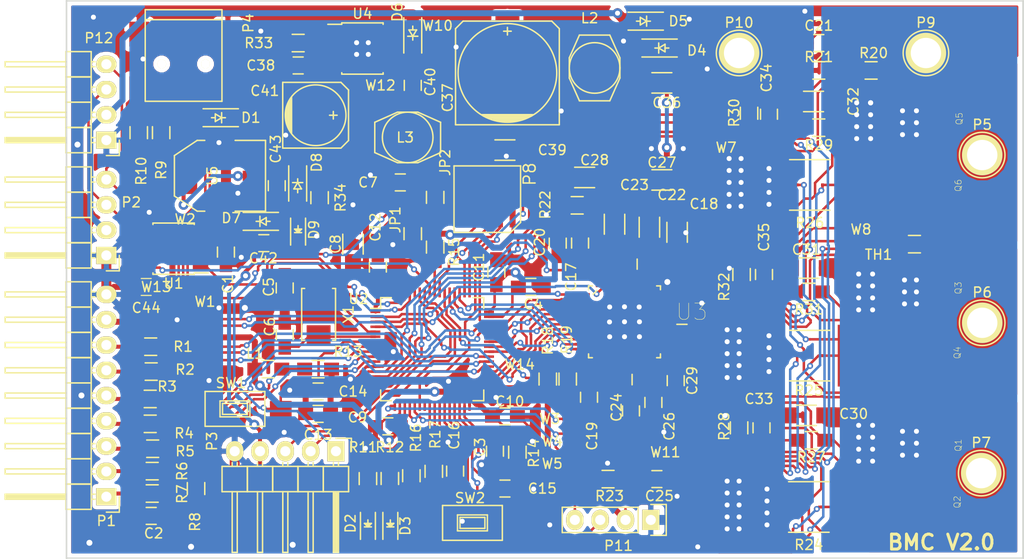
<source format=kicad_pcb>
(kicad_pcb (version 4) (host pcbnew 4.0.4-stable)
  (layers (0 F.Cu signal) (31 B.Cu signal) (34 B.Paste user) (35 F.Paste user) (36 B.SilkS user) (37 F.SilkS user) (38 B.Mask user) (39 F.Mask user) (44 Edge.Cuts user))
  (net 0 "")
  (net 1 +5V)
  (net 2 GND)
  (net 3 "Net-(C2-Pad1)")
  (net 4 "Net-(C3-Pad1)")
  (net 5 "Net-(C4-Pad1)")
  (net 6 "Net-(C5-Pad1)")
  (net 7 "Net-(C6-Pad1)")
  (net 8 NRST)
  (net 9 +3V3)
  (net 10 +3.3VADC)
  (net 11 "Net-(C15-Pad1)")
  (net 12 "Net-(C16-Pad1)")
  (net 13 "Net-(C18-Pad1)")
  (net 14 "Net-(C19-Pad1)")
  (net 15 "Net-(C20-Pad1)")
  (net 16 /Controller/VSenseSupply)
  (net 17 "Net-(C22-Pad1)")
  (net 18 "Net-(C22-Pad2)")
  (net 19 "Net-(C23-Pad1)")
  (net 20 "Net-(C23-Pad2)")
  (net 21 "Net-(C24-Pad1)")
  (net 22 /Controller/TempDrv)
  (net 23 "Net-(C26-Pad1)")
  (net 24 "Net-(C27-Pad1)")
  (net 25 +36V)
  (net 26 "Net-(C29-Pad1)")
  (net 27 /Controller/VSenseC)
  (net 28 /Controller/VSenseA)
  (net 29 /Controller/VSenseB)
  (net 30 "Net-(C36-Pad1)")
  (net 31 "Net-(C37-Pad1)")
  (net 32 "Net-(C38-Pad1)")
  (net 33 "Net-(C38-Pad2)")
  (net 34 "Net-(C40-Pad1)")
  (net 35 "Net-(C40-Pad2)")
  (net 36 "Net-(D1-Pad2)")
  (net 37 "Net-(D2-Pad2)")
  (net 38 "Net-(D3-Pad2)")
  (net 39 +8V)
  (net 40 "Net-(D9-Pad2)")
  (net 41 "Net-(JP1-Pad1)")
  (net 42 "Net-(JP1-Pad2)")
  (net 43 "Net-(L1-Pad2)")
  (net 44 "Net-(P1-Pad2)")
  (net 45 "Net-(P1-Pad3)")
  (net 46 "Net-(P1-Pad4)")
  (net 47 "Net-(P1-Pad5)")
  (net 48 "Net-(P1-Pad6)")
  (net 49 /Controller/UART_TX)
  (net 50 /Controller/UART_RX)
  (net 51 "Net-(P4-Pad2)")
  (net 52 "Net-(P4-Pad3)")
  (net 53 "Net-(P4-Pad4)")
  (net 54 /power/PhaseA)
  (net 55 /power/PhaseB)
  (net 56 /power/PhaseC)
  (net 57 "Net-(P8-Pad2)")
  (net 58 "Net-(P8-Pad4)")
  (net 59 "Net-(P8-Pad6)")
  (net 60 "Net-(P8-Pad8)")
  (net 61 "Net-(P8-Pad7)")
  (net 62 /Controller/I2C_SCL)
  (net 63 /Controller/I2C_SDA)
  (net 64 "Net-(Q1-Pad4)")
  (net 65 "Net-(Q2-Pad4)")
  (net 66 "Net-(Q3-Pad4)")
  (net 67 "Net-(Q4-Pad4)")
  (net 68 "Net-(Q5-Pad4)")
  (net 69 "Net-(Q6-Pad4)")
  (net 70 /Controller/EndStop1)
  (net 71 /Controller/EndStop2)
  (net 72 /Controller/Index)
  (net 73 /Controller/HallA)
  (net 74 /Controller/HallB)
  (net 75 /Controller/HallC)
  (net 76 /Controller/Temp)
  (net 77 /Controller/USB_DM)
  (net 78 /Controller/USB_DP)
  (net 79 "Net-(R11-Pad1)")
  (net 80 "Net-(R12-Pad1)")
  (net 81 /Controller/FAULT)
  (net 82 /Controller/PWRGD)
  (net 83 "Net-(R22-Pad2)")
  (net 84 /Controller/CAN_TX)
  (net 85 /Controller/CAN_RX)
  (net 86 /Controller/CAN_STBY)
  (net 87 /power/WAKE)
  (net 88 /Controller/EN_GATE)
  (net 89 /Controller/ISenseA)
  (net 90 /Controller/ISenseB)
  (net 91 /Controller/ISenseC)
  (net 92 "Net-(U2-Pad23)")
  (net 93 "Net-(U2-Pad33)")
  (net 94 /Controller/INLA)
  (net 95 /Controller/INLB)
  (net 96 /Controller/INLC)
  (net 97 /Controller/sSCS)
  (net 98 /Controller/INHA)
  (net 99 /Controller/INHB)
  (net 100 /Controller/INHC)
  (net 101 /Controller/SCLK)
  (net 102 /Controller/MISO)
  (net 103 /Controller/MOSI)
  (net 104 "Net-(P12-Pad3)")
  (net 105 "Net-(P12-Pad4)")
  (net 106 "Net-(C24-Pad2)")
  (net 107 "Net-(C26-Pad2)")
  (net 108 "Net-(C29-Pad2)")
  (net 109 "Net-(Q2-Pad1)")
  (net 110 "Net-(Q4-Pad1)")
  (net 111 "Net-(Q6-Pad1)")
  (net 112 "Net-(P1-Pad7)")
  (module Pin_Headers:Pin_Header_Angled_1x05 (layer F.Cu) (at 156.54 100 270)
    (fp_text reference P3 (at -1 12.44 450) (layer F.SilkS))
    (fp_text value DATA)
    (pad 1 thru_hole rect (at 0 0 270) (size 2.032 1.7272) (drill 1.016) (layers *.Cu *.Mask F.SilkS) (net 8 NRST))
    (pad 2 thru_hole oval (at 0 2.54 270) (size 2.032 1.7272) (drill 1.016) (layers *.Cu *.Mask F.SilkS) (net 49 /Controller/UART_TX))
    (pad 3 thru_hole oval (at 0 5.08 270) (size 2.032 1.7272) (drill 1.016) (layers *.Cu *.Mask F.SilkS) (net 50 /Controller/UART_RX))
    (pad 4 thru_hole oval (at 0 7.62 270) (size 2.032 1.7272) (drill 1.016) (layers *.Cu *.Mask F.SilkS) (net 1 +5V))
    (pad 5 thru_hole oval (at 0 10.16 270) (size 2.032 1.7272) (drill 1.016) (layers *.Cu *.Mask F.SilkS) (net 2 GND))
  )
  (module Local:SMT-HDR-10 (layer F.Cu) (at 171.73 74.68 180)
    (fp_text reference P8 (at -4.25 2.51 270) (layer F.SilkS) (effects (font (size 1.2 1.2))))
    (fp_text value CONN_02X05)
    (pad 2 smd rect (at -2.54 -1.74 180) (size 0.6 2.2) (layers F.Cu F.Paste F.Mask) (net 57 "Net-(P8-Pad2)"))
    (pad 1 smd rect (at -2.54 1.74 180) (size 0.6 2.2) (layers F.Cu F.Paste F.Mask) (net 9 +3V3))
    (pad 4 smd rect (at -1.27 -1.74 180) (size 0.6 2.2) (layers F.Cu F.Paste F.Mask) (net 58 "Net-(P8-Pad4)"))
    (pad 3 smd rect (at -1.27 1.74 180) (size 0.6 2.2) (layers F.Cu F.Paste F.Mask) (net 2 GND))
    (pad 6 smd rect (at 0 -1.74 180) (size 0.6 2.2) (layers F.Cu F.Paste F.Mask) (net 59 "Net-(P8-Pad6)"))
    (pad 5 smd rect (at 0 1.74 180) (size 0.6 2.2) (layers F.Cu F.Paste F.Mask) (net 2 GND))
    (pad 8 smd rect (at 1.27 -1.74 180) (size 0.6 2.2) (layers F.Cu F.Paste F.Mask) (net 60 "Net-(P8-Pad8)"))
    (pad 7 smd rect (at 1.27 1.74 180) (size 0.6 2.2) (layers F.Cu F.Paste F.Mask) (net 61 "Net-(P8-Pad7)"))
    (pad 10 smd rect (at 2.54 -1.74 180) (size 0.6 2.2) (layers F.Cu F.Paste F.Mask) (net 42 "Net-(JP1-Pad2)"))
    (pad 9 smd rect (at 2.54 1.74 180) (size 0.6 2.2) (layers F.Cu F.Paste F.Mask) (net 2 GND))
  )
  (module Capacitors_SMD:C_0805_HandSoldering (layer F.Cu) (at 172.5 100 270)
    (fp_text reference C3 (at -0.4 1.5 270) (layer F.SilkS))
    (fp_text value 2.2uf)
    (pad 1 smd rect (at -1.25 0 270) (size 1.5 1.25) (layers F.Cu F.Paste F.Mask) (net 4 "Net-(C3-Pad1)"))
    (pad 2 smd rect (at 1.25 0 270) (size 1.5 1.25) (layers F.Cu F.Paste F.Mask) (net 2 GND))
  )
  (module Resistors_SMD:R_0805_HandSoldering (layer F.Cu) (at 174.75 100.1 270)
    (fp_text reference R14 (at 0.1 -1.65 270) (layer F.SilkS))
    (fp_text value 10K)
    (pad 1 smd rect (at -1.35 0 270) (size 1.5 1.3) (layers F.Cu F.Paste F.Mask) (net 9 +3V3))
    (pad 2 smd rect (at 1.35 0 270) (size 1.5 1.3) (layers F.Cu F.Paste F.Mask) (net 11 "Net-(C15-Pad1)"))
  )
  (module LEDs:LED_0805 (layer F.Cu) (at 162 107.25 90)
    (fp_text reference D3 (at -0.25 1.5 90) (layer F.SilkS))
    (fp_text value "RED LED")
    (pad 2 smd rect (at 1.04902 0 270) (size 1.19888 1.19888) (layers F.Cu F.Paste F.Mask) (net 38 "Net-(D3-Pad2)"))
    (pad 1 smd rect (at -1.04902 0 270) (size 1.19888 1.19888) (layers F.Cu F.Paste F.Mask) (net 2 GND))
  )
  (module Diodes_SMD:SOD-123 (layer F.Cu) (at 164.25 58 90)
    (fp_text reference D6 (at 2.1 -1.55 90) (layer F.SilkS))
    (fp_text value 50V)
    (pad 1 smd rect (at -1.635 0 90) (size 0.91 1.22) (layers F.Cu F.Paste F.Mask) (net 35 "Net-(C40-Pad2)"))
    (pad 2 smd rect (at 1.635 0 90) (size 0.91 1.22) (layers F.Cu F.Paste F.Mask) (net 2 GND))
  )
  (module Capacitors_SMD:C_1206_HandSoldering (layer F.Cu) (at 173.5 69.75 180)
    (fp_text reference C39 (at -4.75 0 180) (layer F.SilkS))
    (fp_text value "220nF 60V")
    (pad 1 smd rect (at -2 0 180) (size 2 1.6) (layers F.Cu F.Paste F.Mask) (net 31 "Net-(C37-Pad1)"))
    (pad 2 smd rect (at 2 0 180) (size 2 1.6) (layers F.Cu F.Paste F.Mask) (net 2 GND))
  )
  (module Capacitors_SMD:C_0805_HandSoldering (layer F.Cu) (at 188.4 95.1 270)
    (fp_text reference C26 (at 2.4 -1.6 270) (layer F.SilkS))
    (fp_text value "1nF 5V")
    (pad 1 smd rect (at -1.25 0 270) (size 1.5 1.25) (layers F.Cu F.Paste F.Mask) (net 23 "Net-(C26-Pad1)"))
    (pad 2 smd rect (at 1.25 0 270) (size 1.5 1.25) (layers F.Cu F.Paste F.Mask) (net 107 "Net-(C26-Pad2)"))
  )
  (module Resistors_SMD:R_0805_HandSoldering (layer F.Cu) (at 166.36 102.02 90)
    (fp_text reference R17 (at 3.7 0.15 90) (layer F.SilkS))
    (fp_text value 10K)
    (pad 1 smd rect (at -1.35 0 90) (size 1.5 1.3) (layers F.Cu F.Paste F.Mask) (net 12 "Net-(C16-Pad1)"))
    (pad 2 smd rect (at 1.35 0 90) (size 1.5 1.3) (layers F.Cu F.Paste F.Mask) (net 2 GND))
  )
  (module Local:R_PSR400_SENSE (layer F.Cu) (at 204 105.6 180)
    (fp_text reference R24 (at 0 -3.81 180) (layer F.SilkS))
    (fp_text value R001)
    (fp_line (start 1.27 0) (end 3.81 0) (layer F.Cu) (width 0.25))
    (fp_line (start -1.27 0) (end -3.81 0) (layer F.Cu) (width 0.25))
    (pad 3 smd rect (at 1.27 0 180) (size 0.3 0.3) (layers F.Cu) (net 106 "Net-(C24-Pad2)"))
    (pad 2 connect rect (at -1.27 0 180) (size 0.3 0.3) (layers F.Cu) (net 21 "Net-(C24-Pad1)"))
    (pad 4 smd rect (at 4.15 0 180) (size 2.7 6.2) (layers F.Cu F.Paste F.Mask) (net 2 GND))
    (pad 1 smd rect (at -4.15 0 180) (size 2.7 6.2) (layers F.Cu F.Paste F.Mask) (net 109 "Net-(Q2-Pad1)"))
  )
  (module QFP50P900X900X120-49N:QFP50P900X900X120-49N (layer F.Cu) (at 185.5 87)
    (fp_text reference U3 (at 6.75 -1) (layer F.SilkS) (effects (font (size 1.64 1.64) (thickness 0.05))))
    (fp_text value DRV8305 hide)
    (pad 1 smd rect (at -4.2164 -2.7432 270) (size 0.2794 1.4732) (layers F.Cu F.Paste F.Mask) (net 88 /Controller/EN_GATE))
    (pad 2 smd rect (at -4.2164 -2.2606 270) (size 0.2794 1.4732) (layers F.Cu F.Paste F.Mask) (net 98 /Controller/INHA))
    (pad 3 smd rect (at -4.2164 -1.7526 270) (size 0.2794 1.4732) (layers F.Cu F.Paste F.Mask) (net 94 /Controller/INLA))
    (pad 4 smd rect (at -4.2164 -1.2446 270) (size 0.2794 1.4732) (layers F.Cu F.Paste F.Mask) (net 99 /Controller/INHB))
    (pad 5 smd rect (at -4.2164 -0.762 270) (size 0.2794 1.4732) (layers F.Cu F.Paste F.Mask) (net 95 /Controller/INLB))
    (pad 6 smd rect (at -4.2164 -0.254 270) (size 0.2794 1.4732) (layers F.Cu F.Paste F.Mask) (net 100 /Controller/INHC))
    (pad 7 smd rect (at -4.2164 0.254 270) (size 0.2794 1.4732) (layers F.Cu F.Paste F.Mask) (net 96 /Controller/INLC))
    (pad 8 smd rect (at -4.2164 0.762 270) (size 0.2794 1.4732) (layers F.Cu F.Paste F.Mask) (net 81 /Controller/FAULT))
    (pad 9 smd rect (at -4.2164 1.2446 270) (size 0.2794 1.4732) (layers F.Cu F.Paste F.Mask) (net 97 /Controller/sSCS))
    (pad 10 smd rect (at -4.2164 1.7526 270) (size 0.2794 1.4732) (layers F.Cu F.Paste F.Mask) (net 103 /Controller/MOSI))
    (pad 11 smd rect (at -4.2164 2.2606 270) (size 0.2794 1.4732) (layers F.Cu F.Paste F.Mask) (net 102 /Controller/MISO))
    (pad 12 smd rect (at -4.2164 2.7432 270) (size 0.2794 1.4732) (layers F.Cu F.Paste F.Mask) (net 101 /Controller/SCLK))
    (pad 13 smd rect (at -2.7432 4.2164 180) (size 0.2794 1.4732) (layers F.Cu F.Paste F.Mask) (net 82 /Controller/PWRGD))
    (pad 14 smd rect (at -2.2606 4.2164 180) (size 0.2794 1.4732) (layers F.Cu F.Paste F.Mask) (net 2 GND))
    (pad 15 smd rect (at -1.7526 4.2164 180) (size 0.2794 1.4732) (layers F.Cu F.Paste F.Mask) (net 14 "Net-(C19-Pad1)"))
    (pad 16 smd rect (at -1.2446 4.2164 180) (size 0.2794 1.4732) (layers F.Cu F.Paste F.Mask) (net 89 /Controller/ISenseA))
    (pad 17 smd rect (at -0.762 4.2164 180) (size 0.2794 1.4732) (layers F.Cu F.Paste F.Mask) (net 90 /Controller/ISenseB))
    (pad 18 smd rect (at -0.254 4.2164 180) (size 0.2794 1.4732) (layers F.Cu F.Paste F.Mask) (net 91 /Controller/ISenseC))
    (pad 19 smd rect (at 0.254 4.2164 180) (size 0.2794 1.4732) (layers F.Cu F.Paste F.Mask) (net 106 "Net-(C24-Pad2)"))
    (pad 20 smd rect (at 0.762 4.2164 180) (size 0.2794 1.4732) (layers F.Cu F.Paste F.Mask) (net 21 "Net-(C24-Pad1)"))
    (pad 21 smd rect (at 1.2446 4.2164 180) (size 0.2794 1.4732) (layers F.Cu F.Paste F.Mask) (net 107 "Net-(C26-Pad2)"))
    (pad 22 smd rect (at 1.7526 4.2164 180) (size 0.2794 1.4732) (layers F.Cu F.Paste F.Mask) (net 23 "Net-(C26-Pad1)"))
    (pad 23 smd rect (at 2.2606 4.2164 180) (size 0.2794 1.4732) (layers F.Cu F.Paste F.Mask) (net 108 "Net-(C29-Pad2)"))
    (pad 24 smd rect (at 2.7432 4.2164 180) (size 0.2794 1.4732) (layers F.Cu F.Paste F.Mask) (net 26 "Net-(C29-Pad1)"))
    (pad 25 smd rect (at 4.2164 2.7432 270) (size 0.2794 1.4732) (layers F.Cu F.Paste F.Mask) (net 65 "Net-(Q2-Pad4)"))
    (pad 26 smd rect (at 4.2164 2.2606 270) (size 0.2794 1.4732) (layers F.Cu F.Paste F.Mask) (net 109 "Net-(Q2-Pad1)"))
    (pad 27 smd rect (at 4.2164 1.7526 270) (size 0.2794 1.4732) (layers F.Cu F.Paste F.Mask) (net 56 /power/PhaseC))
    (pad 28 smd rect (at 4.2164 1.2446 270) (size 0.2794 1.4732) (layers F.Cu F.Paste F.Mask) (net 64 "Net-(Q1-Pad4)"))
    (pad 29 smd rect (at 4.2164 0.762 270) (size 0.2794 1.4732) (layers F.Cu F.Paste F.Mask) (net 66 "Net-(Q3-Pad4)"))
    (pad 30 smd rect (at 4.2164 0.254 270) (size 0.2794 1.4732) (layers F.Cu F.Paste F.Mask) (net 55 /power/PhaseB))
    (pad 31 smd rect (at 4.2164 -0.254 270) (size 0.2794 1.4732) (layers F.Cu F.Paste F.Mask) (net 110 "Net-(Q4-Pad1)"))
    (pad 32 smd rect (at 4.2164 -0.762 270) (size 0.2794 1.4732) (layers F.Cu F.Paste F.Mask) (net 67 "Net-(Q4-Pad4)"))
    (pad 33 smd rect (at 4.2164 -1.2446 270) (size 0.2794 1.4732) (layers F.Cu F.Paste F.Mask) (net 69 "Net-(Q6-Pad4)"))
    (pad 34 smd rect (at 4.2164 -1.7526 270) (size 0.2794 1.4732) (layers F.Cu F.Paste F.Mask) (net 111 "Net-(Q6-Pad1)"))
    (pad 35 smd rect (at 4.2164 -2.2606 270) (size 0.2794 1.4732) (layers F.Cu F.Paste F.Mask) (net 54 /power/PhaseA))
    (pad 36 smd rect (at 4.2164 -2.7432 270) (size 0.2794 1.4732) (layers F.Cu F.Paste F.Mask) (net 68 "Net-(Q5-Pad4)"))
    (pad 37 smd rect (at 2.7432 -4.2164 180) (size 0.2794 1.4732) (layers F.Cu F.Paste F.Mask) (net 13 "Net-(C18-Pad1)"))
    (pad 38 smd rect (at 2.2606 -4.2164 180) (size 0.2794 1.4732) (layers F.Cu F.Paste F.Mask) (net 24 "Net-(C27-Pad1)"))
    (pad 39 smd rect (at 1.7526 -4.2164 180) (size 0.2794 1.4732) (layers F.Cu F.Paste F.Mask) (net 17 "Net-(C22-Pad1)"))
    (pad 40 smd rect (at 1.2446 -4.2164 180) (size 0.2794 1.4732) (layers F.Cu F.Paste F.Mask) (net 18 "Net-(C22-Pad2)"))
    (pad 41 smd rect (at 0.762 -4.2164 180) (size 0.2794 1.4732) (layers F.Cu F.Paste F.Mask) (net 25 +36V))
    (pad 42 smd rect (at 0.254 -4.2164 180) (size 0.2794 1.4732) (layers F.Cu F.Paste F.Mask) (net 20 "Net-(C23-Pad2)"))
    (pad 43 smd rect (at -0.254 -4.2164 180) (size 0.2794 1.4732) (layers F.Cu F.Paste F.Mask) (net 19 "Net-(C23-Pad1)"))
    (pad 44 smd rect (at -0.762 -4.2164 180) (size 0.2794 1.4732) (layers F.Cu F.Paste F.Mask) (net 83 "Net-(R22-Pad2)"))
    (pad 45 smd rect (at -1.2446 -4.2164 180) (size 0.2794 1.4732) (layers F.Cu F.Paste F.Mask) (net 2 GND))
    (pad 46 smd rect (at -1.7526 -4.2164 180) (size 0.2794 1.4732) (layers F.Cu F.Paste F.Mask) (net 15 "Net-(C20-Pad1)"))
    (pad 47 smd rect (at -2.2606 -4.2164 180) (size 0.2794 1.4732) (layers F.Cu F.Paste F.Mask) (net 87 /power/WAKE))
    (pad 48 smd rect (at -2.7432 -4.2164 180) (size 0.2794 1.4732) (layers F.Cu F.Paste F.Mask) (net 10 +3.3VADC))
    (pad 49 smd rect (at 0 0) (size 4.5974 4.5974) (layers F.Cu F.Paste F.Mask) (net 2 GND))
  )
  (module Local:R_PSR400_SENSE (layer F.Cu) (at 204.1 73.25 180)
    (fp_text reference R26 (at 0 -3.81 180) (layer F.SilkS))
    (fp_text value R001)
    (fp_line (start 1.27 0) (end 3.81 0) (layer F.Cu) (width 0.25))
    (fp_line (start -1.27 0) (end -3.81 0) (layer F.Cu) (width 0.25))
    (pad 3 smd rect (at 1.27 0 180) (size 0.3 0.3) (layers F.Cu) (net 108 "Net-(C29-Pad2)"))
    (pad 2 connect rect (at -1.27 0 180) (size 0.3 0.3) (layers F.Cu) (net 26 "Net-(C29-Pad1)"))
    (pad 4 smd rect (at 4.15 0 180) (size 2.7 6.2) (layers F.Cu F.Paste F.Mask) (net 2 GND))
    (pad 1 smd rect (at -4.15 0 180) (size 2.7 6.2) (layers F.Cu F.Paste F.Mask) (net 111 "Net-(Q6-Pad1)"))
  )
  (module Local:R_PSR400_SENSE (layer F.Cu) (at 204.1 90.4 180)
    (fp_text reference R25 (at 0.1 -3.5 180) (layer F.SilkS))
    (fp_text value R001)
    (fp_line (start -1.27 0) (end -3.81 0) (layer F.Cu) (width 0.25))
    (fp_line (start 1.27 0) (end 3.81 0) (layer F.Cu) (width 0.25))
    (pad 1 smd rect (at -4.15 0 180) (size 2.7 6.2) (layers F.Cu F.Paste F.Mask) (net 110 "Net-(Q4-Pad1)"))
    (pad 4 smd rect (at 4.15 0 180) (size 2.7 6.2) (layers F.Cu F.Paste F.Mask) (net 2 GND))
    (pad 2 connect rect (at -1.27 0 180) (size 0.3 0.3) (layers F.Cu) (net 23 "Net-(C26-Pad1)"))
    (pad 3 smd rect (at 1.27 0 180) (size 0.3 0.3) (layers F.Cu) (net 107 "Net-(C26-Pad2)"))
  )
  (module Local:SON127P532X615X110-8N (layer F.Cu) (at 214.75 105.1982 270)
    (fp_text reference Q2 (at -0.0982 -4.15 270) (layer F.SilkS) (effects (font (size 0.64 0.64) (thickness 0.05))))
    (fp_text value BSC016N06NS hide)
    (pad 8 smd rect (at 0.0018 -0.647569 270) (size 4.41 3.75) (layers F.Cu F.Paste F.Mask) (net 56 /power/PhaseC))
    (pad 5 smd rect (at 1.90655 -2.92214 270) (size 0.6 0.8) (layers F.Cu F.Paste F.Mask) (net 56 /power/PhaseC))
    (pad 6 smd rect (at 0.63655 -2.92214 270) (size 0.6 0.8) (layers F.Cu F.Paste F.Mask) (net 56 /power/PhaseC))
    (pad 7 smd rect (at -0.63345 -2.92214 270) (size 0.6 0.8) (layers F.Cu F.Paste F.Mask) (net 56 /power/PhaseC))
    (pad 8 smd rect (at -1.90345 -2.92214 270) (size 0.6 0.8) (layers F.Cu F.Paste F.Mask) (net 56 /power/PhaseC))
    (pad 4 smd rect (at 1.85662 2.90068 270) (size 0.5 0.85) (layers F.Cu F.Paste F.Mask) (net 65 "Net-(Q2-Pad4)"))
    (pad 3 smd rect (at 0.586619 2.90068 270) (size 0.5 0.85) (layers F.Cu F.Paste F.Mask) (net 109 "Net-(Q2-Pad1)"))
    (pad 2 smd rect (at -0.683381 2.90068 270) (size 0.5 0.85) (layers F.Cu F.Paste F.Mask) (net 109 "Net-(Q2-Pad1)"))
    (pad 1 smd rect (at -1.95338 2.90068 270) (size 0.5 0.85) (layers F.Cu F.Paste F.Mask) (net 109 "Net-(Q2-Pad1)"))
  )
  (module Local:SON127P532X615X110-8N (layer F.Cu) (at 214.75 99.25 90)
    (fp_text reference Q1 (at -0.15 4.25 90) (layer F.SilkS) (effects (font (size 0.64 0.64) (thickness 0.05))))
    (fp_text value BSC016N06NS hide)
    (pad 1 smd rect (at -1.95338 2.90068 90) (size 0.5 0.85) (layers F.Cu F.Paste F.Mask) (net 56 /power/PhaseC))
    (pad 2 smd rect (at -0.683381 2.90068 90) (size 0.5 0.85) (layers F.Cu F.Paste F.Mask) (net 56 /power/PhaseC))
    (pad 3 smd rect (at 0.586619 2.90068 90) (size 0.5 0.85) (layers F.Cu F.Paste F.Mask) (net 56 /power/PhaseC))
    (pad 4 smd rect (at 1.85662 2.90068 90) (size 0.5 0.85) (layers F.Cu F.Paste F.Mask) (net 64 "Net-(Q1-Pad4)"))
    (pad 8 smd rect (at -1.90345 -2.92214 90) (size 0.6 0.8) (layers F.Cu F.Paste F.Mask) (net 25 +36V))
    (pad 7 smd rect (at -0.63345 -2.92214 90) (size 0.6 0.8) (layers F.Cu F.Paste F.Mask) (net 25 +36V))
    (pad 6 smd rect (at 0.63655 -2.92214 90) (size 0.6 0.8) (layers F.Cu F.Paste F.Mask) (net 25 +36V))
    (pad 5 smd rect (at 1.90655 -2.92214 90) (size 0.6 0.8) (layers F.Cu F.Paste F.Mask) (net 25 +36V))
    (pad 8 smd rect (at 0.0018 -0.647569 90) (size 4.41 3.75) (layers F.Cu F.Paste F.Mask) (net 25 +36V))
  )
  (module Local:SON127P532X615X110-8N (layer F.Cu) (at 214.8 89.9982 270)
    (fp_text reference Q4 (at 0.1018 -4.1 270) (layer F.SilkS) (effects (font (size 0.64 0.64) (thickness 0.05))))
    (fp_text value BSC016N06NS hide)
    (pad 8 smd rect (at 0.0018 -0.647569 270) (size 4.41 3.75) (layers F.Cu F.Paste F.Mask) (net 55 /power/PhaseB))
    (pad 5 smd rect (at 1.90655 -2.92214 270) (size 0.6 0.8) (layers F.Cu F.Paste F.Mask) (net 55 /power/PhaseB))
    (pad 6 smd rect (at 0.63655 -2.92214 270) (size 0.6 0.8) (layers F.Cu F.Paste F.Mask) (net 55 /power/PhaseB))
    (pad 7 smd rect (at -0.63345 -2.92214 270) (size 0.6 0.8) (layers F.Cu F.Paste F.Mask) (net 55 /power/PhaseB))
    (pad 8 smd rect (at -1.90345 -2.92214 270) (size 0.6 0.8) (layers F.Cu F.Paste F.Mask) (net 55 /power/PhaseB))
    (pad 4 smd rect (at 1.85662 2.90068 270) (size 0.5 0.85) (layers F.Cu F.Paste F.Mask) (net 67 "Net-(Q4-Pad4)"))
    (pad 3 smd rect (at 0.586619 2.90068 270) (size 0.5 0.85) (layers F.Cu F.Paste F.Mask) (net 110 "Net-(Q4-Pad1)"))
    (pad 2 smd rect (at -0.683381 2.90068 270) (size 0.5 0.85) (layers F.Cu F.Paste F.Mask) (net 110 "Net-(Q4-Pad1)"))
    (pad 1 smd rect (at -1.95338 2.90068 270) (size 0.5 0.85) (layers F.Cu F.Paste F.Mask) (net 110 "Net-(Q4-Pad1)"))
  )
  (module Local:SON127P532X615X110-8N (layer F.Cu) (at 214.75 67 90)
    (fp_text reference Q5 (at 0.4 4.35 90) (layer F.SilkS) (effects (font (size 0.64 0.64) (thickness 0.05))))
    (fp_text value BSC016N06NS hide)
    (pad 1 smd rect (at -1.95338 2.90068 90) (size 0.5 0.85) (layers F.Cu F.Paste F.Mask) (net 54 /power/PhaseA))
    (pad 2 smd rect (at -0.683381 2.90068 90) (size 0.5 0.85) (layers F.Cu F.Paste F.Mask) (net 54 /power/PhaseA))
    (pad 3 smd rect (at 0.586619 2.90068 90) (size 0.5 0.85) (layers F.Cu F.Paste F.Mask) (net 54 /power/PhaseA))
    (pad 4 smd rect (at 1.85662 2.90068 90) (size 0.5 0.85) (layers F.Cu F.Paste F.Mask) (net 68 "Net-(Q5-Pad4)"))
    (pad 8 smd rect (at -1.90345 -2.92214 90) (size 0.6 0.8) (layers F.Cu F.Paste F.Mask) (net 25 +36V))
    (pad 7 smd rect (at -0.63345 -2.92214 90) (size 0.6 0.8) (layers F.Cu F.Paste F.Mask) (net 25 +36V))
    (pad 6 smd rect (at 0.63655 -2.92214 90) (size 0.6 0.8) (layers F.Cu F.Paste F.Mask) (net 25 +36V))
    (pad 5 smd rect (at 1.90655 -2.92214 90) (size 0.6 0.8) (layers F.Cu F.Paste F.Mask) (net 25 +36V))
    (pad 8 smd rect (at 0.0018 -0.647569 90) (size 4.41 3.75) (layers F.Cu F.Paste F.Mask) (net 25 +36V))
  )
  (module Local:SON127P532X615X110-8N (layer F.Cu) (at 214.75 73 270)
    (fp_text reference Q6 (at 0.3 -4.25 270) (layer F.SilkS) (effects (font (size 0.64 0.64) (thickness 0.05))))
    (fp_text value BSC016N06NS hide)
    (pad 8 smd rect (at 0.0018 -0.647569 270) (size 4.41 3.75) (layers F.Cu F.Paste F.Mask) (net 54 /power/PhaseA))
    (pad 5 smd rect (at 1.90655 -2.92214 270) (size 0.6 0.8) (layers F.Cu F.Paste F.Mask) (net 54 /power/PhaseA))
    (pad 6 smd rect (at 0.63655 -2.92214 270) (size 0.6 0.8) (layers F.Cu F.Paste F.Mask) (net 54 /power/PhaseA))
    (pad 7 smd rect (at -0.63345 -2.92214 270) (size 0.6 0.8) (layers F.Cu F.Paste F.Mask) (net 54 /power/PhaseA))
    (pad 8 smd rect (at -1.90345 -2.92214 270) (size 0.6 0.8) (layers F.Cu F.Paste F.Mask) (net 54 /power/PhaseA))
    (pad 4 smd rect (at 1.85662 2.90068 270) (size 0.5 0.85) (layers F.Cu F.Paste F.Mask) (net 69 "Net-(Q6-Pad4)"))
    (pad 3 smd rect (at 0.586619 2.90068 270) (size 0.5 0.85) (layers F.Cu F.Paste F.Mask) (net 111 "Net-(Q6-Pad1)"))
    (pad 2 smd rect (at -0.683381 2.90068 270) (size 0.5 0.85) (layers F.Cu F.Paste F.Mask) (net 111 "Net-(Q6-Pad1)"))
    (pad 1 smd rect (at -1.95338 2.90068 270) (size 0.5 0.85) (layers F.Cu F.Paste F.Mask) (net 111 "Net-(Q6-Pad1)"))
  )
  (module Local:SON127P532X615X110-8N (layer F.Cu) (at 214.75 84 90)
    (fp_text reference Q3 (at 0.4 4.25 90) (layer F.SilkS) (effects (font (size 0.64 0.64) (thickness 0.05))))
    (fp_text value BSC016N06NS hide)
    (pad 1 smd rect (at -1.95338 2.90068 90) (size 0.5 0.85) (layers F.Cu F.Paste F.Mask) (net 55 /power/PhaseB))
    (pad 2 smd rect (at -0.683381 2.90068 90) (size 0.5 0.85) (layers F.Cu F.Paste F.Mask) (net 55 /power/PhaseB))
    (pad 3 smd rect (at 0.586619 2.90068 90) (size 0.5 0.85) (layers F.Cu F.Paste F.Mask) (net 55 /power/PhaseB))
    (pad 4 smd rect (at 1.85662 2.90068 90) (size 0.5 0.85) (layers F.Cu F.Paste F.Mask) (net 66 "Net-(Q3-Pad4)"))
    (pad 8 smd rect (at -1.90345 -2.92214 90) (size 0.6 0.8) (layers F.Cu F.Paste F.Mask) (net 25 +36V))
    (pad 7 smd rect (at -0.63345 -2.92214 90) (size 0.6 0.8) (layers F.Cu F.Paste F.Mask) (net 25 +36V))
    (pad 6 smd rect (at 0.63655 -2.92214 90) (size 0.6 0.8) (layers F.Cu F.Paste F.Mask) (net 25 +36V))
    (pad 5 smd rect (at 1.90655 -2.92214 90) (size 0.6 0.8) (layers F.Cu F.Paste F.Mask) (net 25 +36V))
    (pad 8 smd rect (at 0.0018 -0.647569 90) (size 4.41 3.75) (layers F.Cu F.Paste F.Mask) (net 25 +36V))
  )
  (module Capacitors_SMD:C_0805_HandSoldering (layer F.Cu) (at 145.5 80 270)
    (fp_text reference C1 (at 3.2 -0.2 270) (layer F.SilkS))
    (fp_text value "0.1uf (6V min)")
    (pad 1 smd rect (at -1.25 0 270) (size 1.5 1.25) (layers F.Cu F.Paste F.Mask) (net 1 +5V))
    (pad 2 smd rect (at 1.25 0 270) (size 1.5 1.25) (layers F.Cu F.Paste F.Mask) (net 2 GND))
  )
  (module Capacitors_SMD:C_0805_HandSoldering (layer F.Cu) (at 138 106.5)
    (fp_text reference C2 (at 0.25 1.75) (layer F.SilkS))
    (fp_text value 0.1uF)
    (pad 1 smd rect (at -1.25 0) (size 1.5 1.25) (layers F.Cu F.Paste F.Mask) (net 3 "Net-(C2-Pad1)"))
    (pad 2 smd rect (at 1.25 0) (size 1.5 1.25) (layers F.Cu F.Paste F.Mask) (net 2 GND))
  )
  (module Capacitors_SMD:C_0805_HandSoldering (layer F.Cu) (at 176.1 83.49)
    (fp_text reference C4 (at 0.25 1.75) (layer F.SilkS))
    (fp_text value 2.2uf)
    (pad 1 smd rect (at -1.25 0) (size 1.5 1.25) (layers F.Cu F.Paste F.Mask) (net 5 "Net-(C4-Pad1)"))
    (pad 2 smd rect (at 1.25 0) (size 1.5 1.25) (layers F.Cu F.Paste F.Mask) (net 2 GND))
  )
  (module Capacitors_SMD:C_0805_HandSoldering (layer F.Cu) (at 151.4 83.6 270)
    (fp_text reference C5 (at -0.1 1.6 270) (layer F.SilkS))
    (fp_text value 15pF)
    (pad 1 smd rect (at -1.25 0 270) (size 1.5 1.25) (layers F.Cu F.Paste F.Mask) (net 6 "Net-(C5-Pad1)"))
    (pad 2 smd rect (at 1.25 0 270) (size 1.5 1.25) (layers F.Cu F.Paste F.Mask) (net 2 GND))
  )
  (module Capacitors_SMD:C_0805_HandSoldering (layer F.Cu) (at 151.4 88.3 90)
    (fp_text reference C6 (at 0.8 -1.5 90) (layer F.SilkS))
    (fp_text value 15pF)
    (pad 1 smd rect (at -1.25 0 90) (size 1.5 1.25) (layers F.Cu F.Paste F.Mask) (net 7 "Net-(C6-Pad1)"))
    (pad 2 smd rect (at 1.25 0 90) (size 1.5 1.25) (layers F.Cu F.Paste F.Mask) (net 2 GND))
  )
  (module Capacitors_SMD:C_0805_HandSoldering (layer F.Cu) (at 163 73 180)
    (fp_text reference C7 (at 3.25 0 180) (layer F.SilkS))
    (fp_text value 100nf)
    (pad 1 smd rect (at -1.25 0 180) (size 1.5 1.25) (layers F.Cu F.Paste F.Mask) (net 8 NRST))
    (pad 2 smd rect (at 1.25 0 180) (size 1.5 1.25) (layers F.Cu F.Paste F.Mask) (net 2 GND))
  )
  (module Capacitors_SMD:C_1206_HandSoldering (layer F.Cu) (at 158.25 79.2 90)
    (fp_text reference C8 (at 0 -1.75 90) (layer F.SilkS))
    (fp_text value 4.7uf)
    (pad 1 smd rect (at -2 0 90) (size 2 1.6) (layers F.Cu F.Paste F.Mask) (net 9 +3V3))
    (pad 2 smd rect (at 2 0 90) (size 2 1.6) (layers F.Cu F.Paste F.Mask) (net 2 GND))
  )
  (module Capacitors_SMD:C_0805_HandSoldering (layer F.Cu) (at 161.75 97.5 180)
    (fp_text reference C9 (at 3.05 0.9 180) (layer F.SilkS))
    (fp_text value "100nf 5V")
    (pad 1 smd rect (at -1.25 0 180) (size 1.5 1.25) (layers F.Cu F.Paste F.Mask) (net 9 +3V3))
    (pad 2 smd rect (at 1.25 0 180) (size 1.5 1.25) (layers F.Cu F.Paste F.Mask) (net 2 GND))
  )
  (module Capacitors_SMD:C_0805_HandSoldering (layer F.Cu) (at 173.5 96.5)
    (fp_text reference C10 (at 0.5 -1.5) (layer F.SilkS))
    (fp_text value 100nf)
    (pad 1 smd rect (at -1.25 0) (size 1.5 1.25) (layers F.Cu F.Paste F.Mask) (net 9 +3V3))
    (pad 2 smd rect (at 1.25 0) (size 1.5 1.25) (layers F.Cu F.Paste F.Mask) (net 2 GND))
  )
  (module Capacitors_SMD:C_0805_HandSoldering (layer F.Cu) (at 172.64 82.01 90)
    (fp_text reference C11 (at 0.5 -1.75 90) (layer F.SilkS))
    (fp_text value 100nf)
    (pad 1 smd rect (at -1.25 0 90) (size 1.5 1.25) (layers F.Cu F.Paste F.Mask) (net 9 +3V3))
    (pad 2 smd rect (at 1.25 0 90) (size 1.5 1.25) (layers F.Cu F.Paste F.Mask) (net 2 GND))
  )
  (module Capacitors_SMD:C_0805_HandSoldering (layer F.Cu) (at 160.75 81.5 90)
    (fp_text reference C12 (at 4 -0.25 90) (layer F.SilkS))
    (fp_text value 100nf)
    (pad 1 smd rect (at -1.25 0 90) (size 1.5 1.25) (layers F.Cu F.Paste F.Mask) (net 9 +3V3))
    (pad 2 smd rect (at 1.25 0 90) (size 1.5 1.25) (layers F.Cu F.Paste F.Mask) (net 2 GND))
  )
  (module Capacitors_SMD:C_0805_HandSoldering (layer F.Cu) (at 154.75 96.25 180)
    (fp_text reference C13 (at 0 -2.1 180) (layer F.SilkS))
    (fp_text value 10nf)
    (pad 1 smd rect (at -1.25 0 180) (size 1.5 1.25) (layers F.Cu F.Paste F.Mask) (net 10 +3.3VADC))
    (pad 2 smd rect (at 1.25 0 180) (size 1.5 1.25) (layers F.Cu F.Paste F.Mask) (net 2 GND))
  )
  (module Capacitors_SMD:C_0805_HandSoldering (layer F.Cu) (at 154.75 94 180)
    (fp_text reference C14 (at -3.5 0 180) (layer F.SilkS))
    (fp_text value 1uf)
    (pad 1 smd rect (at -1.25 0 180) (size 1.5 1.25) (layers F.Cu F.Paste F.Mask) (net 10 +3.3VADC))
    (pad 2 smd rect (at 1.25 0 180) (size 1.5 1.25) (layers F.Cu F.Paste F.Mask) (net 2 GND))
  )
  (module Capacitors_SMD:C_0805_HandSoldering (layer F.Cu) (at 173.5 103.75)
    (fp_text reference C15 (at 3.75 0) (layer F.SilkS))
    (fp_text value "0.1uF 5V")
    (pad 1 smd rect (at -1.25 0) (size 1.5 1.25) (layers F.Cu F.Paste F.Mask) (net 11 "Net-(C15-Pad1)"))
    (pad 2 smd rect (at 1.25 0) (size 1.5 1.25) (layers F.Cu F.Paste F.Mask) (net 2 GND))
  )
  (module Capacitors_SMD:C_0805_HandSoldering (layer F.Cu) (at 168.5 102 90)
    (fp_text reference C16 (at 3.6 -0.1 90) (layer F.SilkS))
    (fp_text value "0.1uF 5V")
    (pad 1 smd rect (at -1.25 0 90) (size 1.5 1.25) (layers F.Cu F.Paste F.Mask) (net 12 "Net-(C16-Pad1)"))
    (pad 2 smd rect (at 1.25 0 90) (size 1.5 1.25) (layers F.Cu F.Paste F.Mask) (net 2 GND))
  )
  (module Capacitors_SMD:C_0805_HandSoldering (layer F.Cu) (at 181.04 79.09 90)
    (fp_text reference C17 (at -3.4 -0.9 90) (layer F.SilkS))
    (fp_text value "1uF 4V")
    (pad 1 smd rect (at -1.25 0 90) (size 1.5 1.25) (layers F.Cu F.Paste F.Mask) (net 10 +3.3VADC))
    (pad 2 smd rect (at 1.25 0 90) (size 1.5 1.25) (layers F.Cu F.Paste F.Mask) (net 2 GND))
  )
  (module Capacitors_SMD:C_1206_HandSoldering (layer F.Cu) (at 190.78 78.01 90)
    (fp_text reference C18 (at 2.85 2.7 180) (layer F.SilkS))
    (fp_text value "1uf 16V")
    (pad 1 smd rect (at -2 0 90) (size 2 1.6) (layers F.Cu F.Paste F.Mask) (net 13 "Net-(C18-Pad1)"))
    (pad 2 smd rect (at 2 0 90) (size 2 1.6) (layers F.Cu F.Paste F.Mask) (net 2 GND))
  )
  (module Capacitors_SMD:C_0805_HandSoldering (layer F.Cu) (at 181.94 94.58 90)
    (fp_text reference C19 (at -3.9 0.3 90) (layer F.SilkS))
    (fp_text value "1uf 6.3V")
    (pad 1 smd rect (at -1.25 0 90) (size 1.5 1.25) (layers F.Cu F.Paste F.Mask) (net 14 "Net-(C19-Pad1)"))
    (pad 2 smd rect (at 1.25 0 90) (size 1.5 1.25) (layers F.Cu F.Paste F.Mask) (net 2 GND))
  )
  (module Capacitors_SMD:C_0805_HandSoldering (layer F.Cu) (at 178.8 79.1 90)
    (fp_text reference C20 (at 0.1 -1.8 90) (layer F.SilkS))
    (fp_text value "1uf 6.3V")
    (pad 1 smd rect (at -1.25 0 90) (size 1.5 1.25) (layers F.Cu F.Paste F.Mask) (net 15 "Net-(C20-Pad1)"))
    (pad 2 smd rect (at 1.25 0 90) (size 1.5 1.25) (layers F.Cu F.Paste F.Mask) (net 2 GND))
  )
  (module Capacitors_SMD:C_0805_HandSoldering (layer F.Cu) (at 205 59 180)
    (fp_text reference C21 (at 0 1.75 180) (layer F.SilkS))
    (fp_text value "0.1uF 5V")
    (pad 1 smd rect (at -1.25 0 180) (size 1.5 1.25) (layers F.Cu F.Paste F.Mask) (net 16 /Controller/VSenseSupply))
    (pad 2 smd rect (at 1.25 0 180) (size 1.5 1.25) (layers F.Cu F.Paste F.Mask) (net 2 GND))
  )
  (module Capacitors_SMD:C_1206_HandSoldering (layer F.Cu) (at 188 77.5 90)
    (fp_text reference C22 (at 3.25 2.25 180) (layer F.SilkS))
    (fp_text value "0.047uf 90V")
    (pad 1 smd rect (at -2 0 90) (size 2 1.6) (layers F.Cu F.Paste F.Mask) (net 17 "Net-(C22-Pad1)"))
    (pad 2 smd rect (at 2 0 90) (size 2 1.6) (layers F.Cu F.Paste F.Mask) (net 18 "Net-(C22-Pad2)"))
  )
  (module Capacitors_SMD:C_1206_HandSoldering (layer F.Cu) (at 184.5 77.2 90)
    (fp_text reference C23 (at 3.95 2 180) (layer F.SilkS))
    (fp_text value "0.047uf 45v")
    (pad 1 smd rect (at -2 0 90) (size 2 1.6) (layers F.Cu F.Paste F.Mask) (net 19 "Net-(C23-Pad1)"))
    (pad 2 smd rect (at 2 0 90) (size 2 1.6) (layers F.Cu F.Paste F.Mask) (net 20 "Net-(C23-Pad2)"))
  )
  (module Capacitors_SMD:C_0805_HandSoldering (layer F.Cu) (at 186.15 95.95 270)
    (fp_text reference C24 (at -0.35 1.45 270) (layer F.SilkS))
    (fp_text value "1nF 5V")
    (pad 1 smd rect (at -1.25 0 270) (size 1.5 1.25) (layers F.Cu F.Paste F.Mask) (net 21 "Net-(C24-Pad1)"))
    (pad 2 smd rect (at 1.25 0 270) (size 1.5 1.25) (layers F.Cu F.Paste F.Mask) (net 106 "Net-(C24-Pad2)"))
  )
  (module Capacitors_SMD:C_0805_HandSoldering (layer F.Cu) (at 188.75 102.8)
    (fp_text reference C25 (at 0.25 1.7) (layer F.SilkS))
    (fp_text value "0.1uF 5V")
    (pad 1 smd rect (at -1.25 0) (size 1.5 1.25) (layers F.Cu F.Paste F.Mask) (net 22 /Controller/TempDrv))
    (pad 2 smd rect (at 1.25 0) (size 1.5 1.25) (layers F.Cu F.Paste F.Mask) (net 2 GND))
  )
  (module Capacitors_SMD:C_1206_HandSoldering (layer F.Cu) (at 189.25 72.75)
    (fp_text reference C27 (at 0 -1.75) (layer F.SilkS))
    (fp_text value "2.2uf 16V")
    (pad 1 smd rect (at -2 0) (size 2 1.6) (layers F.Cu F.Paste F.Mask) (net 24 "Net-(C27-Pad1)"))
    (pad 2 smd rect (at 2 0) (size 2 1.6) (layers F.Cu F.Paste F.Mask) (net 25 +36V))
  )
  (module Capacitors_SMD:C_1206_HandSoldering (layer F.Cu) (at 181.5 72.5 180)
    (fp_text reference C28 (at -1 1.75 180) (layer F.SilkS))
    (fp_text value "4.7uF 45V")
    (pad 1 smd rect (at -2 0 180) (size 2 1.6) (layers F.Cu F.Paste F.Mask) (net 25 +36V))
    (pad 2 smd rect (at 2 0 180) (size 2 1.6) (layers F.Cu F.Paste F.Mask) (net 2 GND))
  )
  (module Capacitors_SMD:C_0805_HandSoldering (layer F.Cu) (at 190.64 92.91 270)
    (fp_text reference C29 (at 0 -1.65 270) (layer F.SilkS))
    (fp_text value "1nf 5V")
    (pad 1 smd rect (at -1.25 0 270) (size 1.5 1.25) (layers F.Cu F.Paste F.Mask) (net 26 "Net-(C29-Pad1)"))
    (pad 2 smd rect (at 1.25 0 270) (size 1.5 1.25) (layers F.Cu F.Paste F.Mask) (net 108 "Net-(C29-Pad2)"))
  )
  (module Capacitors_SMD:C_1206_HandSoldering (layer F.Cu) (at 203.75 96.4 180)
    (fp_text reference C30 (at -4.75 0.15 180) (layer F.SilkS))
    (fp_text value "1uF 50V")
    (pad 1 smd rect (at -2 0 180) (size 2 1.6) (layers F.Cu F.Paste F.Mask) (net 25 +36V))
    (pad 2 smd rect (at 2 0 180) (size 2 1.6) (layers F.Cu F.Paste F.Mask) (net 2 GND))
  )
  (module Capacitors_SMD:C_1206_HandSoldering (layer F.Cu) (at 204 81.6 180)
    (fp_text reference C31 (at 0.25 1.85 180) (layer F.SilkS))
    (fp_text value "1uF 50V")
    (pad 1 smd rect (at -2 0 180) (size 2 1.6) (layers F.Cu F.Paste F.Mask) (net 25 +36V))
    (pad 2 smd rect (at 2 0 180) (size 2 1.6) (layers F.Cu F.Paste F.Mask) (net 2 GND))
  )
  (module Capacitors_SMD:C_1206_HandSoldering (layer F.Cu) (at 204.47 64.87 180)
    (fp_text reference C32 (at -4 0 270) (layer F.SilkS))
    (fp_text value "1uF 50V")
    (pad 1 smd rect (at -2 0 180) (size 2 1.6) (layers F.Cu F.Paste F.Mask) (net 25 +36V))
    (pad 2 smd rect (at 2 0 180) (size 2 1.6) (layers F.Cu F.Paste F.Mask) (net 2 GND))
  )
  (module Capacitors_SMD:C_0805_HandSoldering (layer F.Cu) (at 199.25 97.65 90)
    (fp_text reference C33 (at 2.9 -0.25 180) (layer F.SilkS))
    (fp_text value "30pF 5V")
    (pad 1 smd rect (at -1.25 0 90) (size 1.5 1.25) (layers F.Cu F.Paste F.Mask) (net 27 /Controller/VSenseC))
    (pad 2 smd rect (at 1.25 0 90) (size 1.5 1.25) (layers F.Cu F.Paste F.Mask) (net 2 GND))
  )
  (module Capacitors_SMD:C_0805_HandSoldering (layer F.Cu) (at 200 66.15 90)
    (fp_text reference C34 (at 3.65 -0.25 270) (layer F.SilkS))
    (fp_text value "30pF 5V")
    (pad 1 smd rect (at -1.25 0 90) (size 1.5 1.25) (layers F.Cu F.Paste F.Mask) (net 28 /Controller/VSenseA))
    (pad 2 smd rect (at 1.25 0 90) (size 1.5 1.25) (layers F.Cu F.Paste F.Mask) (net 2 GND))
  )
  (module Capacitors_SMD:C_0805_HandSoldering (layer F.Cu) (at 199.5 82.25 90)
    (fp_text reference C35 (at 3.75 0 90) (layer F.SilkS))
    (fp_text value "30pF 5V")
    (pad 1 smd rect (at -1.25 0 90) (size 1.5 1.25) (layers F.Cu F.Paste F.Mask) (net 29 /Controller/VSenseB))
    (pad 2 smd rect (at 1.25 0 90) (size 1.5 1.25) (layers F.Cu F.Paste F.Mask) (net 2 GND))
  )
  (module Capacitors_SMD:C_1206_HandSoldering (layer F.Cu) (at 189.25 63)
    (fp_text reference C36 (at 0.5 2) (layer F.SilkS))
    (fp_text value "220nF 60V")
    (pad 1 smd rect (at -2 0) (size 2 1.6) (layers F.Cu F.Paste F.Mask) (net 30 "Net-(C36-Pad1)"))
    (pad 2 smd rect (at 2 0) (size 2 1.6) (layers F.Cu F.Paste F.Mask) (net 2 GND))
  )
  (module Capacitors_SMD:c_elec_10x10.5 (layer F.Cu) (at 173.75 62 90)
    (fp_text reference C37 (at -2.5 -6 90) (layer F.SilkS))
    (fp_text value "100uF 60V")
    (pad 1 smd rect (at 4.0005 0 90) (size 4.0005 2.4003) (layers F.Cu F.Paste F.Mask) (net 31 "Net-(C37-Pad1)"))
    (pad 2 smd rect (at -4.0005 0 90) (size 4.0005 2.4003) (layers F.Cu F.Paste F.Mask) (net 2 GND))
  )
  (module Capacitors_SMD:C_0805_HandSoldering (layer F.Cu) (at 152.75 61.25 180)
    (fp_text reference C38 (at 3.75 0 180) (layer F.SilkS))
    (fp_text value "22nF 6V")
    (pad 1 smd rect (at -1.25 0 180) (size 1.5 1.25) (layers F.Cu F.Paste F.Mask) (net 32 "Net-(C38-Pad1)"))
    (pad 2 smd rect (at 1.25 0 180) (size 1.5 1.25) (layers F.Cu F.Paste F.Mask) (net 33 "Net-(C38-Pad2)"))
  )
  (module Capacitors_SMD:C_0805_HandSoldering (layer F.Cu) (at 164.25 63.25 90)
    (fp_text reference C40 (at 0.35 1.75 90) (layer F.SilkS))
    (fp_text value "220nF 6V")
    (pad 1 smd rect (at -1.25 0 90) (size 1.5 1.25) (layers F.Cu F.Paste F.Mask) (net 34 "Net-(C40-Pad1)"))
    (pad 2 smd rect (at 1.25 0 90) (size 1.5 1.25) (layers F.Cu F.Paste F.Mask) (net 35 "Net-(C40-Pad2)"))
  )
  (module Capacitors_SMD:c_elec_6.3x5.8 (layer F.Cu) (at 154.5 66.25)
    (fp_text reference C41 (at -5.1 -2.45) (layer F.SilkS))
    (fp_text value "100uF 6V")
    (pad 1 smd rect (at 2.75082 0) (size 3.59918 1.6002) (layers F.Cu F.Paste F.Mask) (net 1 +5V))
    (pad 2 smd rect (at -2.75082 0) (size 3.59918 1.6002) (layers F.Cu F.Paste F.Mask) (net 2 GND))
  )
  (module Capacitors_SMD:C_0805_HandSoldering (layer F.Cu) (at 149.3 79.1)
    (fp_text reference C42 (at -0.049865 1.516881) (layer F.SilkS))
    (fp_text value "220nF 6V")
    (pad 1 smd rect (at -1.25 0) (size 1.5 1.25) (layers F.Cu F.Paste F.Mask) (net 1 +5V))
    (pad 2 smd rect (at 1.25 0) (size 1.5 1.25) (layers F.Cu F.Paste F.Mask) (net 2 GND))
  )
  (module Capacitors_SMD:C_0805_HandSoldering (layer F.Cu) (at 150.6 73.33 270)
    (fp_text reference C43 (at -3.683119 0.099865 270) (layer F.SilkS))
    (fp_text value "1uF 4V min")
    (pad 1 smd rect (at -1.25 0 270) (size 1.5 1.25) (layers F.Cu F.Paste F.Mask) (net 9 +3V3))
    (pad 2 smd rect (at 1.25 0 270) (size 1.5 1.25) (layers F.Cu F.Paste F.Mask) (net 2 GND))
  )
  (module LEDs:LED_0805 (layer F.Cu) (at 159.75 107.25 90)
    (fp_text reference D2 (at 0 -1.75 90) (layer F.SilkS))
    (fp_text value "GREEN LED")
    (pad 2 smd rect (at 1.04902 0 270) (size 1.19888 1.19888) (layers F.Cu F.Paste F.Mask) (net 37 "Net-(D2-Pad2)"))
    (pad 1 smd rect (at -1.04902 0 270) (size 1.19888 1.19888) (layers F.Cu F.Paste F.Mask) (net 2 GND))
  )
  (module Diodes_SMD:SOD-123 (layer F.Cu) (at 149.23 76.91)
    (fp_text reference D7 (at -3.199865 -0.333119) (layer F.SilkS))
    (fp_text value 5.4V)
    (pad 1 smd rect (at -1.635 0) (size 0.91 1.22) (layers F.Cu F.Paste F.Mask) (net 1 +5V))
    (pad 2 smd rect (at 1.635 0) (size 0.91 1.22) (layers F.Cu F.Paste F.Mask) (net 2 GND))
  )
  (module Diodes_SMD:SOD-123 (layer F.Cu) (at 152.699865 73.333119 270)
    (fp_text reference D8 (at -2.333119 -1.900135 270) (layer F.SilkS))
    (fp_text value 3.6V)
    (pad 1 smd rect (at -1.635 0 270) (size 0.91 1.22) (layers F.Cu F.Paste F.Mask) (net 9 +3V3))
    (pad 2 smd rect (at 1.635 0 270) (size 0.91 1.22) (layers F.Cu F.Paste F.Mask) (net 2 GND))
  )
  (module LEDs:LED_0805 (layer F.Cu) (at 152.74 77.69 90)
    (fp_text reference D9 (at -0.066881 1.600135 90) (layer F.SilkS))
    (fp_text value LED)
    (pad 2 smd rect (at 1.04902 0 270) (size 1.19888 1.19888) (layers F.Cu F.Paste F.Mask) (net 40 "Net-(D9-Pad2)"))
    (pad 1 smd rect (at -1.04902 0 270) (size 1.19888 1.19888) (layers F.Cu F.Paste F.Mask) (net 2 GND))
  )
  (module Resistors_SMD:R_0805_HandSoldering (layer F.Cu) (at 164.25 78.15 90)
    (fp_text reference JP1 (at 1.4 -1.75 90) (layer F.SilkS))
    (fp_text value Jumper_NO_Small)
    (pad 1 smd rect (at -1.35 0 90) (size 1.5 1.3) (layers F.Cu F.Paste F.Mask) (net 41 "Net-(JP1-Pad1)"))
    (pad 2 smd rect (at 1.35 0 90) (size 1.5 1.3) (layers F.Cu F.Paste F.Mask) (net 42 "Net-(JP1-Pad2)"))
  )
  (module Resistors_SMD:R_0805_HandSoldering (layer F.Cu) (at 166.5 74.5 90)
    (fp_text reference JP2 (at 3.5 1 90) (layer F.SilkS))
    (fp_text value Jumper_NC_Small)
    (pad 1 smd rect (at -1.35 0 90) (size 1.5 1.3) (layers F.Cu F.Paste F.Mask) (net 42 "Net-(JP1-Pad2)"))
    (pad 2 smd rect (at 1.35 0 90) (size 1.5 1.3) (layers F.Cu F.Paste F.Mask) (net 8 NRST))
  )
  (module Resistors_SMD:R_0805_HandSoldering (layer F.Cu) (at 149.75 91.75)
    (fp_text reference L1 (at -1.35 -1.55) (layer F.SilkS))
    (fp_text value 10uH)
    (pad 1 smd rect (at -1.35 0) (size 1.5 1.3) (layers F.Cu F.Paste F.Mask) (net 9 +3V3))
    (pad 2 smd rect (at 1.35 0) (size 1.5 1.3) (layers F.Cu F.Paste F.Mask) (net 43 "Net-(L1-Pad2)"))
  )
  (module Inductors:SELF-WE-PD3S (layer F.Cu) (at 182.5 61.5 270)
    (fp_text reference L2 (at -5 0.5 360) (layer F.SilkS))
    (fp_text value 47uH)
    (pad 1 smd rect (at -3.048 0 270) (size 1.99898 1.99898) (layers F.Cu F.Paste F.Mask) (net 31 "Net-(C37-Pad1)"))
    (pad 2 smd rect (at 3.048 0 270) (size 1.99898 1.99898) (layers F.Cu F.Paste F.Mask) (net 30 "Net-(C36-Pad1)"))
  )
  (module Inductors:SELF-WE-PD3S (layer F.Cu) (at 163.74 68.48)
    (fp_text reference L3 (at -0.25 0 180) (layer F.SilkS))
    (fp_text value 47uH)
    (pad 1 smd rect (at -3.048 0) (size 1.99898 1.99898) (layers F.Cu F.Paste F.Mask) (net 1 +5V))
    (pad 2 smd rect (at 3.048 0) (size 1.99898 1.99898) (layers F.Cu F.Paste F.Mask) (net 35 "Net-(C40-Pad2)"))
  )
  (module Connect:USB_Mini-B (layer F.Cu) (at 141.25 60.25 270)
    (fp_text reference P4 (at -3.25 -6.5 270) (layer F.SilkS))
    (fp_text value USB_OTG)
    (pad 1 smd rect (at 3.44932 -1.6002 270) (size 2.30124 0.50038) (layers F.Cu F.Paste F.Mask) (net 36 "Net-(D1-Pad2)"))
    (pad 2 smd rect (at 3.44932 -0.8001 270) (size 2.30124 0.50038) (layers F.Cu F.Paste F.Mask) (net 51 "Net-(P4-Pad2)"))
    (pad 3 smd rect (at 3.44932 0 270) (size 2.30124 0.50038) (layers F.Cu F.Paste F.Mask) (net 52 "Net-(P4-Pad3)"))
    (pad 4 smd rect (at 3.44932 0.8001 270) (size 2.30124 0.50038) (layers F.Cu F.Paste F.Mask) (net 53 "Net-(P4-Pad4)"))
    (pad 5 smd rect (at 3.44932 1.6002 270) (size 2.30124 0.50038) (layers F.Cu F.Paste F.Mask) (net 2 GND))
    (pad 6 smd rect (at 3.35026 -4.45008 270) (size 2.49936 1.99898) (layers F.Cu F.Paste F.Mask) (net 2 GND))
    (pad 6 smd rect (at -2.14884 -4.45008 270) (size 2.49936 1.99898) (layers F.Cu F.Paste F.Mask) (net 2 GND))
    (pad 6 smd rect (at 3.35026 4.45008 270) (size 2.49936 1.99898) (layers F.Cu F.Paste F.Mask) (net 2 GND))
    (pad 6 smd rect (at -2.14884 4.45008 270) (size 2.49936 1.99898) (layers F.Cu F.Paste F.Mask) (net 2 GND))
    (pad "" np_thru_hole circle (at 0.8509 -2.19964 270) (size 0.89916 0.89916) (drill 0.89916) (layers *.Cu *.Mask F.SilkS))
    (pad "" np_thru_hole circle (at 0.8509 2.19964 270) (size 0.89916 0.89916) (drill 0.89916) (layers *.Cu *.Mask F.SilkS))
  )
  (module Resistors_SMD:R_0805_HandSoldering (layer F.Cu) (at 137.95 89.5 180)
    (fp_text reference R1 (at -3.25 0 180) (layer F.SilkS))
    (fp_text value 1k)
    (pad 1 smd rect (at -1.35 0 180) (size 1.5 1.3) (layers F.Cu F.Paste F.Mask) (net 72 /Controller/Index))
    (pad 2 smd rect (at 1.35 0 180) (size 1.5 1.3) (layers F.Cu F.Paste F.Mask) (net 112 "Net-(P1-Pad7)"))
  )
  (module Resistors_SMD:R_0805_HandSoldering (layer F.Cu) (at 138 92 180)
    (fp_text reference R2 (at -3.4 0.2 180) (layer F.SilkS))
    (fp_text value 1k)
    (pad 1 smd rect (at -1.35 0 180) (size 1.5 1.3) (layers F.Cu F.Paste F.Mask) (net 71 /Controller/EndStop2))
    (pad 2 smd rect (at 1.35 0 180) (size 1.5 1.3) (layers F.Cu F.Paste F.Mask) (net 48 "Net-(P1-Pad6)"))
  )
  (module Resistors_SMD:R_0805_HandSoldering (layer F.Cu) (at 137.9 94.75 180)
    (fp_text reference R3 (at -1.7 1.25 180) (layer F.SilkS))
    (fp_text value 1k)
    (pad 1 smd rect (at -1.35 0 180) (size 1.5 1.3) (layers F.Cu F.Paste F.Mask) (net 70 /Controller/EndStop1))
    (pad 2 smd rect (at 1.35 0 180) (size 1.5 1.3) (layers F.Cu F.Paste F.Mask) (net 47 "Net-(P1-Pad5)"))
  )
  (module Resistors_SMD:R_0805_HandSoldering (layer F.Cu) (at 137.9 97.25 180)
    (fp_text reference R4 (at -3.4 -0.95 180) (layer F.SilkS))
    (fp_text value 1k)
    (pad 1 smd rect (at -1.35 0 180) (size 1.5 1.3) (layers F.Cu F.Paste F.Mask) (net 73 /Controller/HallA))
    (pad 2 smd rect (at 1.35 0 180) (size 1.5 1.3) (layers F.Cu F.Paste F.Mask) (net 46 "Net-(P1-Pad4)"))
  )
  (module Resistors_SMD:R_0805_HandSoldering (layer F.Cu) (at 138.15 99.75 180)
    (fp_text reference R5 (at -3.25 -0.25 180) (layer F.SilkS))
    (fp_text value 1k)
    (pad 1 smd rect (at -1.35 0 180) (size 1.5 1.3) (layers F.Cu F.Paste F.Mask) (net 74 /Controller/HallB))
    (pad 2 smd rect (at 1.35 0 180) (size 1.5 1.3) (layers F.Cu F.Paste F.Mask) (net 45 "Net-(P1-Pad3)"))
  )
  (module Resistors_SMD:R_0805_HandSoldering (layer F.Cu) (at 138.1 102 180)
    (fp_text reference R6 (at -3 0 270) (layer F.SilkS))
    (fp_text value 1k)
    (pad 1 smd rect (at -1.35 0 180) (size 1.5 1.3) (layers F.Cu F.Paste F.Mask) (net 75 /Controller/HallC))
    (pad 2 smd rect (at 1.35 0 180) (size 1.5 1.3) (layers F.Cu F.Paste F.Mask) (net 44 "Net-(P1-Pad2)"))
  )
  (module Resistors_SMD:R_0805_HandSoldering (layer F.Cu) (at 138.1 104.25)
    (fp_text reference R7 (at 3 0.05 270) (layer F.SilkS))
    (fp_text value 10k)
    (pad 1 smd rect (at -1.35 0) (size 1.5 1.3) (layers F.Cu F.Paste F.Mask) (net 3 "Net-(C2-Pad1)"))
    (pad 2 smd rect (at 1.35 0) (size 1.5 1.3) (layers F.Cu F.Paste F.Mask) (net 2 GND))
  )
  (module Resistors_SMD:R_0805_HandSoldering (layer F.Cu) (at 142.5 103.75 270)
    (fp_text reference R8 (at 3.35 0.1 270) (layer F.SilkS))
    (fp_text value 1k)
    (pad 1 smd rect (at -1.35 0 270) (size 1.5 1.3) (layers F.Cu F.Paste F.Mask) (net 76 /Controller/Temp))
    (pad 2 smd rect (at 1.35 0 270) (size 1.5 1.3) (layers F.Cu F.Paste F.Mask) (net 3 "Net-(C2-Pad1)"))
  )
  (module Resistors_SMD:R_0805_HandSoldering (layer F.Cu) (at 139 68 90)
    (fp_text reference R9 (at -3.75 0 90) (layer F.SilkS))
    (fp_text value 22R)
    (pad 1 smd rect (at -1.35 0 90) (size 1.5 1.3) (layers F.Cu F.Paste F.Mask) (net 77 /Controller/USB_DM))
    (pad 2 smd rect (at 1.35 0 90) (size 1.5 1.3) (layers F.Cu F.Paste F.Mask) (net 51 "Net-(P4-Pad2)"))
  )
  (module Resistors_SMD:R_0805_HandSoldering (layer F.Cu) (at 136.75 68 90)
    (fp_text reference R10 (at -3.85 0.25 90) (layer F.SilkS))
    (fp_text value 22R)
    (pad 1 smd rect (at -1.35 0 90) (size 1.5 1.3) (layers F.Cu F.Paste F.Mask) (net 78 /Controller/USB_DP))
    (pad 2 smd rect (at 1.35 0 90) (size 1.5 1.3) (layers F.Cu F.Paste F.Mask) (net 52 "Net-(P4-Pad3)"))
  )
  (module Resistors_SMD:R_0805_HandSoldering (layer F.Cu) (at 159.75 102.75 270)
    (fp_text reference R11 (at -3.15 0.5 360) (layer F.SilkS))
    (fp_text value 100R)
    (pad 1 smd rect (at -1.35 0 270) (size 1.5 1.3) (layers F.Cu F.Paste F.Mask) (net 79 "Net-(R11-Pad1)"))
    (pad 2 smd rect (at 1.35 0 270) (size 1.5 1.3) (layers F.Cu F.Paste F.Mask) (net 37 "Net-(D2-Pad2)"))
  )
  (module Resistors_SMD:R_0805_HandSoldering (layer F.Cu) (at 161.95 102.74 270)
    (fp_text reference R12 (at -3.15 0 360) (layer F.SilkS))
    (fp_text value 100R)
    (pad 1 smd rect (at -1.35 0 270) (size 1.5 1.3) (layers F.Cu F.Paste F.Mask) (net 80 "Net-(R12-Pad1)"))
    (pad 2 smd rect (at 1.35 0 270) (size 1.5 1.3) (layers F.Cu F.Paste F.Mask) (net 38 "Net-(D3-Pad2)"))
  )
  (module Resistors_SMD:R_0805_HandSoldering (layer F.Cu) (at 154.75 91.75 180)
    (fp_text reference R13 (at -3 1.75 180) (layer F.SilkS))
    (fp_text value 10)
    (pad 1 smd rect (at -1.35 0 180) (size 1.5 1.3) (layers F.Cu F.Paste F.Mask) (net 10 +3.3VADC))
    (pad 2 smd rect (at 1.35 0 180) (size 1.5 1.3) (layers F.Cu F.Paste F.Mask) (net 43 "Net-(L1-Pad2)"))
  )
  (module Resistors_SMD:R_0805_HandSoldering (layer F.Cu) (at 166.5 79.5 90)
    (fp_text reference R15 (at -0.5 1.9 90) (layer F.SilkS))
    (fp_text value 10K)
    (pad 1 smd rect (at -1.35 0 90) (size 1.5 1.3) (layers F.Cu F.Paste F.Mask) (net 41 "Net-(JP1-Pad1)"))
    (pad 2 smd rect (at 1.35 0 90) (size 1.5 1.3) (layers F.Cu F.Paste F.Mask) (net 9 +3V3))
  )
  (module Resistors_SMD:R_0805_HandSoldering (layer F.Cu) (at 164.11 102.46 270)
    (fp_text reference R16 (at -3.8 -0.45 270) (layer F.SilkS))
    (fp_text value 10K)
    (pad 1 smd rect (at -1.35 0 270) (size 1.5 1.3) (layers F.Cu F.Paste F.Mask) (net 1 +5V))
    (pad 2 smd rect (at 1.35 0 270) (size 1.5 1.3) (layers F.Cu F.Paste F.Mask) (net 12 "Net-(C16-Pad1)"))
  )
  (module Resistors_SMD:R_0805_HandSoldering (layer F.Cu) (at 177.8 92.75 90)
    (fp_text reference R18 (at 3.85 0 90) (layer F.SilkS))
    (fp_text value 10K)
    (pad 1 smd rect (at -1.35 0 90) (size 1.5 1.3) (layers F.Cu F.Paste F.Mask) (net 9 +3V3))
    (pad 2 smd rect (at 1.35 0 90) (size 1.5 1.3) (layers F.Cu F.Paste F.Mask) (net 81 /Controller/FAULT))
  )
  (module Resistors_SMD:R_0805_HandSoldering (layer F.Cu) (at 179.8 92.75 90)
    (fp_text reference R19 (at 3.95 -0.1 90) (layer F.SilkS))
    (fp_text value 10K)
    (pad 1 smd rect (at -1.35 0 90) (size 1.5 1.3) (layers F.Cu F.Paste F.Mask) (net 9 +3V3))
    (pad 2 smd rect (at 1.35 0 90) (size 1.5 1.3) (layers F.Cu F.Paste F.Mask) (net 82 /Controller/PWRGD))
  )
  (module Resistors_SMD:R_0805_HandSoldering (layer F.Cu) (at 210.25 61.75 180)
    (fp_text reference R20 (at -0.25 1.75 180) (layer F.SilkS))
    (fp_text value 39K)
    (pad 1 smd rect (at -1.35 0 180) (size 1.5 1.3) (layers F.Cu F.Paste F.Mask) (net 25 +36V))
    (pad 2 smd rect (at 1.35 0 180) (size 1.5 1.3) (layers F.Cu F.Paste F.Mask) (net 16 /Controller/VSenseSupply))
  )
  (module Resistors_SMD:R_0805_HandSoldering (layer F.Cu) (at 205 61.75 180)
    (fp_text reference R21 (at 0 1.35 180) (layer F.SilkS))
    (fp_text value 3K)
    (pad 1 smd rect (at -1.35 0 180) (size 1.5 1.3) (layers F.Cu F.Paste F.Mask) (net 16 /Controller/VSenseSupply))
    (pad 2 smd rect (at 1.35 0 180) (size 1.5 1.3) (layers F.Cu F.Paste F.Mask) (net 2 GND))
  )
  (module Resistors_SMD:R_0805_HandSoldering (layer F.Cu) (at 180.75 75.3 180)
    (fp_text reference R22 (at 3.2 0.05 270) (layer F.SilkS))
    (fp_text value 100R)
    (pad 1 smd rect (at -1.35 0 180) (size 1.5 1.3) (layers F.Cu F.Paste F.Mask) (net 25 +36V))
    (pad 2 smd rect (at 1.35 0 180) (size 1.5 1.3) (layers F.Cu F.Paste F.Mask) (net 83 "Net-(R22-Pad2)"))
  )
  (module Resistors_SMD:R_0805_HandSoldering (layer F.Cu) (at 183.85 102.8)
    (fp_text reference R23 (at 0.15 1.7) (layer F.SilkS))
    (fp_text value 10K)
    (pad 1 smd rect (at -1.35 0) (size 1.5 1.3) (layers F.Cu F.Paste F.Mask) (net 9 +3V3))
    (pad 2 smd rect (at 1.35 0) (size 1.5 1.3) (layers F.Cu F.Paste F.Mask) (net 22 /Controller/TempDrv))
  )
  (module Resistors_SMD:R_0805_HandSoldering (layer F.Cu) (at 204.25 98.9 180)
    (fp_text reference R27 (at 0 -1.7 180) (layer F.SilkS))
    (fp_text value 39K)
    (pad 1 smd rect (at -1.35 0 180) (size 1.5 1.3) (layers F.Cu F.Paste F.Mask) (net 56 /power/PhaseC))
    (pad 2 smd rect (at 1.35 0 180) (size 1.5 1.3) (layers F.Cu F.Paste F.Mask) (net 27 /Controller/VSenseC))
  )
  (module Resistors_SMD:R_0805_HandSoldering (layer F.Cu) (at 197 97.65 90)
    (fp_text reference R28 (at 0.15 -1.5 90) (layer F.SilkS))
    (fp_text value 3K)
    (pad 1 smd rect (at -1.35 0 90) (size 1.5 1.3) (layers F.Cu F.Paste F.Mask) (net 27 /Controller/VSenseC))
    (pad 2 smd rect (at 1.35 0 90) (size 1.5 1.3) (layers F.Cu F.Paste F.Mask) (net 2 GND))
  )
  (module Resistors_SMD:R_0805_HandSoldering (layer F.Cu) (at 205 67.5 180)
    (fp_text reference R29 (at 0 -1.75 180) (layer F.SilkS))
    (fp_text value 39K)
    (pad 1 smd rect (at -1.35 0 180) (size 1.5 1.3) (layers F.Cu F.Paste F.Mask) (net 54 /power/PhaseA))
    (pad 2 smd rect (at 1.35 0 180) (size 1.5 1.3) (layers F.Cu F.Paste F.Mask) (net 28 /Controller/VSenseA))
  )
  (module Resistors_SMD:R_0805_HandSoldering (layer F.Cu) (at 198 66.05 90)
    (fp_text reference R30 (at 0.05 -1.5 270) (layer F.SilkS))
    (fp_text value 3K)
    (pad 1 smd rect (at -1.35 0 90) (size 1.5 1.3) (layers F.Cu F.Paste F.Mask) (net 28 /Controller/VSenseA))
    (pad 2 smd rect (at 1.35 0 90) (size 1.5 1.3) (layers F.Cu F.Paste F.Mask) (net 2 GND))
  )
  (module Resistors_SMD:R_0805_HandSoldering (layer F.Cu) (at 204 84 180)
    (fp_text reference R31 (at 0 -1.75 180) (layer F.SilkS))
    (fp_text value 39K)
    (pad 1 smd rect (at -1.35 0 180) (size 1.5 1.3) (layers F.Cu F.Paste F.Mask) (net 55 /power/PhaseB))
    (pad 2 smd rect (at 1.35 0 180) (size 1.5 1.3) (layers F.Cu F.Paste F.Mask) (net 29 /Controller/VSenseB))
  )
  (module Resistors_SMD:R_0805_HandSoldering (layer F.Cu) (at 197.25 82.25 90)
    (fp_text reference R32 (at -1.25 -1.75 90) (layer F.SilkS))
    (fp_text value 3K)
    (pad 1 smd rect (at -1.35 0 90) (size 1.5 1.3) (layers F.Cu F.Paste F.Mask) (net 29 /Controller/VSenseB))
    (pad 2 smd rect (at 1.35 0 90) (size 1.5 1.3) (layers F.Cu F.Paste F.Mask) (net 2 GND))
  )
  (module Resistors_SMD:R_0805_HandSoldering (layer F.Cu) (at 152.75 59)
    (fp_text reference R33 (at -3.95 0) (layer F.SilkS))
    (fp_text value 22k)
    (pad 1 smd rect (at -1.35 0) (size 1.5 1.3) (layers F.Cu F.Paste F.Mask) (net 33 "Net-(C38-Pad2)"))
    (pad 2 smd rect (at 1.35 0) (size 1.5 1.3) (layers F.Cu F.Paste F.Mask) (net 2 GND))
  )
  (module Resistors_SMD:R_0805_HandSoldering (layer F.Cu) (at 154.899865 74.533119 270)
    (fp_text reference R34 (at 0 -2.1 270) (layer F.SilkS))
    (fp_text value 100R)
    (pad 1 smd rect (at -1.35 0 270) (size 1.5 1.3) (layers F.Cu F.Paste F.Mask) (net 9 +3V3))
    (pad 2 smd rect (at 1.35 0 270) (size 1.5 1.3) (layers F.Cu F.Paste F.Mask) (net 40 "Net-(D9-Pad2)"))
  )
  (module Buttons_Switches_SMD:SW_SPST_FSMSM (layer F.Cu) (at 146.39757 95.74768)
    (fp_text reference SW1 (at -0.39757 -2.60022) (layer F.SilkS))
    (fp_text value RESET)
    (pad 1 smd rect (at -4.60243 -0.00232) (size 2.18 1.6) (layers F.Cu F.Paste F.Mask) (net 2 GND))
    (pad 2 smd rect (at 4.60243 0.00232) (size 2.18 1.6) (layers F.Cu F.Paste F.Mask) (net 8 NRST))
  )
  (module Buttons_Switches_SMD:SW_SPST_FSMSM (layer F.Cu) (at 170.25 107.2 180)
    (fp_text reference SW2 (at 0.25 2.5 180) (layer F.SilkS))
    (fp_text value CAL)
    (pad 1 smd rect (at -4.60243 -0.00232 180) (size 2.18 1.6) (layers F.Cu F.Paste F.Mask) (net 11 "Net-(C15-Pad1)"))
    (pad 2 smd rect (at 4.60243 0.00232 180) (size 2.18 1.6) (layers F.Cu F.Paste F.Mask) (net 2 GND))
  )
  (module Resistors_SMD:R_0805_HandSoldering (layer F.Cu) (at 214.6 79.2 180)
    (fp_text reference TH1 (at 3.6 -1.05 180) (layer F.SilkS))
    (fp_text value THERMISTOR)
    (pad 1 smd rect (at -1.35 0 180) (size 1.5 1.3) (layers F.Cu F.Paste F.Mask) (net 22 /Controller/TempDrv))
    (pad 2 smd rect (at 1.35 0 180) (size 1.5 1.3) (layers F.Cu F.Paste F.Mask) (net 2 GND))
  )
  (module Housings_SOIC:SOIC-8_3.9x4.9mm_Pitch1.27mm (layer F.Cu) (at 140.25 79.655 180)
    (fp_text reference U1 (at 0 -3.5 180) (layer F.SilkS))
    (fp_text value TJA1042T/3)
    (pad 1 smd rect (at -2.7 -1.905 180) (size 1.55 0.6) (layers F.Cu F.Paste F.Mask) (net 84 /Controller/CAN_TX))
    (pad 2 smd rect (at -2.7 -0.635 180) (size 1.55 0.6) (layers F.Cu F.Paste F.Mask) (net 2 GND))
    (pad 3 smd rect (at -2.7 0.635 180) (size 1.55 0.6) (layers F.Cu F.Paste F.Mask) (net 1 +5V))
    (pad 4 smd rect (at -2.7 1.905 180) (size 1.55 0.6) (layers F.Cu F.Paste F.Mask) (net 85 /Controller/CAN_RX))
    (pad 5 smd rect (at 2.7 1.905 180) (size 1.55 0.6) (layers F.Cu F.Paste F.Mask) (net 9 +3V3))
    (pad 6 smd rect (at 2.7 0.635 180) (size 1.55 0.6) (layers F.Cu F.Paste F.Mask) (net 105 "Net-(P12-Pad4)"))
    (pad 7 smd rect (at 2.7 -0.635 180) (size 1.55 0.6) (layers F.Cu F.Paste F.Mask) (net 104 "Net-(P12-Pad3)"))
    (pad 8 smd rect (at 2.7 -1.905 180) (size 1.55 0.6) (layers F.Cu F.Paste F.Mask) (net 86 /Controller/CAN_STBY))
  )
  (module Housings_QFP:LQFP-64_10x10mm_Pitch0.5mm (layer F.Cu) (at 166.2 89.75)
    (fp_text reference U2 (at -7.4 -5.05) (layer F.SilkS))
    (fp_text value STM32F205RBTx)
    (pad 1 smd rect (at -5.7 -3.75) (size 1 0.25) (layers F.Cu F.Paste F.Mask) (net 9 +3V3))
    (pad 2 smd rect (at -5.7 -3.25) (size 1 0.25) (layers F.Cu F.Paste F.Mask) (net 87 /power/WAKE))
    (pad 3 smd rect (at -5.7 -2.75) (size 1 0.25) (layers F.Cu F.Paste F.Mask) (net 88 /Controller/EN_GATE))
    (pad 4 smd rect (at -5.7 -2.25) (size 1 0.25) (layers F.Cu F.Paste F.Mask) (net 81 /Controller/FAULT))
    (pad 5 smd rect (at -5.7 -1.75) (size 1 0.25) (layers F.Cu F.Paste F.Mask) (net 6 "Net-(C5-Pad1)"))
    (pad 6 smd rect (at -5.7 -1.25) (size 1 0.25) (layers F.Cu F.Paste F.Mask) (net 7 "Net-(C6-Pad1)"))
    (pad 7 smd rect (at -5.7 -0.75) (size 1 0.25) (layers F.Cu F.Paste F.Mask) (net 8 NRST))
    (pad 8 smd rect (at -5.7 -0.25) (size 1 0.25) (layers F.Cu F.Paste F.Mask) (net 73 /Controller/HallA))
    (pad 9 smd rect (at -5.7 0.25) (size 1 0.25) (layers F.Cu F.Paste F.Mask) (net 74 /Controller/HallB))
    (pad 10 smd rect (at -5.7 0.75) (size 1 0.25) (layers F.Cu F.Paste F.Mask) (net 75 /Controller/HallC))
    (pad 11 smd rect (at -5.7 1.25) (size 1 0.25) (layers F.Cu F.Paste F.Mask) (net 76 /Controller/Temp))
    (pad 12 smd rect (at -5.7 1.75) (size 1 0.25) (layers F.Cu F.Paste F.Mask) (net 2 GND))
    (pad 13 smd rect (at -5.7 2.25) (size 1 0.25) (layers F.Cu F.Paste F.Mask) (net 10 +3.3VADC))
    (pad 14 smd rect (at -5.7 2.75) (size 1 0.25) (layers F.Cu F.Paste F.Mask) (net 28 /Controller/VSenseA))
    (pad 15 smd rect (at -5.7 3.25) (size 1 0.25) (layers F.Cu F.Paste F.Mask) (net 29 /Controller/VSenseB))
    (pad 16 smd rect (at -5.7 3.75) (size 1 0.25) (layers F.Cu F.Paste F.Mask) (net 27 /Controller/VSenseC))
    (pad 17 smd rect (at -3.75 5.7 90) (size 1 0.25) (layers F.Cu F.Paste F.Mask) (net 89 /Controller/ISenseA))
    (pad 18 smd rect (at -3.25 5.7 90) (size 1 0.25) (layers F.Cu F.Paste F.Mask) (net 2 GND))
    (pad 19 smd rect (at -2.75 5.7 90) (size 1 0.25) (layers F.Cu F.Paste F.Mask) (net 9 +3V3))
    (pad 20 smd rect (at -2.25 5.7 90) (size 1 0.25) (layers F.Cu F.Paste F.Mask) (net 90 /Controller/ISenseB))
    (pad 21 smd rect (at -1.75 5.7 90) (size 1 0.25) (layers F.Cu F.Paste F.Mask) (net 91 /Controller/ISenseC))
    (pad 22 smd rect (at -1.25 5.7 90) (size 1 0.25) (layers F.Cu F.Paste F.Mask) (net 16 /Controller/VSenseSupply))
    (pad 23 smd rect (at -0.75 5.7 90) (size 1 0.25) (layers F.Cu F.Paste F.Mask) (net 92 "Net-(U2-Pad23)"))
    (pad 24 smd rect (at -0.25 5.7 90) (size 1 0.25) (layers F.Cu F.Paste F.Mask) (net 79 "Net-(R11-Pad1)"))
    (pad 25 smd rect (at 0.25 5.7 90) (size 1 0.25) (layers F.Cu F.Paste F.Mask) (net 80 "Net-(R12-Pad1)"))
    (pad 26 smd rect (at 0.75 5.7 90) (size 1 0.25) (layers F.Cu F.Paste F.Mask) (net 12 "Net-(C16-Pad1)"))
    (pad 27 smd rect (at 1.25 5.7 90) (size 1 0.25) (layers F.Cu F.Paste F.Mask) (net 22 /Controller/TempDrv))
    (pad 28 smd rect (at 1.75 5.7 90) (size 1 0.25) (layers F.Cu F.Paste F.Mask) (net 11 "Net-(C15-Pad1)"))
    (pad 29 smd rect (at 2.25 5.7 90) (size 1 0.25) (layers F.Cu F.Paste F.Mask) (net 62 /Controller/I2C_SCL))
    (pad 30 smd rect (at 2.75 5.7 90) (size 1 0.25) (layers F.Cu F.Paste F.Mask) (net 63 /Controller/I2C_SDA))
    (pad 31 smd rect (at 3.25 5.7 90) (size 1 0.25) (layers F.Cu F.Paste F.Mask) (net 4 "Net-(C3-Pad1)"))
    (pad 32 smd rect (at 3.75 5.7 90) (size 1 0.25) (layers F.Cu F.Paste F.Mask) (net 9 +3V3))
    (pad 33 smd rect (at 5.7 3.75) (size 1 0.25) (layers F.Cu F.Paste F.Mask) (net 93 "Net-(U2-Pad33)"))
    (pad 34 smd rect (at 5.7 3.25) (size 1 0.25) (layers F.Cu F.Paste F.Mask) (net 96 /Controller/INLC))
    (pad 35 smd rect (at 5.7 2.75) (size 1 0.25) (layers F.Cu F.Paste F.Mask) (net 95 /Controller/INLB))
    (pad 36 smd rect (at 5.7 2.25) (size 1 0.25) (layers F.Cu F.Paste F.Mask) (net 94 /Controller/INLA))
    (pad 37 smd rect (at 5.7 1.75) (size 1 0.25) (layers F.Cu F.Paste F.Mask) (net 70 /Controller/EndStop1))
    (pad 38 smd rect (at 5.7 1.25) (size 1 0.25) (layers F.Cu F.Paste F.Mask) (net 71 /Controller/EndStop2))
    (pad 39 smd rect (at 5.7 0.75) (size 1 0.25) (layers F.Cu F.Paste F.Mask) (net 72 /Controller/Index))
    (pad 40 smd rect (at 5.7 0.25) (size 1 0.25) (layers F.Cu F.Paste F.Mask) (net 97 /Controller/sSCS))
    (pad 41 smd rect (at 5.7 -0.25) (size 1 0.25) (layers F.Cu F.Paste F.Mask) (net 100 /Controller/INHC))
    (pad 42 smd rect (at 5.7 -0.75) (size 1 0.25) (layers F.Cu F.Paste F.Mask) (net 99 /Controller/INHB))
    (pad 43 smd rect (at 5.7 -1.25) (size 1 0.25) (layers F.Cu F.Paste F.Mask) (net 98 /Controller/INHA))
    (pad 44 smd rect (at 5.7 -1.75) (size 1 0.25) (layers F.Cu F.Paste F.Mask) (net 77 /Controller/USB_DM))
    (pad 45 smd rect (at 5.7 -2.25) (size 1 0.25) (layers F.Cu F.Paste F.Mask) (net 78 /Controller/USB_DP))
    (pad 46 smd rect (at 5.7 -2.75) (size 1 0.25) (layers F.Cu F.Paste F.Mask) (net 57 "Net-(P8-Pad2)"))
    (pad 47 smd rect (at 5.7 -3.25) (size 1 0.25) (layers F.Cu F.Paste F.Mask) (net 5 "Net-(C4-Pad1)"))
    (pad 48 smd rect (at 5.7 -3.75) (size 1 0.25) (layers F.Cu F.Paste F.Mask) (net 9 +3V3))
    (pad 49 smd rect (at 3.75 -5.7 90) (size 1 0.25) (layers F.Cu F.Paste F.Mask) (net 58 "Net-(P8-Pad4)"))
    (pad 50 smd rect (at 3.25 -5.7 90) (size 1 0.25) (layers F.Cu F.Paste F.Mask) (net 60 "Net-(P8-Pad8)"))
    (pad 51 smd rect (at 2.75 -5.7 90) (size 1 0.25) (layers F.Cu F.Paste F.Mask) (net 101 /Controller/SCLK))
    (pad 52 smd rect (at 2.25 -5.7 90) (size 1 0.25) (layers F.Cu F.Paste F.Mask) (net 102 /Controller/MISO))
    (pad 53 smd rect (at 1.75 -5.7 90) (size 1 0.25) (layers F.Cu F.Paste F.Mask) (net 103 /Controller/MOSI))
    (pad 54 smd rect (at 1.25 -5.7 90) (size 1 0.25) (layers F.Cu F.Paste F.Mask) (net 82 /Controller/PWRGD))
    (pad 55 smd rect (at 0.75 -5.7 90) (size 1 0.25) (layers F.Cu F.Paste F.Mask) (net 59 "Net-(P8-Pad6)"))
    (pad 56 smd rect (at 0.25 -5.7 90) (size 1 0.25) (layers F.Cu F.Paste F.Mask) (net 41 "Net-(JP1-Pad1)"))
    (pad 57 smd rect (at -0.25 -5.7 90) (size 1 0.25) (layers F.Cu F.Paste F.Mask) (net 86 /Controller/CAN_STBY))
    (pad 58 smd rect (at -0.75 -5.7 90) (size 1 0.25) (layers F.Cu F.Paste F.Mask) (net 49 /Controller/UART_TX))
    (pad 59 smd rect (at -1.25 -5.7 90) (size 1 0.25) (layers F.Cu F.Paste F.Mask) (net 50 /Controller/UART_RX))
    (pad 60 smd rect (at -1.75 -5.7 90) (size 1 0.25) (layers F.Cu F.Paste F.Mask) (net 2 GND))
    (pad 61 smd rect (at -2.25 -5.7 90) (size 1 0.25) (layers F.Cu F.Paste F.Mask) (net 84 /Controller/CAN_TX))
    (pad 62 smd rect (at -2.75 -5.7 90) (size 1 0.25) (layers F.Cu F.Paste F.Mask) (net 85 /Controller/CAN_RX))
    (pad 63 smd rect (at -3.25 -5.7 90) (size 1 0.25) (layers F.Cu F.Paste F.Mask) (net 2 GND))
    (pad 64 smd rect (at -3.75 -5.7 90) (size 1 0.25) (layers F.Cu F.Paste F.Mask) (net 9 +3V3))
  )
  (module Housings_SOIC:SOIC-8-1EP_3.9x4.9mm_Pitch1.27mm (layer F.Cu) (at 159.2 59.55)
    (fp_text reference U4 (at 0 -3.5) (layer F.SilkS))
    (fp_text value IFX91041EJV50)
    (pad 1 smd rect (at -2.7 -1.905) (size 1.55 0.6) (layers F.Cu F.Paste F.Mask) (net 2 GND))
    (pad 2 smd rect (at -2.7 -0.635) (size 1.55 0.6) (layers F.Cu F.Paste F.Mask) (net 2 GND))
    (pad 3 smd rect (at -2.7 0.635) (size 1.55 0.6) (layers F.Cu F.Paste F.Mask) (net 32 "Net-(C38-Pad1)"))
    (pad 4 smd rect (at -2.7 1.905) (size 1.55 0.6) (layers F.Cu F.Paste F.Mask) (net 1 +5V))
    (pad 5 smd rect (at 2.7 1.905) (size 1.55 0.6) (layers F.Cu F.Paste F.Mask) (net 34 "Net-(C40-Pad1)"))
    (pad 6 smd rect (at 2.7 0.635) (size 1.55 0.6) (layers F.Cu F.Paste F.Mask) (net 35 "Net-(C40-Pad2)"))
    (pad 7 smd rect (at 2.7 -0.635) (size 1.55 0.6) (layers F.Cu F.Paste F.Mask) (net 31 "Net-(C37-Pad1)"))
    (pad 8 smd rect (at 2.7 -1.905) (size 1.55 0.6) (layers F.Cu F.Paste F.Mask) (net 31 "Net-(C37-Pad1)"))
    (pad 9 smd rect (at 0.5875 0.5875) (size 1.175 1.175) (layers F.Cu F.Paste F.Mask) (net 2 GND))
    (pad 9 smd rect (at 0.5875 -0.5875) (size 1.175 1.175) (layers F.Cu F.Paste F.Mask) (net 2 GND))
    (pad 9 smd rect (at -0.5875 0.5875) (size 1.175 1.175) (layers F.Cu F.Paste F.Mask) (net 2 GND))
    (pad 9 smd rect (at -0.5875 -0.5875) (size 1.175 1.175) (layers F.Cu F.Paste F.Mask) (net 2 GND))
  )
  (module TO_SOT_Packages_SMD:SOT-223 (layer F.Cu) (at 144.899865 72.333119 90)
    (fp_text reference U5 (at 0 -0.762 90) (layer F.SilkS))
    (fp_text value TC2117-3.3V)
    (pad 4 smd rect (at 0 -3.302 90) (size 3.6576 2.032) (layers F.Cu F.Paste F.Mask) (net 9 +3V3))
    (pad 2 smd rect (at 0 3.302 90) (size 1.016 2.032) (layers F.Cu F.Paste F.Mask) (net 9 +3V3))
    (pad 3 smd rect (at 2.286 3.302 90) (size 1.016 2.032) (layers F.Cu F.Paste F.Mask) (net 1 +5V))
    (pad 1 smd rect (at -2.286 3.302 90) (size 1.016 2.032) (layers F.Cu F.Paste F.Mask) (net 2 GND))
  )
  (module Measurement_Points:Measurement_Point_Round-SMD-Pad_Big (layer F.Cu) (at 186.25 100 180)
    (fp_text reference W11 (at -3.35 -0.1 180) (layer F.SilkS))
    (fp_text value GND)
    (pad 1 smd circle (at 0 0 180) (size 2.99974 2.99974) (layers F.Cu F.Paste F.Mask) (net 2 GND))
  )
  (module Pin_Headers:Pin_Header_Angled_1x04 (layer F.Cu) (at 133.5 68.75 180)
    (fp_text reference P12 (at 0.75 10.25 180) (layer F.SilkS))
    (fp_text value CAN)
    (pad 1 thru_hole rect (at 0 0 180) (size 2.032 1.7272) (drill 1.016) (layers *.Cu *.Mask F.SilkS) (net 2 GND))
    (pad 2 thru_hole oval (at 0 2.54 180) (size 2.032 1.7272) (drill 1.016) (layers *.Cu *.Mask F.SilkS) (net 39 +8V))
    (pad 3 thru_hole oval (at 0 5.08 180) (size 2.032 1.7272) (drill 1.016) (layers *.Cu *.Mask F.SilkS) (net 104 "Net-(P12-Pad3)"))
    (pad 4 thru_hole oval (at 0 7.62 180) (size 2.032 1.7272) (drill 1.016) (layers *.Cu *.Mask F.SilkS) (net 105 "Net-(P12-Pad4)"))
  )
  (module Pin_Headers:Pin_Header_Angled_1x04 (layer F.Cu) (at 133.5 80.33 180)
    (fp_text reference P2 (at -2.5 5.33 360) (layer F.SilkS))
    (fp_text value CAN)
    (pad 1 thru_hole rect (at 0 0 180) (size 2.032 1.7272) (drill 1.016) (layers *.Cu *.Mask F.SilkS) (net 2 GND))
    (pad 2 thru_hole oval (at 0 2.54 180) (size 2.032 1.7272) (drill 1.016) (layers *.Cu *.Mask F.SilkS) (net 39 +8V))
    (pad 3 thru_hole oval (at 0 5.08 180) (size 2.032 1.7272) (drill 1.016) (layers *.Cu *.Mask F.SilkS) (net 104 "Net-(P12-Pad3)"))
    (pad 4 thru_hole oval (at 0 7.62 180) (size 2.032 1.7272) (drill 1.016) (layers *.Cu *.Mask F.SilkS) (net 105 "Net-(P12-Pad4)"))
  )
  (module Connect:1pin (layer F.Cu) (at 221.4 70.25)
    (fp_text reference P5 (at 0 -3.048) (layer F.SilkS))
    (fp_text value PhaseA)
    (pad 1 thru_hole circle (at 0 0) (size 4.064 4.064) (drill 3.048) (layers *.Cu *.Mask F.SilkS) (net 54 /power/PhaseA))
  )
  (module Connect:1pin (layer F.Cu) (at 221.4 87.1)
    (fp_text reference P6 (at 0 -3.048) (layer F.SilkS))
    (fp_text value PhaseB)
    (pad 1 thru_hole circle (at 0 0) (size 4.064 4.064) (drill 3.048) (layers *.Cu *.Mask F.SilkS) (net 55 /power/PhaseB))
  )
  (module Connect:1pin (layer F.Cu) (at 221.3 102.2)
    (fp_text reference P7 (at 0 -3.048) (layer F.SilkS))
    (fp_text value PhaseC)
    (pad 1 thru_hole circle (at 0 0) (size 4.064 4.064) (drill 3.048) (layers *.Cu *.Mask F.SilkS) (net 56 /power/PhaseC))
  )
  (module Connect:1pin (layer F.Cu) (at 215.75 60)
    (fp_text reference P9 (at 0 -3.048) (layer F.SilkS))
    (fp_text value VSUPPLY)
    (pad 1 thru_hole circle (at 0 0) (size 4.064 4.064) (drill 3.048) (layers *.Cu *.Mask F.SilkS) (net 25 +36V))
  )
  (module Connect:1pin (layer F.Cu) (at 197 60)
    (fp_text reference P10 (at 0 -3.048) (layer F.SilkS))
    (fp_text value GND)
    (pad 1 thru_hole circle (at 0 0) (size 4.064 4.064) (drill 3.048) (layers *.Cu *.Mask F.SilkS) (net 2 GND))
  )
  (module Pin_Headers:Pin_Header_Straight_1x04 (layer F.Cu) (at 188.14 106.9 270)
    (fp_text reference P11 (at 2.6 3.24 360) (layer F.SilkS))
    (fp_text value I2C)
    (pad 1 thru_hole rect (at 0 0 270) (size 2.032 1.7272) (drill 1.016) (layers *.Cu *.Mask F.SilkS) (net 2 GND))
    (pad 2 thru_hole oval (at 0 2.54 270) (size 2.032 1.7272) (drill 1.016) (layers *.Cu *.Mask F.SilkS) (net 9 +3V3))
    (pad 3 thru_hole oval (at 0 5.08 270) (size 2.032 1.7272) (drill 1.016) (layers *.Cu *.Mask F.SilkS) (net 62 /Controller/I2C_SCL))
    (pad 4 thru_hole oval (at 0 7.62 270) (size 2.032 1.7272) (drill 1.016) (layers *.Cu *.Mask F.SilkS) (net 63 /Controller/I2C_SDA))
  )
  (module Pin_Headers:Pin_Header_Angled_1x09 (layer F.Cu) (at 133.5 104.57 180)
    (fp_text reference P1 (at 0 -2.43 180) (layer F.SilkS))
    (fp_text value Sensor)
    (pad 1 thru_hole rect (at 0 0 180) (size 2.032 1.7272) (drill 1.016) (layers *.Cu *.Mask F.SilkS) (net 3 "Net-(C2-Pad1)"))
    (pad 2 thru_hole oval (at 0 2.54 180) (size 2.032 1.7272) (drill 1.016) (layers *.Cu *.Mask F.SilkS) (net 44 "Net-(P1-Pad2)"))
    (pad 3 thru_hole oval (at 0 5.08 180) (size 2.032 1.7272) (drill 1.016) (layers *.Cu *.Mask F.SilkS) (net 45 "Net-(P1-Pad3)"))
    (pad 4 thru_hole oval (at 0 7.62 180) (size 2.032 1.7272) (drill 1.016) (layers *.Cu *.Mask F.SilkS) (net 46 "Net-(P1-Pad4)"))
    (pad 5 thru_hole oval (at 0 10.16 180) (size 2.032 1.7272) (drill 1.016) (layers *.Cu *.Mask F.SilkS) (net 47 "Net-(P1-Pad5)"))
    (pad 6 thru_hole oval (at 0 12.7 180) (size 2.032 1.7272) (drill 1.016) (layers *.Cu *.Mask F.SilkS) (net 48 "Net-(P1-Pad6)"))
    (pad 7 thru_hole oval (at 0 15.24 180) (size 2.032 1.7272) (drill 1.016) (layers *.Cu *.Mask F.SilkS) (net 112 "Net-(P1-Pad7)"))
    (pad 8 thru_hole oval (at 0 17.78 180) (size 2.032 1.7272) (drill 1.016) (layers *.Cu *.Mask F.SilkS) (net 9 +3V3))
    (pad 9 thru_hole oval (at 0 20.32 180) (size 2.032 1.7272) (drill 1.016) (layers *.Cu *.Mask F.SilkS) (net 2 GND))
  )
  (module Diodes_SMD:SOD-123 (layer F.Cu) (at 144.75 66.5 180)
    (fp_text reference D1 (at -3.25 0 180) (layer F.SilkS))
    (fp_text value 10V)
    (pad 1 smd rect (at -1.635 0 180) (size 0.91 1.22) (layers F.Cu F.Paste F.Mask) (net 1 +5V))
    (pad 2 smd rect (at 1.635 0 180) (size 0.91 1.22) (layers F.Cu F.Paste F.Mask) (net 36 "Net-(D1-Pad2)"))
  )
  (module Measurement_Points:Measurement_Point_Round-SMD-Pad_Small (layer F.Cu) (at 143.65 83.23)
    (fp_text reference W1 (at -0.25 1.75) (layer F.SilkS))
    (fp_text value CAN_TX)
    (pad 1 smd circle (at 0 0) (size 1.524 1.524) (layers F.Cu F.Paste F.Mask) (net 84 /Controller/CAN_TX))
  )
  (module Measurement_Points:Measurement_Point_Round-SMD-Pad_Small (layer F.Cu) (at 143.9 76.3)
    (fp_text reference W2 (at -2.5 0.4) (layer F.SilkS))
    (fp_text value CAN_RX)
    (pad 1 smd circle (at 0 0) (size 1.524 1.524) (layers F.Cu F.Paste F.Mask) (net 85 /Controller/CAN_RX))
  )
  (module Measurement_Points:Measurement_Point_Round-SMD-Pad_Small (layer F.Cu) (at 180 96.75)
    (fp_text reference W3 (at -2 0) (layer F.SilkS))
    (fp_text value ISenseA)
    (pad 1 smd circle (at 0 0) (size 1.524 1.524) (layers F.Cu F.Paste F.Mask) (net 89 /Controller/ISenseA))
  )
  (module Measurement_Points:Measurement_Point_Round-SMD-Pad_Small (layer F.Cu) (at 180.25 99)
    (fp_text reference W4 (at -2 0) (layer F.SilkS))
    (fp_text value ISenseB)
    (pad 1 smd circle (at 0 0) (size 1.524 1.524) (layers F.Cu F.Paste F.Mask) (net 90 /Controller/ISenseB))
  )
  (module Measurement_Points:Measurement_Point_Round-SMD-Pad_Small (layer F.Cu) (at 180.25 101.25)
    (fp_text reference W5 (at -2 0) (layer F.SilkS))
    (fp_text value ISenseC)
    (pad 1 smd circle (at 0 0) (size 1.524 1.524) (layers F.Cu F.Paste F.Mask) (net 91 /Controller/ISenseC))
  )
  (module Measurement_Points:Measurement_Point_Round-SMD-Pad_Small (layer F.Cu) (at 193.2 69.75)
    (fp_text reference W7 (at 2.5 -0.25) (layer F.SilkS))
    (fp_text value GHA)
    (pad 1 smd circle (at 0 0) (size 1.524 1.524) (layers F.Cu F.Paste F.Mask) (net 68 "Net-(Q5-Pad4)"))
  )
  (module Measurement_Points:Measurement_Point_Round-SMD-Pad_Small (layer F.Cu) (at 211.23 77.47)
    (fp_text reference W8 (at -2 0.25) (layer F.SilkS))
    (fp_text value GLA)
    (pad 1 smd circle (at 0 0) (size 1.524 1.524) (layers F.Cu F.Paste F.Mask) (net 69 "Net-(Q6-Pad4)"))
  )
  (module Measurement_Points:Measurement_Point_Round-SMD-Pad_Small (layer F.Cu) (at 166.5 59.25 180)
    (fp_text reference W10 (at -0.25 2 180) (layer F.SilkS))
    (fp_text value DSUP)
    (pad 1 smd circle (at 0 0 180) (size 1.524 1.524) (layers F.Cu F.Paste F.Mask) (net 31 "Net-(C37-Pad1)"))
  )
  (module Measurement_Points:Measurement_Point_Round-SMD-Pad_Small (layer F.Cu) (at 160.75 65)
    (fp_text reference W12 (at 0.25 -1.75) (layer F.SilkS))
    (fp_text value 5V)
    (pad 1 smd circle (at 0 0) (size 1.524 1.524) (layers F.Cu F.Paste F.Mask) (net 1 +5V))
  )
  (module Measurement_Points:Measurement_Point_Round-SMD-Pad_Small (layer F.Cu) (at 138 85.5 180)
    (fp_text reference W13 (at -0.5 2 180) (layer F.SilkS))
    (fp_text value 3V3)
    (pad 1 smd circle (at 0 0 180) (size 1.524 1.524) (layers F.Cu F.Paste F.Mask) (net 9 +3V3))
  )
  (module Measurement_Points:Measurement_Point_Round-SMD-Pad_Small (layer F.Cu) (at 174.98 93.83)
    (fp_text reference W14 (at 0 -2.54) (layer F.SilkS))
    (fp_text value PB12)
    (pad 1 smd circle (at 0 0) (size 1.524 1.524) (layers F.Cu F.Paste F.Mask) (net 93 "Net-(U2-Pad33)"))
  )
  (module Diodes_SMD:SOD-123 (layer F.Cu) (at 189.25 59.5)
    (fp_text reference D4 (at 3.5 0.25) (layer F.SilkS))
    (fp_text value "60V 2A")
    (pad 1 smd rect (at -1.635 0) (size 0.91 1.22) (layers F.Cu F.Paste F.Mask) (net 30 "Net-(C36-Pad1)"))
    (pad 2 smd rect (at 1.635 0) (size 0.91 1.22) (layers F.Cu F.Paste F.Mask) (net 25 +36V))
  )
  (module Diodes_SMD:SOD-123 (layer F.Cu) (at 187.4 56.8 180)
    (fp_text reference D5 (at -3.5 0 180) (layer F.SilkS))
    (fp_text value "60V 2A ")
    (pad 1 smd rect (at -1.635 0 180) (size 0.91 1.22) (layers F.Cu F.Paste F.Mask) (net 30 "Net-(C36-Pad1)"))
    (pad 2 smd rect (at 1.635 0 180) (size 0.91 1.22) (layers F.Cu F.Paste F.Mask) (net 39 +8V))
  )
  (module Crystals:ABM3 (layer F.Cu) (at 154.8 86.25 270)
    (fp_text reference X1 (at 0 -3 270) (layer F.SilkS))
    (fp_text value 8MHz)
    (pad 2 smd rect (at 2.05 0 270) (size 1.9 2.4) (layers F.Cu F.Paste F.Mask) (net 7 "Net-(C6-Pad1)"))
    (pad 1 smd rect (at -2.05 0 270) (size 1.9 2.4) (layers F.Cu F.Paste F.Mask) (net 6 "Net-(C5-Pad1)"))
  )
  (module Capacitors_SMD:C_0805_HandSoldering (layer F.Cu) (at 137.5 83.5 180)
    (fp_text reference C44 (at 0 -2.1 180) (layer F.SilkS))
    (fp_text value "0.1uf (6V min)")
    (pad 1 smd rect (at -1.25 0 180) (size 1.5 1.25) (layers F.Cu F.Paste F.Mask) (net 9 +3V3))
    (pad 2 smd rect (at 1.25 0 180) (size 1.5 1.25) (layers F.Cu F.Paste F.Mask) (net 2 GND))
  )
  (gr_text "BMC V2.0" (at 217.3 109.15) (layer F.SilkS) (effects (font (size 1.5 1.5) (thickness 0.3))))
  (gr_line (start 129.5 110.75) (end 129.5 54.75) (angle 90) (layer Edge.Cuts) (width 0.15))
  (gr_line (start 225.5 110.75) (end 129.5 110.75) (angle 90) (layer Edge.Cuts) (width 0.15))
  (gr_line (start 225.5 54.75) (end 225.5 110.75) (angle 90) (layer Edge.Cuts) (width 0.15))
  (gr_line (start 129.5 54.75) (end 225.5 54.75) (angle 90) (layer Edge.Cuts) (width 0.15))
  (segment (start 145.809987 94.799987) (end 147.850001 96.840001) (width 0.4) (layer B.Cu) (net 1))
  (segment (start 145.809987 84.035381) (end 145.809987 94.799987) (width 0.4) (layer B.Cu) (net 1))
  (segment (start 148.92 100) (end 148.92 97.91) (width 0.4) (layer F.Cu) (net 1))
  (segment (start 147.465356 82.380012) (end 145.809987 84.035381) (width 0.4) (layer B.Cu) (net 1))
  (via (at 148.35 97.34) (size 1) (drill 0.5) (layers F.Cu B.Cu) (net 1))
  (segment (start 148.849999 97.839999) (end 148.35 97.34) (width 0.4) (layer F.Cu) (net 1))
  (segment (start 148.92 97.91) (end 148.849999 97.839999) (width 0.4) (layer F.Cu) (net 1))
  (segment (start 147.850001 96.840001) (end 148.35 97.34) (width 0.4) (layer B.Cu) (net 1))
  (segment (start 147.465356 81.956646) (end 147.465356 82.380012) (width 0.4) (layer F.Cu) (net 1))
  (segment (start 148.330001 81.092001) (end 147.465356 81.956646) (width 0.4) (layer F.Cu) (net 1))
  (segment (start 148.049865 79.233119) (end 148.330001 79.513255) (width 0.4) (layer F.Cu) (net 1))
  (segment (start 148.330001 79.513255) (end 148.330001 81.092001) (width 0.4) (layer F.Cu) (net 1))
  (via (at 147.465356 82.380012) (size 1) (drill 0.5) (layers F.Cu B.Cu) (net 1))
  (segment (start 148.92 100) (end 148.92 101.416) (width 0.4) (layer F.Cu) (net 1))
  (segment (start 148.92 101.416) (end 150.304001 102.800001) (width 0.4) (layer F.Cu) (net 1))
  (segment (start 164.11 102.26) (end 164.11 101.11) (width 0.4) (layer F.Cu) (net 1))
  (segment (start 150.304001 102.800001) (end 162.849999 102.800001) (width 0.4) (layer F.Cu) (net 1))
  (segment (start 163.26 102.39) (end 163.98 102.39) (width 0.4) (layer F.Cu) (net 1))
  (segment (start 162.849999 102.800001) (end 163.26 102.39) (width 0.4) (layer F.Cu) (net 1))
  (segment (start 163.98 102.39) (end 164.11 102.26) (width 0.4) (layer F.Cu) (net 1))
  (segment (start 157.25082 66.25) (end 157.25082 62.20582) (width 0.25) (layer F.Cu) (net 1))
  (segment (start 157.25082 62.20582) (end 156.5 61.455) (width 0.25) (layer F.Cu) (net 1))
  (segment (start 145.5 70.732984) (end 145.5 78.75) (width 1) (layer F.Cu) (net 1))
  (segment (start 148.201865 70.047119) (end 146.185865 70.047119) (width 1) (layer F.Cu) (net 1))
  (segment (start 146.185865 70.047119) (end 145.5 70.732984) (width 1) (layer F.Cu) (net 1))
  (segment (start 145.5 78.75) (end 147.566746 78.75) (width 0.4) (layer F.Cu) (net 1))
  (segment (start 147.566746 78.75) (end 148.049865 79.233119) (width 0.4) (layer F.Cu) (net 1))
  (segment (start 142.95 79.02) (end 145.23 79.02) (width 0.4) (layer F.Cu) (net 1))
  (segment (start 145.23 79.02) (end 145.5 78.75) (width 0.4) (layer F.Cu) (net 1))
  (segment (start 142.475 79.02) (end 142.95 79.02) (width 0.4) (layer F.Cu) (net 1))
  (segment (start 148.201865 70.047119) (end 148.201865 68.316865) (width 1) (layer F.Cu) (net 1))
  (segment (start 148.201865 68.316865) (end 146.385 66.5) (width 1) (layer F.Cu) (net 1))
  (segment (start 148.201865 70.047119) (end 155.253801 70.047119) (width 1) (layer F.Cu) (net 1))
  (segment (start 155.253801 70.047119) (end 157.25082 68.0501) (width 1) (layer F.Cu) (net 1))
  (segment (start 157.25082 68.0501) (end 157.25082 66.25) (width 1) (layer F.Cu) (net 1))
  (segment (start 160.75 65) (end 160.75 66.5) (width 2) (layer F.Cu) (net 1))
  (segment (start 160.75 66.5) (end 160.75 67.798) (width 2) (layer F.Cu) (net 1))
  (segment (start 157.25082 66.25) (end 160.55041 66.25) (width 1.5) (layer F.Cu) (net 1))
  (segment (start 160.55041 66.25) (end 160.75 66.44959) (width 1.5) (layer F.Cu) (net 1))
  (segment (start 160.75 66.44959) (end 160.75 66.5) (width 1.5) (layer F.Cu) (net 1))
  (segment (start 148.049865 79.233119) (end 148.049865 77.618119) (width 0.5) (layer F.Cu) (net 1))
  (segment (start 148.049865 77.618119) (end 147.564865 77.133119) (width 0.5) (layer F.Cu) (net 1))
  (segment (start 167.620199 92.758888) (end 167.834012 92.972701) (width 0.25) (layer B.Cu) (net 2))
  (segment (start 168.541118 92.972701) (end 167.834012 92.972701) (width 0.25) (layer F.Cu) (net 2))
  (segment (start 172.6 94.6) (end 171.307106 94.6) (width 0.25) (layer F.Cu) (net 2))
  (segment (start 157.99437 92.758888) (end 167.620199 92.758888) (width 0.25) (layer B.Cu) (net 2))
  (segment (start 171.307106 94.6) (end 169.679807 92.972701) (width 0.25) (layer F.Cu) (net 2))
  (segment (start 169.679807 92.972701) (end 168.541118 92.972701) (width 0.25) (layer F.Cu) (net 2))
  (via (at 167.834012 92.972701) (size 1) (drill 0.5) (layers F.Cu B.Cu) (net 2))
  (via (at 172.6 94.6) (size 1) (drill 0.5) (layers F.Cu B.Cu) (net 2))
  (via (at 183.8 101.2) (size 1) (drill 0.5) (layers F.Cu B.Cu) (net 2))
  (segment (start 132.2 56.4) (end 130.6 58) (width 0.25) (layer F.Cu) (net 2))
  (segment (start 130.6 58) (end 130.6 69.2) (width 0.25) (layer F.Cu) (net 2))
  (via (at 130.6 69.2) (size 1) (drill 0.6) (layers F.Cu B.Cu) (net 2))
  (segment (start 133.5 84.25) (end 132.234 84.25) (width 0.25) (layer F.Cu) (net 2))
  (segment (start 132.234 84.25) (end 131 85.484) (width 0.25) (layer F.Cu) (net 2))
  (segment (start 131 85.484) (end 131 93.692894) (width 0.25) (layer F.Cu) (net 2))
  (segment (start 131 93.692894) (end 131 94.4) (width 0.25) (layer F.Cu) (net 2))
  (via (at 131 94.4) (size 1) (drill 0.6) (layers F.Cu B.Cu) (net 2))
  (segment (start 149.80073 58) (end 149.500731 58.299999) (width 0.25) (layer F.Cu) (net 2))
  (segment (start 149.500731 58.299999) (end 149.499999 58.299999) (width 0.25) (layer F.Cu) (net 2))
  (segment (start 149.499999 58.299999) (end 149 57.8) (width 0.25) (layer F.Cu) (net 2))
  (via (at 149 57.8) (size 1) (drill 0.5) (layers F.Cu B.Cu) (net 2))
  (segment (start 136.79992 58.10116) (end 133.90116 58.10116) (width 0.25) (layer F.Cu) (net 2))
  (segment (start 133.90116 58.10116) (end 132.2 56.4) (width 0.25) (layer F.Cu) (net 2))
  (via (at 132.2 56.4) (size 1) (drill 0.5) (layers F.Cu B.Cu) (net 2))
  (segment (start 186.961472 56.6) (end 185 58.561472) (width 0.25) (layer B.Cu) (net 2))
  (segment (start 185 58.561472) (end 181.775806 61.785666) (width 0.25) (layer B.Cu) (net 2))
  (segment (start 185.4 58.8) (end 185.238528 58.8) (width 0.25) (layer B.Cu) (net 2))
  (segment (start 185.238528 58.8) (end 185 58.561472) (width 0.25) (layer B.Cu) (net 2))
  (via (at 185.4 58.8) (size 1) (drill 0.5) (layers F.Cu B.Cu) (net 2))
  (via (at 178 107.4) (size 1) (drill 0.5) (layers F.Cu B.Cu) (net 2))
  (segment (start 151.5 68.25) (end 145.55 68.25) (width 0.25) (layer B.Cu) (net 2))
  (segment (start 145.55 68.25) (end 144.8 69) (width 0.25) (layer B.Cu) (net 2))
  (via (at 144.8 69) (size 1) (drill 0.5) (layers F.Cu B.Cu) (net 2))
  (segment (start 159.7875 58.9625) (end 168.1625 58.9625) (width 0.25) (layer B.Cu) (net 2))
  (segment (start 168.1625 58.9625) (end 168.6 59.4) (width 0.25) (layer B.Cu) (net 2))
  (via (at 168.6 59.4) (size 1) (drill 0.5) (layers F.Cu B.Cu) (net 2))
  (segment (start 193.255371 84.412277) (end 193.255371 85.119383) (width 0.25) (layer F.Cu) (net 2))
  (segment (start 193.255371 84.390703) (end 193.255371 84.412277) (width 0.25) (layer F.Cu) (net 2))
  (segment (start 196.023039 81.623035) (end 193.255371 84.390703) (width 0.25) (layer F.Cu) (net 2))
  (via (at 193.255371 85.119383) (size 1) (drill 0.5) (layers F.Cu B.Cu) (net 2))
  (segment (start 189.947536 97.577278) (end 189.447537 98.077277) (width 0.25) (layer B.Cu) (net 2))
  (segment (start 191.099804 96.42501) (end 189.947536 97.577278) (width 0.25) (layer B.Cu) (net 2))
  (segment (start 195.6 96.42501) (end 191.099804 96.42501) (width 0.25) (layer B.Cu) (net 2))
  (via (at 189.447537 98.077277) (size 1) (drill 0.5) (layers F.Cu B.Cu) (net 2))
  (segment (start 179.145948 65.117143) (end 179.145948 65.824249) (width 0.25) (layer B.Cu) (net 2))
  (segment (start 179.145948 64.415524) (end 179.145948 65.117143) (width 0.25) (layer B.Cu) (net 2))
  (segment (start 181.775806 61.785666) (end 179.145948 64.415524) (width 0.25) (layer B.Cu) (net 2))
  (via (at 179.145948 65.824249) (size 1) (drill 0.5) (layers F.Cu B.Cu) (net 2))
  (segment (start 193.8 61.6) (end 181.961472 61.6) (width 0.25) (layer B.Cu) (net 2))
  (segment (start 181.961472 61.6) (end 181.775806 61.785666) (width 0.25) (layer B.Cu) (net 2))
  (segment (start 192 56.6) (end 186.961472 56.6) (width 0.25) (layer B.Cu) (net 2))
  (segment (start 137.15 72.625) (end 137.15 75.35) (width 0.25) (layer F.Cu) (net 2))
  (segment (start 137.15 75.35) (end 137.8 76) (width 0.25) (layer F.Cu) (net 2))
  (via (at 137.8 76) (size 1) (drill 0.5) (layers F.Cu B.Cu) (net 2))
  (segment (start 191.4 69.6) (end 191.4 77.800002) (width 0.25) (layer B.Cu) (net 2))
  (segment (start 191.4 77.800002) (end 191.649998 78.05) (width 0.25) (layer B.Cu) (net 2))
  (via (at 191.4 69.6) (size 1) (drill 0.5) (layers F.Cu B.Cu) (net 2))
  (segment (start 177.660034 74.139966) (end 182.2 69.6) (width 0.25) (layer B.Cu) (net 2))
  (segment (start 182.2 69.6) (end 188.2 69.6) (width 0.25) (layer B.Cu) (net 2))
  (segment (start 177.660034 76.25) (end 177.660034 74.139966) (width 0.25) (layer B.Cu) (net 2))
  (via (at 188.2 69.6) (size 1) (drill 0.5) (layers F.Cu B.Cu) (net 2))
  (segment (start 191.649998 78.05) (end 192.149997 78.549999) (width 0.25) (layer F.Cu) (net 2))
  (segment (start 192.149997 78.549999) (end 192.149997 81.025005) (width 0.25) (layer F.Cu) (net 2))
  (segment (start 192.149997 81.025005) (end 190.175002 83) (width 0.25) (layer F.Cu) (net 2))
  (segment (start 190.175002 83) (end 189.8 83) (width 0.25) (layer F.Cu) (net 2))
  (via (at 189.8 83) (size 1) (drill 0.6) (layers F.Cu B.Cu) (net 2))
  (segment (start 144.8 85.6) (end 147.4 85.6) (width 0.25) (layer F.Cu) (net 2))
  (via (at 147.4 85.6) (size 1) (drill 0.6) (layers F.Cu B.Cu) (net 2))
  (segment (start 197 60) (end 201.2 55.8) (width 0.25) (layer B.Cu) (net 2))
  (segment (start 201.2 55.8) (end 203.6 55.8) (width 0.25) (layer B.Cu) (net 2))
  (via (at 203.6 55.8) (size 1) (drill 0.5) (layers F.Cu B.Cu) (net 2))
  (segment (start 142 109.6) (end 152 109.6) (width 0.25) (layer B.Cu) (net 2))
  (segment (start 152 109.6) (end 152.2 109.4) (width 0.25) (layer B.Cu) (net 2))
  (via (at 152.2 109.4) (size 1) (drill 0.6) (layers F.Cu B.Cu) (net 2))
  (segment (start 131.8 109.2) (end 141.6 109.2) (width 0.25) (layer F.Cu) (net 2))
  (segment (start 141.6 109.2) (end 142 109.6) (width 0.25) (layer F.Cu) (net 2))
  (via (at 142 109.6) (size 1) (drill 0.6) (layers F.Cu B.Cu) (net 2))
  (segment (start 146.38 100) (end 141 100) (width 0.25) (layer B.Cu) (net 2))
  (segment (start 141 100) (end 131.8 109.2) (width 0.25) (layer B.Cu) (net 2))
  (via (at 131.8 109.2) (size 1) (drill 0.6) (layers F.Cu B.Cu) (net 2))
  (segment (start 195.8 107.79999) (end 194.657896 107.79999) (width 0.25) (layer B.Cu) (net 2))
  (segment (start 194.657896 107.79999) (end 192.851311 109.606575) (width 0.25) (layer B.Cu) (net 2))
  (via (at 192.851311 109.606575) (size 1) (drill 0.5) (layers F.Cu B.Cu) (net 2))
  (segment (start 193.35 78.05) (end 192.357104 78.05) (width 1) (layer B.Cu) (net 2))
  (segment (start 190.599998 77) (end 191.149999 77.550001) (width 1) (layer F.Cu) (net 2))
  (segment (start 190.5 77) (end 190.599998 77) (width 1) (layer F.Cu) (net 2))
  (segment (start 191.149999 77.550001) (end 191.649998 78.05) (width 1) (layer F.Cu) (net 2))
  (via (at 191.649998 78.05) (size 1) (drill 0.5) (layers F.Cu B.Cu) (net 2))
  (segment (start 192.357104 78.05) (end 191.649998 78.05) (width 1) (layer B.Cu) (net 2))
  (segment (start 196 75.4) (end 193.35 78.05) (width 1) (layer B.Cu) (net 2))
  (segment (start 169.19 71.17) (end 162.155 71.17) (width 0.25) (layer F.Cu) (net 2))
  (segment (start 162.155 71.17) (end 161.75 71.575) (width 0.25) (layer F.Cu) (net 2))
  (segment (start 161.75 71.575) (end 161.75 73) (width 0.25) (layer F.Cu) (net 2))
  (segment (start 160 72.25) (end 160 72.55) (width 0.4) (layer F.Cu) (net 2))
  (segment (start 160 72.55) (end 160.45 73) (width 0.4) (layer F.Cu) (net 2))
  (segment (start 160.45 73) (end 161.75 73) (width 0.4) (layer F.Cu) (net 2))
  (segment (start 135.575 71.05) (end 137.15 72.625) (width 0.25) (layer F.Cu) (net 2))
  (segment (start 135.575 65.07537) (end 135.575 71.05) (width 0.25) (layer F.Cu) (net 2))
  (segment (start 136.79992 63.60026) (end 136.79992 63.85045) (width 0.25) (layer F.Cu) (net 2))
  (segment (start 136.79992 63.85045) (end 135.575 65.07537) (width 0.25) (layer F.Cu) (net 2))
  (segment (start 176.375 103.092894) (end 176.375 103.8) (width 0.25) (layer B.Cu) (net 2))
  (segment (start 176.375 102.025002) (end 176.375 103.092894) (width 0.25) (layer B.Cu) (net 2))
  (segment (start 176.400001 102.000001) (end 176.375 102.025002) (width 0.25) (layer B.Cu) (net 2))
  (segment (start 176.325 103.75) (end 176.375 103.8) (width 0.25) (layer F.Cu) (net 2))
  (segment (start 174.75 103.75) (end 176.325 103.75) (width 0.25) (layer F.Cu) (net 2))
  (segment (start 176.25 101.85) (end 176.400001 102.000001) (width 0.25) (layer B.Cu) (net 2))
  (segment (start 176.25 99) (end 176.25 101.85) (width 0.25) (layer B.Cu) (net 2))
  (segment (start 176.2 101.8) (end 176.400001 102.000001) (width 0.25) (layer B.Cu) (net 2))
  (segment (start 174.63 101.8) (end 176.2 101.8) (width 0.25) (layer B.Cu) (net 2))
  (via (at 176.375 103.8) (size 1) (drill 0.5) (layers F.Cu B.Cu) (net 2))
  (segment (start 196.525 104.525) (end 191.482106 104.525) (width 0.25) (layer B.Cu) (net 2))
  (segment (start 196.84182 104.84182) (end 196.525 104.525) (width 0.25) (layer B.Cu) (net 2))
  (segment (start 190.275001 104.025001) (end 190.775 104.525) (width 0.25) (layer F.Cu) (net 2))
  (segment (start 191.482106 104.525) (end 190.775 104.525) (width 0.25) (layer B.Cu) (net 2))
  (segment (start 190 103.75) (end 190.275001 104.025001) (width 0.25) (layer F.Cu) (net 2))
  (segment (start 190 102.8) (end 190 103.75) (width 0.25) (layer F.Cu) (net 2))
  (via (at 190.775 104.525) (size 1) (drill 0.5) (layers F.Cu B.Cu) (net 2))
  (segment (start 150.637755 98.101012) (end 151.344861 98.101012) (width 0.6) (layer B.Cu) (net 2))
  (segment (start 158 95) (end 158 96.65) (width 0.25) (layer F.Cu) (net 2))
  (segment (start 151.523988 98.101012) (end 151.344861 98.101012) (width 0.25) (layer F.Cu) (net 2))
  (segment (start 151.84486 97.601013) (end 151.344861 98.101012) (width 0.25) (layer F.Cu) (net 2))
  (segment (start 150.254777 98.48399) (end 150.637755 98.101012) (width 0.6) (layer B.Cu) (net 2))
  (segment (start 146.38 100) (end 146.839165 100) (width 0.6) (layer B.Cu) (net 2))
  (segment (start 146.839165 100) (end 148.355175 98.48399) (width 0.6) (layer B.Cu) (net 2))
  (segment (start 151.9756 97.470273) (end 151.84486 97.601013) (width 0.25) (layer F.Cu) (net 2))
  (segment (start 157.179727 97.470273) (end 151.9756 97.470273) (width 0.25) (layer F.Cu) (net 2))
  (segment (start 148.355175 98.48399) (end 150.254777 98.48399) (width 0.6) (layer B.Cu) (net 2))
  (via (at 151.344861 98.101012) (size 1) (drill 0.5) (layers F.Cu B.Cu) (net 2))
  (segment (start 158 96.65) (end 157.179727 97.470273) (width 0.25) (layer F.Cu) (net 2))
  (segment (start 153.375 96.25) (end 151.523988 98.101012) (width 0.25) (layer F.Cu) (net 2))
  (segment (start 153.5 96.25) (end 153.375 96.25) (width 0.25) (layer F.Cu) (net 2))
  (segment (start 137.18 61.307106) (end 137.18 60.6) (width 0.4) (layer B.Cu) (net 2))
  (segment (start 133.6524 68.75) (end 137.18 65.2224) (width 0.4) (layer B.Cu) (net 2))
  (segment (start 133.5 68.75) (end 133.6524 68.75) (width 0.4) (layer B.Cu) (net 2))
  (segment (start 137.18 65.2224) (end 137.18 61.307106) (width 0.4) (layer B.Cu) (net 2))
  (segment (start 137.18 61.307106) (end 137.18 60.6) (width 0.4) (layer F.Cu) (net 2))
  (segment (start 137.18 62.72018) (end 137.18 61.307106) (width 0.4) (layer F.Cu) (net 2))
  (segment (start 136.79992 63.10026) (end 137.18 62.72018) (width 0.4) (layer F.Cu) (net 2))
  (via (at 137.18 60.6) (size 1) (drill 0.5) (layers F.Cu B.Cu) (net 2))
  (segment (start 171.64502 100.087665) (end 171.64502 100.849993) (width 0.25) (layer B.Cu) (net 2))
  (segment (start 174.63 101.8) (end 174.179992 101.349992) (width 0.25) (layer B.Cu) (net 2))
  (segment (start 171.245013 101.25) (end 171.145021 101.349992) (width 0.25) (layer F.Cu) (net 2))
  (segment (start 171.64502 100.849993) (end 171.145021 101.349992) (width 0.25) (layer B.Cu) (net 2))
  (segment (start 172.5 101.25) (end 171.245013 101.25) (width 0.25) (layer F.Cu) (net 2))
  (segment (start 171.852127 101.349992) (end 171.145021 101.349992) (width 0.25) (layer B.Cu) (net 2))
  (via (at 171.145021 101.349992) (size 1) (drill 0.5) (layers F.Cu B.Cu) (net 2))
  (segment (start 174.179992 101.349992) (end 171.852127 101.349992) (width 0.25) (layer B.Cu) (net 2))
  (segment (start 167.79 99.09) (end 170.647355 99.09) (width 0.25) (layer B.Cu) (net 2))
  (segment (start 170.647355 99.09) (end 171.64502 100.087665) (width 0.25) (layer B.Cu) (net 2))
  (segment (start 174.63 101.8) (end 174.450134 101.8) (width 0.25) (layer B.Cu) (net 2))
  (segment (start 141.399999 103.650001) (end 144.745999 103.650001) (width 0.25) (layer F.Cu) (net 2))
  (segment (start 178.182 77.85) (end 178.8 77.85) (width 1) (layer F.Cu) (net 2))
  (segment (start 176.75 83.5) (end 176.666486 83.416486) (width 1) (layer F.Cu) (net 2))
  (segment (start 176.666486 81.421942) (end 177.292 80.796428) (width 1) (layer F.Cu) (net 2))
  (segment (start 176.666486 83.416486) (end 176.666486 81.421942) (width 1) (layer F.Cu) (net 2))
  (segment (start 177.292 80.796428) (end 177.292 78.74) (width 1) (layer F.Cu) (net 2))
  (segment (start 177.292 78.74) (end 178.182 77.85) (width 1) (layer F.Cu) (net 2))
  (segment (start 177.160035 75.750001) (end 177.660034 76.25) (width 0.4) (layer B.Cu) (net 2))
  (segment (start 177.660034 74.139966) (end 177.660034 75.542894) (width 0.4) (layer F.Cu) (net 2))
  (segment (start 179.3 72.5) (end 177.660034 74.139966) (width 0.4) (layer F.Cu) (net 2))
  (segment (start 173.64 72.229966) (end 177.160035 75.750001) (width 0.4) (layer B.Cu) (net 2))
  (segment (start 177.660034 75.542894) (end 177.660034 76.25) (width 0.4) (layer F.Cu) (net 2))
  (segment (start 173.64 70.36) (end 173.64 72.229966) (width 0.4) (layer B.Cu) (net 2))
  (via (at 177.660034 76.25) (size 1) (drill 0.5) (layers F.Cu B.Cu) (net 2))
  (segment (start 173.02 70.98) (end 173 71) (width 0.25) (layer F.Cu) (net 2))
  (segment (start 173 71) (end 173 72.94) (width 0.25) (layer F.Cu) (net 2))
  (segment (start 171.7 71.17) (end 172.83 71.17) (width 0.25) (layer F.Cu) (net 2))
  (segment (start 172.83 71.17) (end 173.02 70.98) (width 0.25) (layer F.Cu) (net 2))
  (segment (start 171.75 73.27) (end 171.75 71.22) (width 0.4) (layer F.Cu) (net 2))
  (segment (start 171.75 71.22) (end 171.75 69.5) (width 0.4) (layer F.Cu) (net 2))
  (segment (start 169.19 71.17) (end 171.7 71.17) (width 0.25) (layer F.Cu) (net 2))
  (segment (start 171.7 71.17) (end 171.75 71.22) (width 0.25) (layer F.Cu) (net 2))
  (segment (start 169.19 71.17) (end 169.19 72.94) (width 0.25) (layer F.Cu) (net 2))
  (segment (start 173.140001 70.859999) (end 173.64 70.36) (width 0.4) (layer F.Cu) (net 2))
  (segment (start 173.02 70.98) (end 173.140001 70.859999) (width 0.4) (layer F.Cu) (net 2))
  (via (at 173.64 70.36) (size 1) (drill 0.5) (layers F.Cu B.Cu) (net 2))
  (segment (start 182.719989 80.6764) (end 182.719989 78.294989) (width 0.25) (layer F.Cu) (net 2))
  (segment (start 182.719989 78.294989) (end 182.275 77.85) (width 0.25) (layer F.Cu) (net 2))
  (segment (start 183.163578 81.119989) (end 182.719989 80.6764) (width 0.25) (layer F.Cu) (net 2))
  (segment (start 184.2554 82.7836) (end 184.2554 81.791809) (width 0.25) (layer F.Cu) (net 2))
  (segment (start 183.58358 81.119989) (end 183.163578 81.119989) (width 0.25) (layer F.Cu) (net 2))
  (segment (start 182.275 77.85) (end 181.4 77.85) (width 0.25) (layer F.Cu) (net 2))
  (segment (start 184.2554 81.791809) (end 183.58358 81.119989) (width 0.25) (layer F.Cu) (net 2))
  (segment (start 185.5 88.5) (end 184.016353 88.5) (width 1) (layer F.Cu) (net 2))
  (segment (start 184.016353 88.5) (end 184.011725 88.504628) (width 1) (layer F.Cu) (net 2))
  (segment (start 187 88.5) (end 185.5 88.5) (width 1) (layer F.Cu) (net 2))
  (segment (start 187 87) (end 187 88.5) (width 1) (layer F.Cu) (net 2))
  (segment (start 186.972529 85.511565) (end 186.972529 86.972529) (width 1) (layer F.Cu) (net 2))
  (segment (start 186.972529 86.972529) (end 187 87) (width 1) (layer F.Cu) (net 2))
  (segment (start 185.498132 85.491992) (end 186.952956 85.491992) (width 1) (layer F.Cu) (net 2))
  (segment (start 186.952956 85.491992) (end 186.972529 85.511565) (width 1) (layer F.Cu) (net 2))
  (segment (start 159.7875 58.9625) (end 159.7875 57.0225) (width 1) (layer F.Cu) (net 2))
  (segment (start 159.7875 57.0225) (end 160.695 56.115) (width 1) (layer F.Cu) (net 2))
  (segment (start 160.695 56.115) (end 164.25 56.115) (width 1) (layer F.Cu) (net 2))
  (segment (start 154.1 57.64) (end 154.105 57.645) (width 1) (layer F.Cu) (net 2))
  (segment (start 154.105 57.645) (end 156.5 57.645) (width 1) (layer F.Cu) (net 2))
  (segment (start 151.74918 66.25) (end 151.74918 64.4499) (width 1) (layer F.Cu) (net 2))
  (segment (start 153.81 57.35) (end 154.1 57.64) (width 1) (layer F.Cu) (net 2))
  (segment (start 151.74918 64.4499) (end 149.80073 62.50145) (width 1) (layer F.Cu) (net 2))
  (segment (start 149.80073 62.50145) (end 149.80073 58) (width 1) (layer F.Cu) (net 2))
  (segment (start 149.80073 58) (end 150.45073 57.35) (width 1) (layer F.Cu) (net 2))
  (segment (start 150.45073 57.35) (end 153.81 57.35) (width 1) (layer F.Cu) (net 2))
  (segment (start 154.1 57.64) (end 154.1 59) (width 1) (layer F.Cu) (net 2))
  (segment (start 136.79992 63.10026) (end 136.79992 57.60116) (width 1) (layer F.Cu) (net 2))
  (segment (start 145.70008 57.60116) (end 145.70008 63.10026) (width 1) (layer F.Cu) (net 2))
  (segment (start 149.75026 63.10026) (end 151.74918 65.09918) (width 1) (layer F.Cu) (net 2))
  (segment (start 136.79992 57.60116) (end 145.70008 57.60116) (width 1) (layer F.Cu) (net 2))
  (segment (start 145.70008 63.10026) (end 149.75026 63.10026) (width 1) (layer F.Cu) (net 2))
  (segment (start 151.74918 65.09918) (end 151.74918 66.25) (width 1) (layer F.Cu) (net 2))
  (segment (start 147.04 80.735) (end 147.04 80.52) (width 0.4) (layer F.Cu) (net 2))
  (via (at 147.04 80.52) (size 1) (drill 0.5) (layers F.Cu B.Cu) (net 2))
  (segment (start 146.525 81.25) (end 147.04 80.735) (width 0.4) (layer F.Cu) (net 2))
  (segment (start 154.6 78.39) (end 149.17 78.39) (width 0.4) (layer B.Cu) (net 2))
  (segment (start 147.539999 80.020001) (end 147.04 80.52) (width 0.4) (layer B.Cu) (net 2))
  (segment (start 149.17 78.39) (end 147.539999 80.020001) (width 0.4) (layer B.Cu) (net 2))
  (segment (start 145.5 81.25) (end 146.525 81.25) (width 0.4) (layer F.Cu) (net 2))
  (segment (start 150.549865 79.233119) (end 150.834865 78.948119) (width 0.6) (layer F.Cu) (net 2))
  (segment (start 150.834865 78.948119) (end 150.834865 74.918119) (width 0.6) (layer F.Cu) (net 2))
  (segment (start 150.834865 74.918119) (end 150.599865 74.683119) (width 0.6) (layer F.Cu) (net 2))
  (segment (start 159.054989 92.193245) (end 158.489346 92.758888) (width 0.3) (layer F.Cu) (net 2))
  (segment (start 160.5 91.5) (end 159.608234 91.5) (width 0.3) (layer F.Cu) (net 2))
  (segment (start 159.608234 91.5) (end 159.054989 92.053245) (width 0.3) (layer F.Cu) (net 2))
  (segment (start 159.054989 92.053245) (end 159.054989 92.193245) (width 0.3) (layer F.Cu) (net 2))
  (segment (start 158.489346 92.758888) (end 157.99437 92.758888) (width 0.3) (layer F.Cu) (net 2))
  (segment (start 157.97177 92.764518) (end 157.98874 92.764518) (width 0.4) (layer F.Cu) (net 2))
  (segment (start 157.494371 93.258887) (end 157.99437 92.758888) (width 0.3) (layer B.Cu) (net 2))
  (segment (start 151.900199 93.869276) (end 156.883982 93.869276) (width 0.3) (layer B.Cu) (net 2))
  (segment (start 157.98874 92.764518) (end 157.99437 92.758888) (width 0.4) (layer F.Cu) (net 2))
  (segment (start 156.883982 93.869276) (end 157.494371 93.258887) (width 0.3) (layer B.Cu) (net 2))
  (via (at 157.99437 92.758888) (size 1) (drill 0.5) (layers F.Cu B.Cu) (net 2))
  (segment (start 162.95 95.45) (end 162.95 96.2) (width 0.25) (layer F.Cu) (net 2))
  (segment (start 162.95 96.2) (end 162.73 96.42) (width 0.25) (layer F.Cu) (net 2))
  (segment (start 162.73 96.42) (end 161.82 96.42) (width 0.25) (layer F.Cu) (net 2))
  (segment (start 161.82 96.42) (end 161 97.24) (width 0.25) (layer F.Cu) (net 2))
  (segment (start 161 97.24) (end 161 97.5) (width 0.25) (layer F.Cu) (net 2))
  (segment (start 150.549865 79.233119) (end 153.756881 79.233119) (width 0.4) (layer F.Cu) (net 2))
  (segment (start 154.100001 78.889999) (end 154.6 78.39) (width 0.4) (layer F.Cu) (net 2))
  (segment (start 153.756881 79.233119) (end 154.100001 78.889999) (width 0.4) (layer F.Cu) (net 2))
  (via (at 154.6 78.39) (size 1) (drill 0.5) (layers F.Cu B.Cu) (net 2))
  (segment (start 151 84.75) (end 150.125 84.75) (width 0.25) (layer F.Cu) (net 2))
  (segment (start 150.125 84.75) (end 148.895 85.98) (width 0.25) (layer F.Cu) (net 2))
  (segment (start 148.895 85.98) (end 145.887106 85.98) (width 0.25) (layer F.Cu) (net 2))
  (segment (start 145.887106 85.98) (end 145.507106 85.6) (width 0.25) (layer F.Cu) (net 2))
  (segment (start 145.507106 85.6) (end 144.8 85.6) (width 0.25) (layer F.Cu) (net 2))
  (segment (start 168.5 99.4) (end 168.19 99.09) (width 0.6) (layer F.Cu) (net 2))
  (segment (start 168.5 100.75) (end 168.5 99.4) (width 0.6) (layer F.Cu) (net 2))
  (segment (start 167.290001 99.589999) (end 167.79 99.09) (width 0.6) (layer B.Cu) (net 2))
  (segment (start 166.672554 100.207446) (end 167.290001 99.589999) (width 0.6) (layer B.Cu) (net 2))
  (segment (start 159.5 99.707447) (end 159.999999 100.207446) (width 0.6) (layer B.Cu) (net 2))
  (segment (start 168.19 99.09) (end 167.79 99.09) (width 0.6) (layer F.Cu) (net 2))
  (segment (start 159.999999 100.207446) (end 166.672554 100.207446) (width 0.6) (layer B.Cu) (net 2))
  (via (at 167.79 99.09) (size 1) (drill 0.5) (layers F.Cu B.Cu) (net 2))
  (segment (start 168.5 100.75) (end 168.5 100.94) (width 0.25) (layer F.Cu) (net 2))
  (segment (start 165.64757 107.74768) (end 166.277322 107.74768) (width 0.6) (layer F.Cu) (net 2))
  (segment (start 168.5 101.141314) (end 168.5 100.75) (width 0.6) (layer F.Cu) (net 2))
  (segment (start 182.4 92.917946) (end 183.2394 92.078546) (width 0.25) (layer F.Cu) (net 2))
  (segment (start 182.4 93.35) (end 182.4 92.917946) (width 0.25) (layer F.Cu) (net 2))
  (segment (start 183.2394 92.078546) (end 183.2394 91.2164) (width 0.25) (layer F.Cu) (net 2))
  (segment (start 162.3 90.45) (end 162.3 90) (width 0.25) (layer F.Cu) (net 2))
  (segment (start 161.25 91.5) (end 162.3 90.45) (width 0.25) (layer F.Cu) (net 2))
  (segment (start 160.5 91.5) (end 161.25 91.5) (width 0.25) (layer F.Cu) (net 2))
  (via (at 162.3 90) (size 1) (drill 0.5) (layers F.Cu B.Cu) (net 2))
  (segment (start 174.450134 101.8) (end 169.217839 107.032295) (width 0.25) (layer B.Cu) (net 2))
  (via (at 169.217839 107.032295) (size 1) (drill 0.5) (layers F.Cu B.Cu) (net 2))
  (segment (start 168.502454 107.74768) (end 168.71784 107.532294) (width 0.25) (layer F.Cu) (net 2))
  (segment (start 165.64757 107.74768) (end 168.502454 107.74768) (width 0.25) (layer F.Cu) (net 2))
  (segment (start 168.71784 107.532294) (end 169.217839 107.032295) (width 0.25) (layer F.Cu) (net 2))
  (segment (start 162.25 79.957106) (end 162.25 79.25) (width 0.6) (layer F.Cu) (net 2))
  (segment (start 162.25 79.975) (end 162.25 79.957106) (width 0.6) (layer F.Cu) (net 2))
  (segment (start 161.975 80.25) (end 162.25 79.975) (width 0.6) (layer F.Cu) (net 2))
  (segment (start 160.75 80.25) (end 161.975 80.25) (width 0.6) (layer F.Cu) (net 2))
  (segment (start 162.25 78.542894) (end 162.25 79.25) (width 0.6) (layer B.Cu) (net 2))
  (segment (start 161.996821 75.25) (end 162.25 75.503179) (width 0.6) (layer B.Cu) (net 2))
  (segment (start 162.25 75.503179) (end 162.25 78.542894) (width 0.6) (layer B.Cu) (net 2))
  (segment (start 158.25 75.25) (end 161.996821 75.25) (width 0.6) (layer B.Cu) (net 2))
  (via (at 162.25 79.25) (size 1) (drill 0.5) (layers F.Cu B.Cu) (net 2))
  (segment (start 159.7875 60.1375) (end 158.6125 60.1375) (width 0.25) (layer B.Cu) (net 2))
  (via (at 158.6125 60.1375) (size 1) (drill 0.5) (layers F.Cu B.Cu) (net 2))
  (segment (start 159.7875 58.9625) (end 159.7875 60.1375) (width 0.25) (layer F.Cu) (net 2))
  (via (at 159.7875 60.1375) (size 1) (drill 0.5) (layers F.Cu B.Cu) (net 2))
  (segment (start 158.6125 58.9625) (end 159.7875 58.9625) (width 0.25) (layer F.Cu) (net 2))
  (via (at 159.7875 58.9625) (size 1) (drill 0.5) (layers F.Cu B.Cu) (net 2))
  (segment (start 156.5 58.915) (end 158.565 58.915) (width 0.25) (layer F.Cu) (net 2))
  (segment (start 158.565 58.915) (end 158.6125 58.9625) (width 0.25) (layer F.Cu) (net 2))
  (via (at 158.6125 58.9625) (size 1) (drill 0.5) (layers F.Cu B.Cu) (net 2))
  (segment (start 139.45 104.25) (end 140.8 104.25) (width 0.6) (layer F.Cu) (net 2))
  (segment (start 140.8 104.25) (end 141.399999 103.650001) (width 0.6) (layer F.Cu) (net 2))
  (segment (start 144.745999 103.650001) (end 146.38 102.016) (width 0.6) (layer F.Cu) (net 2))
  (segment (start 162 108.29902) (end 164.54623 108.29902) (width 1) (layer F.Cu) (net 2))
  (segment (start 164.54623 108.29902) (end 165.64757 107.19768) (width 1) (layer F.Cu) (net 2))
  (segment (start 159.75 108.29902) (end 162 108.29902) (width 1) (layer F.Cu) (net 2))
  (segment (start 178.8 77.85) (end 177.775 77.85) (width 0.25) (layer F.Cu) (net 2))
  (segment (start 177.775 77.85) (end 177.699999 77.774999) (width 0.25) (layer F.Cu) (net 2))
  (segment (start 143.8 92.9) (end 143.8 86.6) (width 0.25) (layer B.Cu) (net 2))
  (segment (start 143.8 86.6) (end 144.8 85.6) (width 0.25) (layer B.Cu) (net 2))
  (segment (start 141.79514 95.74536) (end 142.08514 95.74536) (width 0.25) (layer F.Cu) (net 2))
  (segment (start 142.08514 95.74536) (end 143.8 94.0305) (width 0.25) (layer F.Cu) (net 2))
  (segment (start 143.8 94.0305) (end 143.8 92.9) (width 0.25) (layer F.Cu) (net 2))
  (via (at 143.8 92.9) (size 1) (drill 0.5) (layers F.Cu B.Cu) (net 2))
  (segment (start 133.5 84.25) (end 133.3476 84.25) (width 0.25) (layer F.Cu) (net 2))
  (segment (start 202 81.6) (end 202 80.746096) (width 0.25) (layer F.Cu) (net 2))
  (segment (start 202 80.746096) (end 203.846096 78.9) (width 0.25) (layer F.Cu) (net 2))
  (segment (start 203.846096 78.9) (end 211.95 78.9) (width 0.25) (layer F.Cu) (net 2))
  (segment (start 211.95 78.9) (end 212.25 79.2) (width 0.25) (layer F.Cu) (net 2))
  (segment (start 212.25 79.2) (end 213.25 79.2) (width 0.25) (layer F.Cu) (net 2))
  (segment (start 196.84182 104.84182) (end 196.755304 104.755304) (width 10) (layer B.Cu) (net 2))
  (segment (start 196.755304 82.750971) (end 196.84182 82.664455) (width 10) (layer B.Cu) (net 2))
  (segment (start 151.4 84.85) (end 151.4 87.05) (width 1) (layer F.Cu) (net 2))
  (segment (start 144.8 83.92418) (end 146.297346 82.426834) (width 0.25) (layer B.Cu) (net 2))
  (segment (start 144.8 85.6) (end 144.8 83.92418) (width 0.25) (layer B.Cu) (net 2))
  (segment (start 145.5 81.25) (end 146.375 81.25) (width 0.25) (layer F.Cu) (net 2))
  (via (at 144.8 85.6) (size 1) (drill 0.5) (layers F.Cu B.Cu) (net 2))
  (segment (start 146.38 100) (end 146.38 98.384) (width 0.6) (layer B.Cu) (net 2))
  (segment (start 133.6524 84.25) (end 133.5 84.25) (width 0.6) (layer B.Cu) (net 2))
  (segment (start 135.116 87.12) (end 135.116 85.7136) (width 0.6) (layer B.Cu) (net 2))
  (segment (start 146.38 98.384) (end 135.116 87.12) (width 0.6) (layer B.Cu) (net 2))
  (segment (start 135.116 85.7136) (end 133.6524 84.25) (width 0.6) (layer B.Cu) (net 2))
  (segment (start 133.5 84.25) (end 138.05 84.25) (width 0.25) (layer B.Cu) (net 2))
  (segment (start 138.05 84.25) (end 140.6 86.8) (width 0.25) (layer B.Cu) (net 2))
  (via (at 140.6 86.8) (size 1) (drill 0.5) (layers F.Cu B.Cu) (net 2))
  (via (at 192 56.6) (size 1) (drill 0.5) (layers F.Cu B.Cu) (net 2))
  (segment (start 194.968001 62.031999) (end 194.231999 62.031999) (width 0.6) (layer B.Cu) (net 2))
  (segment (start 197 60) (end 194.968001 62.031999) (width 0.6) (layer B.Cu) (net 2))
  (segment (start 191.45 63) (end 192.85 61.6) (width 0.6) (layer F.Cu) (net 2))
  (segment (start 194.231999 62.031999) (end 193.8 61.6) (width 0.6) (layer B.Cu) (net 2))
  (segment (start 192.85 61.6) (end 193.8 61.6) (width 0.6) (layer F.Cu) (net 2))
  (segment (start 191.25 63) (end 191.45 63) (width 0.6) (layer F.Cu) (net 2))
  (via (at 193.8 61.6) (size 1) (drill 0.5) (layers F.Cu B.Cu) (net 2))
  (segment (start 136.79992 63.60026) (end 139.55074 63.60026) (width 0.6) (layer F.Cu) (net 2))
  (segment (start 139.55074 63.60026) (end 139.6498 63.69932) (width 0.6) (layer F.Cu) (net 2))
  (segment (start 184.2554 82.7836) (end 184.2554 84.8554) (width 0.25) (layer F.Cu) (net 2))
  (segment (start 184.2554 84.8554) (end 185.5 86.1) (width 0.25) (layer F.Cu) (net 2))
  (segment (start 185.5 86.1) (end 185.5 87) (width 0.25) (layer F.Cu) (net 2))
  (segment (start 183.2394 91.2164) (end 183.2394 89.3606) (width 0.25) (layer F.Cu) (net 2))
  (segment (start 185.5 87.1) (end 185.5 87) (width 0.25) (layer F.Cu) (net 2))
  (segment (start 183.2394 89.3606) (end 185.5 87.1) (width 0.25) (layer F.Cu) (net 2))
  (segment (start 199.468001 62.031999) (end 199.031999 62.031999) (width 2) (layer F.Cu) (net 2))
  (segment (start 197 60) (end 199.031999 62.031999) (width 2) (layer F.Cu) (net 2))
  (via (at 185.498132 85.491992) (size 1) (drill 0.5) (layers F.Cu B.Cu) (net 2))
  (via (at 184.011725 88.504628) (size 1) (drill 0.5) (layers F.Cu B.Cu) (net 2))
  (via (at 184.011725 85.511725) (size 1) (drill 0.5) (layers F.Cu B.Cu) (net 2))
  (via (at 183.995371 87.016354) (size 1) (drill 0.5) (layers F.Cu B.Cu) (net 2))
  (segment (start 136 83.5) (end 134.25 83.5) (width 0.6) (layer F.Cu) (net 2))
  (segment (start 134.25 83.5) (end 133.5 84.25) (width 0.6) (layer F.Cu) (net 2))
  (segment (start 196.84182 82.664455) (end 197.250001 82.256274) (width 10) (layer B.Cu) (net 2))
  (segment (start 197.250001 82.256274) (end 197.250001 60.574967) (width 10) (layer B.Cu) (net 2))
  (segment (start 197.250001 60.574967) (end 197.248954 60.57392) (width 10) (layer B.Cu) (net 2))
  (segment (start 197.248954 60.57392) (end 197.248954 62.624727) (width 10) (layer B.Cu) (net 2))
  (segment (start 197.248954 62.624727) (end 197 62.873681) (width 10) (layer B.Cu) (net 2))
  (segment (start 197 60) (end 194.968001 57.968001) (width 0.25) (layer B.Cu) (net 2))
  (segment (start 194.968001 57.968001) (end 194.968001 55.968001) (width 0.25) (layer B.Cu) (net 2))
  (segment (start 203.75 59) (end 203.875 59) (width 0.25) (layer F.Cu) (net 2))
  (segment (start 203.875 59) (end 204.96561 57.90939) (width 0.25) (layer F.Cu) (net 2))
  (segment (start 204.96561 57.90939) (end 208.40939 57.90939) (width 0.25) (layer F.Cu) (net 2))
  (segment (start 208.40939 57.90939) (end 209.5 59) (width 0.25) (layer F.Cu) (net 2))
  (via (at 187 88.5) (size 1) (drill 0.5) (layers F.Cu B.Cu) (net 2))
  (via (at 187 87) (size 1) (drill 0.5) (layers F.Cu B.Cu) (net 2))
  (via (at 185.5 88.5) (size 1) (drill 0.5) (layers F.Cu B.Cu) (net 2))
  (via (at 185.5 87) (size 1) (drill 0.5) (layers F.Cu B.Cu) (net 2))
  (segment (start 189.260964 87.8) (end 186.972529 85.511565) (width 2) (layer B.Cu) (net 2))
  (segment (start 195.8 87.8) (end 189.260964 87.8) (width 2) (layer B.Cu) (net 2))
  (via (at 186.972529 85.511565) (size 1) (drill 0.5) (layers F.Cu B.Cu) (net 2))
  (segment (start 146.38 100) (end 146.38 102.016) (width 1) (layer F.Cu) (net 2))
  (segment (start 151.5 69.284162) (end 146.70001 74.084152) (width 1) (layer B.Cu) (net 2))
  (segment (start 151.5 68.25) (end 151.5 69.284162) (width 1) (layer B.Cu) (net 2))
  (segment (start 147.666898 74.084152) (end 146.70001 74.084152) (width 1) (layer F.Cu) (net 2))
  (via (at 146.70001 74.084152) (size 1) (drill 0.5) (layers F.Cu B.Cu) (net 2))
  (segment (start 148.201865 74.619119) (end 147.666898 74.084152) (width 1) (layer F.Cu) (net 2))
  (segment (start 169.21 72.47) (end 169.21 72.151443) (width 0.4) (layer F.Cu) (net 2))
  (segment (start 171.75 72.290265) (end 171.75 73.27) (width 0.4) (layer F.Cu) (net 2))
  (segment (start 152.030923 94) (end 151.900199 93.869276) (width 0.3) (layer F.Cu) (net 2))
  (segment (start 153.5 94) (end 152.030923 94) (width 0.3) (layer F.Cu) (net 2))
  (via (at 151.900199 93.869276) (size 1) (drill 0.5) (layers F.Cu B.Cu) (net 2))
  (segment (start 153.5 96.25) (end 153.5 94) (width 0.6) (layer F.Cu) (net 2))
  (segment (start 158.384 101.616) (end 158.384 100.823447) (width 0.6) (layer B.Cu) (net 2))
  (segment (start 158.384 100.823447) (end 159.5 99.707447) (width 0.6) (layer B.Cu) (net 2))
  (segment (start 146.38 100) (end 146.38 100.1524) (width 0.6) (layer B.Cu) (net 2))
  (segment (start 146.38 100.1524) (end 147.8436 101.616) (width 0.6) (layer B.Cu) (net 2))
  (segment (start 147.8436 101.616) (end 158.384 101.616) (width 0.6) (layer B.Cu) (net 2))
  (segment (start 133.5 80.33) (end 133.6524 80.33) (width 0.6) (layer B.Cu) (net 2))
  (segment (start 135.116 78.8664) (end 135.116 71.8296) (width 0.6) (layer B.Cu) (net 2))
  (segment (start 133.6524 80.33) (end 135.116 78.8664) (width 0.6) (layer B.Cu) (net 2))
  (segment (start 135.116 71.8296) (end 133.5 70.2136) (width 0.6) (layer B.Cu) (net 2))
  (segment (start 133.5 70.2136) (end 133.5 68.75) (width 0.6) (layer B.Cu) (net 2))
  (segment (start 153.5 94) (end 153.806768 94) (width 0.3) (layer F.Cu) (net 2))
  (segment (start 172.5 80.75) (end 174.959635 80.75) (width 1) (layer F.Cu) (net 2))
  (segment (start 177.25 83.040365) (end 177.25 83.5) (width 1) (layer F.Cu) (net 2))
  (segment (start 174.959635 80.75) (end 177.25 83.040365) (width 1) (layer F.Cu) (net 2))
  (segment (start 160.5 98.707447) (end 159.5 99.707447) (width 0.25) (layer F.Cu) (net 2))
  (via (at 159.5 99.707447) (size 1) (drill 0.5) (layers F.Cu B.Cu) (net 2))
  (segment (start 160.5 97.5) (end 160.5 98.707447) (width 0.25) (layer F.Cu) (net 2))
  (segment (start 158.25 75.25) (end 158.25 74) (width 0.6) (layer B.Cu) (net 2))
  (segment (start 158.25 74) (end 160 72.25) (width 0.6) (layer B.Cu) (net 2))
  (segment (start 151.5 68.25) (end 151.5 66.49918) (width 1) (layer F.Cu) (net 2))
  (segment (start 151.5 66.49918) (end 151.74918 66.25) (width 1) (layer F.Cu) (net 2))
  (via (at 151.5 68.25) (size 1) (drill 0.5) (layers F.Cu B.Cu) (net 2))
  (segment (start 171.75 69.5) (end 172 69.25) (width 0.4) (layer F.Cu) (net 2))
  (via (at 160 72.25) (size 1) (drill 0.5) (layers F.Cu B.Cu) (net 2))
  (segment (start 158.25 78.25) (end 158.25 75.25) (width 0.4) (layer F.Cu) (net 2))
  (via (at 158.25 75.25) (size 1) (drill 0.5) (layers F.Cu B.Cu) (net 2))
  (segment (start 176.25 99) (end 176.25 97.875) (width 0.25) (layer F.Cu) (net 2))
  (segment (start 176.25 97.875) (end 174.875 96.5) (width 0.25) (layer F.Cu) (net 2))
  (segment (start 174.875 96.5) (end 174.75 96.5) (width 0.25) (layer F.Cu) (net 2))
  (via (at 176.25 99) (size 1) (drill 0.5) (layers F.Cu B.Cu) (net 2))
  (segment (start 188.14 106.9) (end 194.78364 106.9) (width 1) (layer B.Cu) (net 2))
  (segment (start 194.78364 106.9) (end 196.84182 104.84182) (width 1) (layer B.Cu) (net 2))
  (segment (start 136.89898 63.19932) (end 136.79992 63.10026) (width 0.3) (layer F.Cu) (net 2))
  (segment (start 153.771413 94) (end 153.5 94) (width 0.25) (layer F.Cu) (net 2))
  (segment (start 190 102.8) (end 190 101.875) (width 0.3) (layer F.Cu) (net 2))
  (segment (start 187.749869 101.499869) (end 186.25 100) (width 0.3) (layer F.Cu) (net 2))
  (segment (start 190 101.875) (end 189.624869 101.499869) (width 0.3) (layer F.Cu) (net 2))
  (segment (start 189.624869 101.499869) (end 187.749869 101.499869) (width 0.3) (layer F.Cu) (net 2))
  (segment (start 152.799865 79.282139) (end 155.467861 79.282139) (width 0.6) (layer F.Cu) (net 2))
  (segment (start 155.467861 79.282139) (end 156.5 78.25) (width 0.6) (layer F.Cu) (net 2))
  (segment (start 156.5 78.25) (end 158.25 78.25) (width 0.6) (layer F.Cu) (net 2))
  (segment (start 158.6125 60.1375) (end 159.7875 60.1375) (width 1) (layer F.Cu) (net 2))
  (segment (start 158.6125 58.9625) (end 158.6125 60.1375) (width 1) (layer F.Cu) (net 2))
  (segment (start 156.5 58.915) (end 156.5 57.645) (width 1) (layer F.Cu) (net 2))
  (segment (start 173.75 65.7505) (end 173.75 64.9504) (width 2) (layer F.Cu) (net 2))
  (segment (start 173.75 65.7505) (end 173.75 67.5) (width 2) (layer F.Cu) (net 2))
  (segment (start 173.75 67.5) (end 172 69.25) (width 2) (layer F.Cu) (net 2))
  (segment (start 174 66.0005) (end 173.75 65.7505) (width 2) (layer F.Cu) (net 2))
  (segment (start 164.45 84.05) (end 164.45 83.005877) (width 0.25) (layer F.Cu) (net 2))
  (segment (start 164.45 83.005877) (end 161.694123 80.25) (width 0.25) (layer F.Cu) (net 2))
  (segment (start 161.694123 80.25) (end 160.75 80.25) (width 0.25) (layer F.Cu) (net 2))
  (segment (start 150.549865 79.233119) (end 152.750845 79.233119) (width 0.6) (layer F.Cu) (net 2))
  (segment (start 152.750845 79.233119) (end 152.799865 79.282139) (width 0.6) (layer F.Cu) (net 2))
  (segment (start 150.599865 74.683119) (end 152.414865 74.683119) (width 1) (layer F.Cu) (net 2))
  (segment (start 152.414865 74.683119) (end 152.699865 74.968119) (width 1) (layer F.Cu) (net 2))
  (segment (start 148.201865 74.619119) (end 150.535865 74.619119) (width 1) (layer F.Cu) (net 2))
  (segment (start 150.535865 74.619119) (end 150.599865 74.683119) (width 1) (layer F.Cu) (net 2))
  (segment (start 139.25 106.5) (end 139.25 104.45) (width 0.4) (layer F.Cu) (net 2))
  (segment (start 139.25 104.45) (end 139.45 104.25) (width 0.4) (layer F.Cu) (net 2))
  (segment (start 133.5 84.25) (end 133.5 80.33) (width 1) (layer F.Cu) (net 2))
  (segment (start 142.95 80.29) (end 144.54 80.29) (width 0.4) (layer F.Cu) (net 2))
  (segment (start 144.54 80.29) (end 145.5 81.25) (width 0.4) (layer F.Cu) (net 2))
  (segment (start 166.25 100.55) (end 166.25 100.65) (width 0.25) (layer F.Cu) (net 2))
  (segment (start 166.25 100.65) (end 168.4 100.65) (width 0.25) (layer F.Cu) (net 2))
  (segment (start 168.4 100.65) (end 168.5 100.75) (width 0.25) (layer F.Cu) (net 2))
  (segment (start 161 98) (end 161.15 98) (width 0.25) (layer F.Cu) (net 2))
  (segment (start 162.95 84.05) (end 162.95 81.575) (width 0.25) (layer F.Cu) (net 2))
  (segment (start 162.95 81.575) (end 161.625 80.25) (width 0.25) (layer F.Cu) (net 2))
  (segment (start 161.625 80.25) (end 160.75 80.25) (width 0.25) (layer F.Cu) (net 2))
  (segment (start 177.699999 77.774999) (end 177.699999 74.100001) (width 0.4) (layer F.Cu) (net 2))
  (segment (start 177.699999 74.100001) (end 179.3 72.5) (width 0.4) (layer F.Cu) (net 2))
  (segment (start 179.3 72.5) (end 179.5 72.5) (width 0.4) (layer F.Cu) (net 2))
  (segment (start 178.8 77.85) (end 181.4 77.85) (width 1) (layer F.Cu) (net 2))
  (segment (start 197 87.8) (end 197 82.822635) (width 1) (layer B.Cu) (net 2))
  (segment (start 197 82.822635) (end 196.84182 82.664455) (width 1) (layer B.Cu) (net 2))
  (segment (start 196.023039 81.623035) (end 196.84182 82.441816) (width 1) (layer B.Cu) (net 2))
  (segment (start 196.84182 82.441816) (end 196.84182 82.664455) (width 1) (layer B.Cu) (net 2))
  (segment (start 196.046074 81.6) (end 196.023039 81.623035) (width 1.5) (layer F.Cu) (net 2))
  (segment (start 202 81.6) (end 196.046074 81.6) (width 1.5) (layer F.Cu) (net 2))
  (via (at 196.023039 81.623035) (size 1) (drill 0.5) (layers F.Cu B.Cu) (net 2))
  (segment (start 197.2 70.6) (end 197.2 60.2) (width 0.25) (layer B.Cu) (net 2))
  (segment (start 197.2 60.2) (end 197 60) (width 0.25) (layer B.Cu) (net 2))
  (segment (start 197 105.4) (end 197 105) (width 0.25) (layer B.Cu) (net 2))
  (segment (start 197 105) (end 196.84182 104.84182) (width 0.25) (layer B.Cu) (net 2))
  (segment (start 199.8 107.400004) (end 199.400004 107.8) (width 1.5) (layer F.Cu) (net 2))
  (segment (start 199.400004 107.8) (end 197 107.8) (width 1.5) (layer F.Cu) (net 2))
  (segment (start 199.8 105) (end 199 104.2) (width 1.5) (layer F.Cu) (net 2))
  (segment (start 199 104.2) (end 197.000002 104.2) (width 1.5) (layer F.Cu) (net 2))
  (segment (start 197.000002 104.2) (end 197 104.199998) (width 1.5) (layer F.Cu) (net 2))
  (segment (start 199.8 103.8) (end 199.8 103.2) (width 1.5) (layer F.Cu) (net 2))
  (segment (start 199.8 103.2) (end 199.999998 103.000002) (width 1.5) (layer F.Cu) (net 2))
  (segment (start 199.999998 103.000002) (end 197 103.000002) (width 1.5) (layer F.Cu) (net 2))
  (segment (start 195.8 103.000002) (end 195.8 103) (width 1.5) (layer F.Cu) (net 2))
  (via (at 195.8 103) (size 1) (drill 0.5) (layers F.Cu B.Cu) (net 2))
  (segment (start 195.8 107.79999) (end 195.8 103.000002) (width 1.5) (layer F.Cu) (net 2))
  (segment (start 197 103.000002) (end 195.8 103.000002) (width 1.5) (layer F.Cu) (net 2))
  (via (at 197 103.000002) (size 1) (drill 0.5) (layers F.Cu B.Cu) (net 2))
  (segment (start 195.800002 104.199998) (end 195.8 104.2) (width 1.5) (layer F.Cu) (net 2))
  (segment (start 197 104.199998) (end 195.800002 104.199998) (width 1.5) (layer F.Cu) (net 2))
  (via (at 195.8 104.2) (size 1) (drill 0.5) (layers F.Cu B.Cu) (net 2))
  (via (at 197 104.199998) (size 1) (drill 0.5) (layers F.Cu B.Cu) (net 2))
  (segment (start 196.99999 107.79999) (end 197 107.8) (width 1.5) (layer F.Cu) (net 2))
  (segment (start 195.8 107.79999) (end 196.99999 107.79999) (width 1.5) (layer F.Cu) (net 2))
  (via (at 197 107.8) (size 1) (drill 0.5) (layers F.Cu B.Cu) (net 2))
  (segment (start 199.7 105.4) (end 197 105.4) (width 1.5) (layer F.Cu) (net 2))
  (segment (start 199.85 105.25) (end 199.7 105.4) (width 1.5) (layer F.Cu) (net 2))
  (segment (start 196.999988 105.399988) (end 197 105.4) (width 1.5) (layer F.Cu) (net 2))
  (segment (start 195.8 105.399988) (end 196.999988 105.399988) (width 1.5) (layer F.Cu) (net 2))
  (via (at 197 105.4) (size 1) (drill 0.5) (layers F.Cu B.Cu) (net 2))
  (via (at 195.8 105.399988) (size 1) (drill 0.5) (layers F.Cu B.Cu) (net 2))
  (segment (start 197.699999 106.899999) (end 197.999998 106.6) (width 1.5) (layer F.Cu) (net 2))
  (segment (start 197.999998 106.6) (end 196.999999 106.6) (width 1.5) (layer F.Cu) (net 2))
  (via (at 196.999999 106.6) (size 1) (drill 0.5) (layers F.Cu B.Cu) (net 2))
  (segment (start 199.799998 106.2) (end 198.799998 107.2) (width 1.5) (layer F.Cu) (net 2))
  (segment (start 198.799998 107.2) (end 198.307104 107.2) (width 1.5) (layer F.Cu) (net 2))
  (segment (start 198.800002 107.2) (end 198.307104 107.2) (width 1.5) (layer F.Cu) (net 2))
  (segment (start 199.8 106.200002) (end 198.800002 107.2) (width 1.5) (layer F.Cu) (net 2))
  (segment (start 197.500001 107.100001) (end 197.699999 106.900003) (width 1.5) (layer F.Cu) (net 2))
  (segment (start 196.6 106.2) (end 197.500001 107.100001) (width 1.5) (layer F.Cu) (net 2))
  (segment (start 196.000002 106.2) (end 196.6 106.2) (width 1.5) (layer F.Cu) (net 2))
  (segment (start 197 106.6) (end 197.500001 107.100001) (width 1.5) (layer F.Cu) (net 2))
  (segment (start 195.800004 106.6) (end 197 106.6) (width 1.5) (layer F.Cu) (net 2))
  (segment (start 197.699999 106.900003) (end 197.699999 106.899999) (width 1.5) (layer F.Cu) (net 2))
  (segment (start 198.307104 107.2) (end 198 107.2) (width 1.5) (layer F.Cu) (net 2))
  (segment (start 198 107.2) (end 197.699999 106.899999) (width 1.5) (layer F.Cu) (net 2))
  (via (at 195.800004 106.6) (size 1) (drill 0.5) (layers F.Cu B.Cu) (net 2))
  (via (at 195.8 107.79999) (size 1) (drill 0.5) (layers F.Cu B.Cu) (net 2))
  (via (at 195.6 96.42501) (size 1) (drill 0.5) (layers F.Cu B.Cu) (net 2))
  (segment (start 195.62501 96.4) (end 195.6 96.42501) (width 1.5) (layer F.Cu) (net 2))
  (segment (start 199.25 96.4) (end 195.62501 96.4) (width 1.5) (layer F.Cu) (net 2))
  (segment (start 201.75 96.4) (end 199.25 96.4) (width 1.5) (layer F.Cu) (net 2))
  (segment (start 197.2 71.8) (end 198.4 71.8) (width 1.5) (layer F.Cu) (net 2))
  (segment (start 198.4 71.8) (end 199.292894 72.692894) (width 1.5) (layer F.Cu) (net 2))
  (segment (start 199.292894 72.692894) (end 199.292894 72.799986) (width 1.5) (layer F.Cu) (net 2))
  (segment (start 199.292894 72.799986) (end 200 72.799986) (width 1.5) (layer F.Cu) (net 2))
  (segment (start 200 73.09999) (end 200 72.799986) (width 0.25) (layer F.Cu) (net 2))
  (segment (start 199.95 73.14999) (end 200 73.09999) (width 0.25) (layer F.Cu) (net 2))
  (segment (start 199.95 73.25) (end 199.95 73.14999) (width 0.25) (layer F.Cu) (net 2))
  (via (at 200 72.799986) (size 1) (drill 0.5) (layers F.Cu B.Cu) (net 2))
  (segment (start 197.2 73) (end 200.4 73) (width 1.5) (layer F.Cu) (net 2))
  (segment (start 203.65 61.75) (end 203.65 59.1) (width 1.5) (layer F.Cu) (net 2))
  (segment (start 203.65 59.1) (end 203.75 59) (width 1.5) (layer F.Cu) (net 2))
  (segment (start 202.5 65) (end 202.5 62.9) (width 1.5) (layer F.Cu) (net 2))
  (segment (start 202.5 62.9) (end 203.65 61.75) (width 1.5) (layer F.Cu) (net 2))
  (segment (start 200 65) (end 197.85 65) (width 1.5) (layer F.Cu) (net 2))
  (segment (start 197.85 65) (end 197.75 64.9) (width 1.5) (layer F.Cu) (net 2))
  (segment (start 202.5 65) (end 200 65) (width 1.5) (layer F.Cu) (net 2))
  (segment (start 199.25 96.4) (end 197.1 96.4) (width 1.5) (layer F.Cu) (net 2))
  (segment (start 197.1 96.4) (end 197 96.3) (width 1.5) (layer F.Cu) (net 2))
  (segment (start 199.5 81.25) (end 197.35 81.25) (width 1.5) (layer F.Cu) (net 2))
  (segment (start 197.35 81.25) (end 197.25 81.15) (width 1.5) (layer F.Cu) (net 2))
  (segment (start 202 81.6) (end 199.85 81.6) (width 1.5) (layer F.Cu) (net 2))
  (segment (start 199.85 81.6) (end 199.5 81.25) (width 1.5) (layer F.Cu) (net 2))
  (via (at 199.8 107.400004) (size 1) (drill 0.5) (layers F.Cu B.Cu) (net 2))
  (via (at 199.8 103.8) (size 1) (drill 0.5) (layers F.Cu B.Cu) (net 2))
  (via (at 199.8 105) (size 1) (drill 0.5) (layers F.Cu B.Cu) (net 2))
  (via (at 199.8 106.200002) (size 1) (drill 0.5) (layers F.Cu B.Cu) (net 2))
  (segment (start 195.8 87.8) (end 195.8 92.6) (width 1.5) (layer F.Cu) (net 2))
  (segment (start 197 92.6) (end 195.8 92.6) (width 1.5) (layer F.Cu) (net 2))
  (segment (start 197 91.4) (end 195.8 91.4) (width 1.5) (layer F.Cu) (net 2))
  (segment (start 197 90.2) (end 195.8 90.2) (width 1.5) (layer F.Cu) (net 2))
  (segment (start 197 89) (end 195.8 89) (width 1.5) (layer F.Cu) (net 2))
  (segment (start 197 87.8) (end 195.8 87.8) (width 1.5) (layer F.Cu) (net 2))
  (segment (start 197 92.6) (end 199.4 92.6) (width 1.5) (layer F.Cu) (net 2))
  (segment (start 199.4 92.6) (end 200 92) (width 1.5) (layer F.Cu) (net 2))
  (segment (start 197 91.4) (end 199.4 91.4) (width 1.5) (layer F.Cu) (net 2))
  (segment (start 199.4 91.4) (end 200 92) (width 1.5) (layer F.Cu) (net 2))
  (segment (start 197 90.2) (end 199.4 90.2) (width 1.5) (layer F.Cu) (net 2))
  (segment (start 199.4 90.2) (end 200 90.8) (width 1.5) (layer F.Cu) (net 2))
  (segment (start 197 89) (end 199.4 89) (width 1.5) (layer F.Cu) (net 2))
  (segment (start 199.4 89) (end 200 89.6) (width 1.5) (layer F.Cu) (net 2))
  (segment (start 197 87.8) (end 199.4 87.8) (width 1.5) (layer F.Cu) (net 2))
  (segment (start 199.4 87.8) (end 200 88.4) (width 1.5) (layer F.Cu) (net 2))
  (segment (start 196 75.4) (end 196 70.6) (width 1.5) (layer F.Cu) (net 2))
  (segment (start 196 70.6) (end 197.2 70.6) (width 1.5) (layer F.Cu) (net 2))
  (segment (start 196 71.8) (end 197.2 71.8) (width 1.5) (layer F.Cu) (net 2))
  (segment (start 196 73) (end 197.2 73) (width 1.5) (layer F.Cu) (net 2))
  (segment (start 196 74.2) (end 197.2 74.2) (width 1.5) (layer F.Cu) (net 2))
  (segment (start 197.2 75.4) (end 196 75.4) (width 1.5) (layer F.Cu) (net 2))
  (segment (start 197.2 75.4) (end 199.8 75.4) (width 1.5) (layer F.Cu) (net 2))
  (segment (start 199.8 75.4) (end 200 75.2) (width 1.5) (layer F.Cu) (net 2))
  (segment (start 197.2 74.2) (end 199.8 74.2) (width 1.5) (layer F.Cu) (net 2))
  (segment (start 199.8 74.2) (end 200 74) (width 1.5) (layer F.Cu) (net 2))
  (segment (start 197.2 70.6) (end 199 70.6) (width 1.5) (layer F.Cu) (net 2))
  (segment (start 199 70.6) (end 200 71.6) (width 1.5) (layer F.Cu) (net 2))
  (via (at 195.8 92.6) (size 1) (drill 0.5) (layers F.Cu B.Cu) (net 2))
  (via (at 195.8 91.4) (size 1) (drill 0.5) (layers F.Cu B.Cu) (net 2))
  (via (at 195.8 90.2) (size 1) (drill 0.5) (layers F.Cu B.Cu) (net 2))
  (via (at 195.8 89) (size 1) (drill 0.5) (layers F.Cu B.Cu) (net 2))
  (via (at 195.8 87.8) (size 1) (drill 0.5) (layers F.Cu B.Cu) (net 2))
  (via (at 197 92.6) (size 1) (drill 0.5) (layers F.Cu B.Cu) (net 2))
  (via (at 197 91.4) (size 1) (drill 0.5) (layers F.Cu B.Cu) (net 2))
  (via (at 197 90.2) (size 1) (drill 0.5) (layers F.Cu B.Cu) (net 2))
  (via (at 197 89) (size 1) (drill 0.5) (layers F.Cu B.Cu) (net 2))
  (via (at 197 87.8) (size 1) (drill 0.5) (layers F.Cu B.Cu) (net 2))
  (via (at 196 75.4) (size 1) (drill 0.5) (layers F.Cu B.Cu) (net 2))
  (via (at 196 74.2) (size 1) (drill 0.5) (layers F.Cu B.Cu) (net 2))
  (via (at 196 73) (size 1) (drill 0.5) (layers F.Cu B.Cu) (net 2))
  (via (at 196 71.8) (size 1) (drill 0.5) (layers F.Cu B.Cu) (net 2))
  (via (at 196 70.6) (size 1) (drill 0.5) (layers F.Cu B.Cu) (net 2))
  (via (at 197.2 75.4) (size 1) (drill 0.5) (layers F.Cu B.Cu) (net 2))
  (via (at 197.2 74.2) (size 1) (drill 0.5) (layers F.Cu B.Cu) (net 2))
  (via (at 197.2 73) (size 1) (drill 0.5) (layers F.Cu B.Cu) (net 2))
  (via (at 197.2 71.8) (size 1) (drill 0.5) (layers F.Cu B.Cu) (net 2))
  (via (at 197.2 70.6) (size 1) (drill 0.5) (layers F.Cu B.Cu) (net 2))
  (via (at 200 75.2) (size 1) (drill 0.5) (layers F.Cu B.Cu) (net 2))
  (via (at 200 74) (size 1) (drill 0.5) (layers F.Cu B.Cu) (net 2))
  (via (at 200 71.6) (size 1) (drill 0.5) (layers F.Cu B.Cu) (net 2))
  (via (at 200 92) (size 1) (drill 0.5) (layers F.Cu B.Cu) (net 2))
  (via (at 200 90.8) (size 1) (drill 0.5) (layers F.Cu B.Cu) (net 2))
  (via (at 200 89.6) (size 1) (drill 0.5) (layers F.Cu B.Cu) (net 2))
  (via (at 200 88.4) (size 1) (drill 0.5) (layers F.Cu B.Cu) (net 2))
  (segment (start 197.75 64.9) (end 197.75 60.75) (width 1.5) (layer F.Cu) (net 2))
  (segment (start 197.75 60.75) (end 197 60) (width 1.5) (layer F.Cu) (net 2))
  (segment (start 199.5 107.5) (end 199.85 107.15) (width 1) (layer F.Cu) (net 2))
  (segment (start 199.85 107.15) (end 199.85 105.25) (width 1) (layer F.Cu) (net 2))
  (segment (start 199.2 103.5) (end 199.85 104.15) (width 1) (layer F.Cu) (net 2))
  (segment (start 199.85 104.15) (end 199.85 105.25) (width 1) (layer F.Cu) (net 2))
  (segment (start 199.6 105.5) (end 199.85 105.25) (width 1) (layer F.Cu) (net 2))
  (segment (start 199.1 104.5) (end 199.85 105.25) (width 1) (layer F.Cu) (net 2))
  (segment (start 139.35 104.55) (end 139.45 104.45) (width 0.5) (layer F.Cu) (net 2))
  (segment (start 136.75 106.5) (end 136.75 107.375) (width 0.25) (layer F.Cu) (net 3))
  (segment (start 140.25 107.75) (end 142.5 105.5) (width 0.25) (layer F.Cu) (net 3))
  (segment (start 136.75 107.375) (end 137.125 107.75) (width 0.25) (layer F.Cu) (net 3))
  (segment (start 137.125 107.75) (end 140.25 107.75) (width 0.25) (layer F.Cu) (net 3))
  (segment (start 142.5 105.5) (end 142.5 105.1) (width 0.25) (layer F.Cu) (net 3))
  (segment (start 136.75 104.25) (end 136.75 106.5) (width 0.4) (layer F.Cu) (net 3))
  (segment (start 136.75 104.25) (end 133.82 104.25) (width 0.4) (layer F.Cu) (net 3))
  (segment (start 133.82 104.25) (end 133.5 104.57) (width 0.4) (layer F.Cu) (net 3))
  (segment (start 136.85 104.55) (end 136.75 104.45) (width 0.25) (layer F.Cu) (net 3))
  (segment (start 169.45 96.2) (end 169.45 95.45) (width 0.25) (layer F.Cu) (net 4))
  (segment (start 172.5 98.75) (end 171.625 98.75) (width 0.25) (layer F.Cu) (net 4))
  (segment (start 171.625 98.75) (end 169.45 96.575) (width 0.25) (layer F.Cu) (net 4))
  (segment (start 169.45 96.575) (end 169.45 96.2) (width 0.25) (layer F.Cu) (net 4))
  (segment (start 169.45 95.45) (end 169.45 96.120106) (width 0.25) (layer F.Cu) (net 4))
  (segment (start 171.9 86.5) (end 173.25 86.5) (width 0.25) (layer F.Cu) (net 5))
  (segment (start 173.25 86.5) (end 174.25 85.5) (width 0.25) (layer F.Cu) (net 5))
  (segment (start 174.25 85.5) (end 174.25 83.75) (width 0.25) (layer F.Cu) (net 5))
  (segment (start 151 82.25) (end 152.3 82.25) (width 0.25) (layer F.Cu) (net 6))
  (segment (start 152.3 82.25) (end 154.25 84.2) (width 0.25) (layer F.Cu) (net 6))
  (segment (start 154.25 84.2) (end 155.95 84.2) (width 0.25) (layer F.Cu) (net 6))
  (segment (start 155.95 84.2) (end 159.75 88) (width 0.25) (layer F.Cu) (net 6))
  (segment (start 159.75 88) (end 160.5 88) (width 0.25) (layer F.Cu) (net 6))
  (segment (start 151.875 89.5) (end 151 89.5) (width 0.25) (layer F.Cu) (net 7))
  (segment (start 152.8 89.5) (end 151.875 89.5) (width 0.25) (layer F.Cu) (net 7))
  (segment (start 154 88.3) (end 152.8 89.5) (width 0.25) (layer F.Cu) (net 7))
  (segment (start 154.25 88.3) (end 154 88.3) (width 0.25) (layer F.Cu) (net 7))
  (segment (start 160.5 88.5) (end 154.7 88.5) (width 0.25) (layer F.Cu) (net 7))
  (segment (start 154.5 88.3) (end 154.25 88.3) (width 0.25) (layer F.Cu) (net 7))
  (segment (start 154.7 88.5) (end 154.5 88.3) (width 0.25) (layer F.Cu) (net 7))
  (segment (start 146.334998 93.119262) (end 148.845736 95.63) (width 0.25) (layer B.Cu) (net 8))
  (segment (start 148.845736 95.63) (end 149.27 95.63) (width 0.25) (layer B.Cu) (net 8))
  (segment (start 146.334998 84.759266) (end 146.334998 93.119262) (width 0.25) (layer B.Cu) (net 8))
  (segment (start 148.42998 82.664284) (end 146.334998 84.759266) (width 0.25) (layer B.Cu) (net 8))
  (segment (start 148.42998 82.116339) (end 148.42998 82.664284) (width 0.25) (layer B.Cu) (net 8))
  (segment (start 149.569999 95.929999) (end 149.27 95.63) (width 0.25) (layer B.Cu) (net 8))
  (segment (start 149.609999 95.969999) (end 149.569999 95.929999) (width 0.25) (layer B.Cu) (net 8))
  (segment (start 152.662399 95.969999) (end 149.609999 95.969999) (width 0.25) (layer B.Cu) (net 8))
  (segment (start 151 95.75) (end 149.39 95.75) (width 0.25) (layer F.Cu) (net 8))
  (segment (start 149.39 95.75) (end 149.27 95.63) (width 0.25) (layer F.Cu) (net 8))
  (segment (start 156.54 100) (end 156.54 99.8476) (width 0.25) (layer B.Cu) (net 8))
  (via (at 149.27 95.63) (size 0.6) (drill 0.3) (layers F.Cu B.Cu) (net 8))
  (segment (start 156.54 99.8476) (end 152.662399 95.969999) (width 0.25) (layer B.Cu) (net 8))
  (segment (start 156.54 100.1524) (end 156.54 100) (width 0.25) (layer F.Cu) (net 8))
  (segment (start 148.729979 81.81634) (end 148.42998 82.116339) (width 0.25) (layer F.Cu) (net 8))
  (segment (start 148.729979 81.467199) (end 148.729979 81.81634) (width 0.25) (layer F.Cu) (net 8))
  (segment (start 155.519073 80.273488) (end 155.445563 80.199978) (width 0.25) (layer F.Cu) (net 8))
  (segment (start 149.9972 80.199978) (end 148.729979 81.467199) (width 0.25) (layer F.Cu) (net 8))
  (segment (start 155.445563 80.199978) (end 149.9972 80.199978) (width 0.25) (layer F.Cu) (net 8))
  (via (at 148.42998 82.116339) (size 0.6) (drill 0.3) (layers F.Cu B.Cu) (net 8))
  (segment (start 151 95.75) (end 151 94.500396) (width 0.25) (layer F.Cu) (net 8))
  (segment (start 151 94.500396) (end 151.075197 94.425199) (width 0.25) (layer F.Cu) (net 8))
  (segment (start 151.075197 94.425199) (end 151.075197 93.473274) (width 0.25) (layer F.Cu) (net 8))
  (segment (start 151.075197 93.473274) (end 151.638471 92.91) (width 0.25) (layer F.Cu) (net 8))
  (segment (start 154.8 92.5) (end 154.8 90.71) (width 0.25) (layer F.Cu) (net 8))
  (segment (start 155.36 90.15) (end 156.19 90.15) (width 0.25) (layer F.Cu) (net 8))
  (segment (start 151.638471 92.91) (end 154.39 92.91) (width 0.25) (layer F.Cu) (net 8))
  (segment (start 154.39 92.91) (end 154.8 92.5) (width 0.25) (layer F.Cu) (net 8))
  (segment (start 154.8 90.71) (end 155.36 90.15) (width 0.25) (layer F.Cu) (net 8))
  (segment (start 156.19 90.15) (end 156.79 89.55) (width 0.25) (layer F.Cu) (net 8))
  (segment (start 156.79 89.53) (end 157.32 89) (width 0.25) (layer F.Cu) (net 8))
  (segment (start 156.79 89.55) (end 156.79 89.53) (width 0.25) (layer F.Cu) (net 8))
  (segment (start 157.32 89) (end 160.5 89) (width 0.25) (layer F.Cu) (net 8))
  (segment (start 155.943337 80.273488) (end 155.519073 80.273488) (width 0.25) (layer B.Cu) (net 8))
  (segment (start 161.114729 76.711808) (end 157.553049 80.273488) (width 0.25) (layer B.Cu) (net 8))
  (via (at 155.519073 80.273488) (size 0.6) (drill 0.3) (layers F.Cu B.Cu) (net 8))
  (segment (start 157.553049 80.273488) (end 155.943337 80.273488) (width 0.25) (layer B.Cu) (net 8))
  (segment (start 163.806795 74.019742) (end 161.114729 76.711808) (width 0.25) (layer F.Cu) (net 8))
  (segment (start 163.806795 73.443205) (end 163.806795 74.019742) (width 0.25) (layer F.Cu) (net 8))
  (via (at 161.114729 76.711808) (size 0.6) (drill 0.3) (layers F.Cu B.Cu) (net 8))
  (segment (start 164.25 73.15) (end 164.25 73.25) (width 0.25) (layer F.Cu) (net 8))
  (segment (start 166.5 73.15) (end 164.70001 73.15) (width 0.25) (layer F.Cu) (net 8))
  (segment (start 164.70001 73.15) (end 164.70001 73) (width 0.25) (layer F.Cu) (net 8))
  (segment (start 156.54 99.8476) (end 156.54 100) (width 0.25) (layer F.Cu) (net 8))
  (segment (start 167.157106 94.025) (end 166.45 94.025) (width 0.6) (layer F.Cu) (net 9))
  (segment (start 169.425 94.025) (end 167.157106 94.025) (width 0.6) (layer F.Cu) (net 9))
  (segment (start 170.2 94.8) (end 169.425 94.025) (width 0.6) (layer F.Cu) (net 9))
  (segment (start 165.742894 94.025) (end 166.45 94.025) (width 0.6) (layer B.Cu) (net 9))
  (segment (start 160.805534 95.484918) (end 162.265452 94.025) (width 0.6) (layer B.Cu) (net 9))
  (segment (start 160.805534 97.87468) (end 160.805534 95.484918) (width 0.6) (layer B.Cu) (net 9))
  (segment (start 161.138292 98.207438) (end 160.805534 97.87468) (width 0.6) (layer B.Cu) (net 9))
  (segment (start 162.265452 94.025) (end 165.742894 94.025) (width 0.6) (layer B.Cu) (net 9))
  (via (at 166.45 94.025) (size 1) (drill 0.5) (layers F.Cu B.Cu) (net 9))
  (segment (start 148.802825 93.402825) (end 148.904023 93.402825) (width 0.6) (layer F.Cu) (net 9))
  (segment (start 161.138292 98.207438) (end 158.260854 95.33) (width 0.6) (layer B.Cu) (net 9))
  (segment (start 148.4 91.75) (end 148.4 93) (width 0.6) (layer F.Cu) (net 9))
  (segment (start 150.831198 95.33) (end 149.404022 93.902824) (width 0.6) (layer B.Cu) (net 9))
  (segment (start 158.260854 95.33) (end 150.831198 95.33) (width 0.6) (layer B.Cu) (net 9))
  (segment (start 148.4 93) (end 148.802825 93.402825) (width 0.6) (layer F.Cu) (net 9))
  (segment (start 149.404022 93.902824) (end 148.904023 93.402825) (width 0.6) (layer B.Cu) (net 9))
  (via (at 148.904023 93.402825) (size 1) (drill 0.5) (layers F.Cu B.Cu) (net 9))
  (segment (start 140.131052 82.25) (end 140.131052 84.578948) (width 0.6) (layer F.Cu) (net 9))
  (segment (start 140.131052 84.578948) (end 139.71 85) (width 0.6) (layer F.Cu) (net 9))
  (segment (start 139.71 85) (end 139.5 85) (width 0.6) (layer F.Cu) (net 9))
  (segment (start 181.15 102.8) (end 182.5 102.8) (width 0.6) (layer F.Cu) (net 9))
  (segment (start 177.8 94.1) (end 177.8 100.82) (width 0.6) (layer F.Cu) (net 9))
  (segment (start 179.78 102.8) (end 181.15 102.8) (width 0.6) (layer F.Cu) (net 9))
  (segment (start 177.8 100.82) (end 179.78 102.8) (width 0.6) (layer F.Cu) (net 9))
  (segment (start 160.52501 85.438192) (end 160.52501 85.97499) (width 0.4) (layer F.Cu) (net 9))
  (segment (start 160.75 82.75) (end 160.75 85.213202) (width 0.4) (layer F.Cu) (net 9))
  (segment (start 160.75 85.213202) (end 160.52501 85.438192) (width 0.4) (layer F.Cu) (net 9))
  (segment (start 171.9 86) (end 172.466 85.434) (width 0.25) (layer F.Cu) (net 9))
  (segment (start 172.466 85.434) (end 172.466 83.716) (width 0.25) (layer F.Cu) (net 9))
  (segment (start 175.242185 82.731817) (end 174.554072 82.043704) (width 0.6) (layer B.Cu) (net 9))
  (segment (start 171.015996 78.25) (end 172.317947 79.551951) (width 0.6) (layer B.Cu) (net 9))
  (segment (start 173.085951 79.551951) (end 174.207902 78.43) (width 0.6) (layer B.Cu) (net 9))
  (segment (start 178.508116 80.963593) (end 178.508116 82.731817) (width 0.6) (layer B.Cu) (net 9))
  (segment (start 172.317947 79.551951) (end 173.085951 79.551951) (width 0.6) (layer B.Cu) (net 9))
  (segment (start 168 78.25) (end 171.015996 78.25) (width 0.6) (layer B.Cu) (net 9))
  (segment (start 173.846966 82.043704) (end 174.554072 82.043704) (width 0.6) (layer F.Cu) (net 9))
  (segment (start 172.5 83.25) (end 173.706296 82.043704) (width 0.6) (layer F.Cu) (net 9))
  (segment (start 175.974523 78.43) (end 178.508116 80.963593) (width 0.6) (layer B.Cu) (net 9))
  (segment (start 178.508116 82.731817) (end 175.242185 82.731817) (width 0.6) (layer B.Cu) (net 9))
  (segment (start 174.207902 78.43) (end 175.974523 78.43) (width 0.6) (layer B.Cu) (net 9))
  (segment (start 173.706296 82.043704) (end 173.846966 82.043704) (width 0.6) (layer F.Cu) (net 9))
  (via (at 174.554072 82.043704) (size 1) (drill 0.5) (layers F.Cu B.Cu) (net 9))
  (segment (start 174.29 73.27) (end 174.29 73.778587) (width 0.25) (layer F.Cu) (net 9))
  (segment (start 174.29 73.778587) (end 173.408587 74.66) (width 0.25) (layer F.Cu) (net 9))
  (segment (start 173.408587 74.66) (end 167.97 74.66) (width 0.25) (layer F.Cu) (net 9))
  (segment (start 167.97 74.66) (end 167.86 74.55) (width 0.25) (layer F.Cu) (net 9))
  (segment (start 167.86 74.55) (end 164.27 74.55) (width 0.25) (layer F.Cu) (net 9))
  (segment (start 164.27 74.55) (end 161.451712 77.368288) (width 0.25) (layer F.Cu) (net 9))
  (segment (start 161.451712 77.368288) (end 161.451712 78.15) (width 0.25) (layer F.Cu) (net 9))
  (segment (start 172.375 96.5) (end 173.675 95.2) (width 0.6) (layer F.Cu) (net 9))
  (segment (start 173.675 95.2) (end 175.69 95.2) (width 0.6) (layer F.Cu) (net 9))
  (segment (start 175.69 95.2) (end 176.79 94.1) (width 0.6) (layer F.Cu) (net 9))
  (segment (start 176.79 94.1) (end 177.8 94.1) (width 0.6) (layer F.Cu) (net 9))
  (segment (start 144.373718 88.565236) (end 147.966793 88.565236) (width 0.6) (layer F.Cu) (net 9))
  (segment (start 139.5 85) (end 140.808482 85) (width 0.6) (layer F.Cu) (net 9))
  (segment (start 140.808482 85) (end 144.373718 88.565236) (width 0.6) (layer F.Cu) (net 9))
  (segment (start 147.966793 88.565236) (end 148.4 88.998443) (width 0.6) (layer F.Cu) (net 9))
  (segment (start 148.4 88.998443) (end 148.4 90.5) (width 0.6) (layer F.Cu) (net 9))
  (segment (start 148.4 90.5) (end 148.4 91.75) (width 0.6) (layer F.Cu) (net 9))
  (segment (start 172.25 96.5) (end 172.375 96.5) (width 0.25) (layer F.Cu) (net 9))
  (segment (start 172.375 96.5) (end 174.625 98.75) (width 0.25) (layer F.Cu) (net 9))
  (segment (start 174.625 98.75) (end 174.75 98.75) (width 0.25) (layer F.Cu) (net 9))
  (segment (start 138 85.5) (end 139.07763 85.5) (width 0.25) (layer F.Cu) (net 9))
  (segment (start 139.07763 85.5) (end 139.5 85.07763) (width 0.25) (layer F.Cu) (net 9))
  (segment (start 139.5 85.07763) (end 139.5 85) (width 0.25) (layer F.Cu) (net 9))
  (segment (start 160.75 82.75) (end 161.15 82.75) (width 0.3) (layer F.Cu) (net 9))
  (segment (start 161.15 82.75) (end 162.45 84.05) (width 0.3) (layer F.Cu) (net 9))
  (segment (start 160.75 82.625) (end 160.125 82) (width 0.6) (layer F.Cu) (net 9))
  (segment (start 160.125 82) (end 159.550001 81.425001) (width 0.6) (layer F.Cu) (net 9))
  (segment (start 158.25 81.2) (end 159.325 81.2) (width 0.6) (layer F.Cu) (net 9))
  (segment (start 159.325 81.2) (end 160.125 82) (width 0.6) (layer F.Cu) (net 9))
  (segment (start 160.75 82.75) (end 160.75 82.625) (width 0.6) (layer F.Cu) (net 9))
  (segment (start 159.550001 81.425001) (end 159.550001 80.949999) (width 0.6) (layer F.Cu) (net 9))
  (segment (start 170.65 95.25) (end 170.2 94.8) (width 0.6) (layer F.Cu) (net 9))
  (segment (start 169.95 95.45) (end 169.95 95.05) (width 0.3) (layer F.Cu) (net 9))
  (segment (start 169.95 95.05) (end 170.2 94.8) (width 0.3) (layer F.Cu) (net 9))
  (segment (start 170.875 95.25) (end 170.65 95.25) (width 0.6) (layer F.Cu) (net 9))
  (segment (start 138.5 83.5) (end 139.820849 83.5) (width 0.6) (layer F.Cu) (net 9))
  (segment (start 139.820849 83.5) (end 140.131052 83.189797) (width 0.6) (layer F.Cu) (net 9))
  (segment (start 140.131052 83.189797) (end 140.131052 82.25) (width 0.6) (layer F.Cu) (net 9))
  (segment (start 140.131052 78.246603) (end 140.131052 82.25) (width 0.6) (layer F.Cu) (net 9))
  (segment (start 159.550001 78) (end 160.021403 78.471402) (width 0.6) (layer F.Cu) (net 9))
  (segment (start 161.13031 78.471402) (end 161.451712 78.15) (width 0.6) (layer F.Cu) (net 9))
  (segment (start 161.451712 78.15) (end 166.5 78.15) (width 0.6) (layer F.Cu) (net 9))
  (segment (start 160.021403 78.471402) (end 161.13031 78.471402) (width 0.6) (layer F.Cu) (net 9))
  (segment (start 141.25 75.25) (end 144.140252 72.359748) (width 0.4) (layer B.Cu) (net 9))
  (segment (start 146.726639 72.333119) (end 146.70001 72.359748) (width 0.4) (layer F.Cu) (net 9))
  (segment (start 144.140252 72.359748) (end 146.70001 72.359748) (width 0.4) (layer B.Cu) (net 9))
  (via (at 146.70001 72.359748) (size 1) (drill 0.5) (layers F.Cu B.Cu) (net 9))
  (segment (start 148.201865 72.333119) (end 146.726639 72.333119) (width 0.4) (layer F.Cu) (net 9))
  (segment (start 163 97.727121) (end 161.84955 98.877571) (width 0.6) (layer F.Cu) (net 9))
  (segment (start 163 97.5) (end 163 97.727121) (width 0.6) (layer F.Cu) (net 9))
  (segment (start 161.138292 98.207438) (end 161.179417 98.207438) (width 0.6) (layer B.Cu) (net 9))
  (segment (start 161.179417 98.207438) (end 161.84955 98.877571) (width 0.6) (layer B.Cu) (net 9))
  (via (at 161.84955 98.877571) (size 1) (drill 0.5) (layers F.Cu B.Cu) (net 9))
  (segment (start 166.5 78.15) (end 167.9 78.15) (width 0.6) (layer F.Cu) (net 9))
  (segment (start 167.9 78.15) (end 168 78.25) (width 0.6) (layer F.Cu) (net 9))
  (via (at 168 78.25) (size 1) (drill 0.5) (layers F.Cu B.Cu) (net 9))
  (segment (start 172.125 96.5) (end 170.875 95.25) (width 0.6) (layer F.Cu) (net 9))
  (segment (start 170.575 95.25) (end 170.875 95.25) (width 0.3) (layer F.Cu) (net 9))
  (segment (start 172.25 96.5) (end 172.125 96.5) (width 0.6) (layer F.Cu) (net 9))
  (segment (start 182.5 102.8) (end 182.5 103.8) (width 0.6) (layer F.Cu) (net 9))
  (segment (start 182.5 103.8) (end 185.6 106.9) (width 0.6) (layer F.Cu) (net 9))
  (segment (start 177.8 94.1) (end 179.8 94.1) (width 0.6) (layer F.Cu) (net 9))
  (segment (start 172.75 83.25) (end 172.5 83.25) (width 0.25) (layer F.Cu) (net 9))
  (segment (start 158.899865 73.183119) (end 154.899865 73.183119) (width 0.6) (layer F.Cu) (net 9))
  (segment (start 159.550001 73.833255) (end 158.899865 73.183119) (width 0.6) (layer F.Cu) (net 9))
  (segment (start 159.550001 78) (end 159.550001 73.833255) (width 0.6) (layer F.Cu) (net 9))
  (segment (start 141.25 75.25) (end 141.25 72.680984) (width 0.4) (layer F.Cu) (net 9))
  (segment (start 141.25 72.680984) (end 141.597865 72.333119) (width 0.4) (layer F.Cu) (net 9))
  (via (at 141.25 75.25) (size 1) (drill 0.5) (layers F.Cu B.Cu) (net 9))
  (segment (start 139.5 85) (end 137.5 87) (width 0.6) (layer F.Cu) (net 9))
  (segment (start 139.634449 77.75) (end 140.131052 78.246603) (width 0.6) (layer F.Cu) (net 9))
  (segment (start 179.8 94.1) (end 179.8 94.2) (width 0.3) (layer F.Cu) (net 9))
  (segment (start 139.634449 74.296535) (end 139.634449 77.75) (width 0.6) (layer F.Cu) (net 9))
  (segment (start 137.55 77.75) (end 139.634449 77.75) (width 0.6) (layer F.Cu) (net 9))
  (segment (start 141.597865 72.333119) (end 139.634449 74.296535) (width 0.6) (layer F.Cu) (net 9))
  (segment (start 159.550001 78) (end 159.550001 80.949999) (width 0.6) (layer F.Cu) (net 9))
  (segment (start 152.699865 71.698119) (end 153.414865 71.698119) (width 0.6) (layer F.Cu) (net 9))
  (segment (start 153.414865 71.698119) (end 154.899865 73.183119) (width 0.6) (layer F.Cu) (net 9))
  (segment (start 150.599865 72.183119) (end 152.214865 72.183119) (width 0.6) (layer F.Cu) (net 9))
  (segment (start 152.214865 72.183119) (end 152.699865 71.698119) (width 0.6) (layer F.Cu) (net 9))
  (segment (start 148.201865 72.333119) (end 147.693865 72.333119) (width 0.6) (layer F.Cu) (net 9))
  (segment (start 150.599865 72.183119) (end 148.351865 72.183119) (width 1) (layer F.Cu) (net 9))
  (segment (start 148.351865 72.183119) (end 148.201865 72.333119) (width 1) (layer F.Cu) (net 9))
  (segment (start 137.5 87) (end 133.71 87) (width 0.6) (layer F.Cu) (net 9))
  (segment (start 133.71 87) (end 133.5 86.79) (width 0.6) (layer F.Cu) (net 9))
  (segment (start 185.6 106.9) (end 185.6 105.8) (width 0.25) (layer F.Cu) (net 9))
  (segment (start 182.6 102.8) (end 182.5 102.8) (width 0.25) (layer F.Cu) (net 9))
  (segment (start 163.45 95.45) (end 163.45 97.45) (width 0.25) (layer F.Cu) (net 9))
  (segment (start 163.45 97.45) (end 163.5 97.5) (width 0.25) (layer F.Cu) (net 9))
  (segment (start 177.1 94.1) (end 178 94.1) (width 0.25) (layer F.Cu) (net 9))
  (segment (start 163.5 98) (end 163.25 97.75) (width 0.25) (layer F.Cu) (net 9))
  (segment (start 163.682073 87.446017) (end 163.682073 87.870281) (width 0.25) (layer B.Cu) (net 10))
  (segment (start 167.397423 81.699956) (end 163.682073 85.415306) (width 0.25) (layer B.Cu) (net 10))
  (segment (start 175.707563 79.055011) (end 174.46679 79.055011) (width 0.25) (layer B.Cu) (net 10))
  (segment (start 177.689604 81.813053) (end 177.689604 81.037052) (width 0.25) (layer B.Cu) (net 10))
  (segment (start 163.382074 88.17028) (end 163.682073 87.870281) (width 0.25) (layer F.Cu) (net 10))
  (segment (start 163.125002 90.396002) (end 163.125002 88.427352) (width 0.25) (layer F.Cu) (net 10))
  (segment (start 171.821845 81.699956) (end 167.397423 81.699956) (width 0.25) (layer B.Cu) (net 10))
  (segment (start 174.46679 79.055011) (end 171.821845 81.699956) (width 0.25) (layer B.Cu) (net 10))
  (segment (start 160.5 92) (end 161.521004 92) (width 0.25) (layer F.Cu) (net 10))
  (via (at 163.682073 87.870281) (size 0.6) (drill 0.3) (layers F.Cu B.Cu) (net 10))
  (segment (start 177.689604 81.037052) (end 175.707563 79.055011) (width 0.25) (layer B.Cu) (net 10))
  (segment (start 163.682073 85.415306) (end 163.682073 87.446017) (width 0.25) (layer B.Cu) (net 10))
  (segment (start 163.125002 88.427352) (end 163.382074 88.17028) (width 0.25) (layer F.Cu) (net 10))
  (segment (start 161.521004 92) (end 163.125002 90.396002) (width 0.25) (layer F.Cu) (net 10))
  (segment (start 178.113868 81.813053) (end 177.689604 81.813053) (width 0.25) (layer F.Cu) (net 10))
  (segment (start 181.396553 81.813053) (end 178.113868 81.813053) (width 0.25) (layer F.Cu) (net 10))
  (via (at 177.689604 81.813053) (size 0.6) (drill 0.3) (layers F.Cu B.Cu) (net 10))
  (segment (start 181.4 81.8165) (end 181.396553 81.813053) (width 0.25) (layer F.Cu) (net 10))
  (segment (start 181.4 81.8165) (end 182.3671 82.7836) (width 0.25) (layer F.Cu) (net 10))
  (segment (start 182.3671 82.7836) (end 182.7568 82.7836) (width 0.25) (layer F.Cu) (net 10))
  (segment (start 159.53 92.25) (end 159.53 92.39) (width 0.25) (layer F.Cu) (net 10))
  (segment (start 159.53 92.39) (end 158.330481 93.589519) (width 0.25) (layer F.Cu) (net 10))
  (segment (start 158.330481 93.589519) (end 157.039519 93.589519) (width 0.25) (layer F.Cu) (net 10))
  (segment (start 159.78 92) (end 159.53 92.25) (width 0.25) (layer F.Cu) (net 10))
  (segment (start 160.5 92) (end 159.78 92) (width 0.25) (layer F.Cu) (net 10))
  (segment (start 181.4 80.35) (end 181.01 80.74) (width 0.25) (layer F.Cu) (net 10))
  (segment (start 181.01 80.74) (end 181.01 81.4265) (width 0.25) (layer F.Cu) (net 10))
  (segment (start 181.01 81.4265) (end 181.4 81.8165) (width 0.25) (layer F.Cu) (net 10))
  (segment (start 156 94) (end 156.629038 94) (width 0.3) (layer F.Cu) (net 10))
  (segment (start 156.629038 94) (end 157.039519 93.589519) (width 0.3) (layer F.Cu) (net 10))
  (segment (start 156 94) (end 156 96.25) (width 0.6) (layer F.Cu) (net 10))
  (segment (start 156.1 91.75) (end 156.1 93.9) (width 0.6) (layer F.Cu) (net 10))
  (segment (start 156.1 93.9) (end 156 94) (width 0.6) (layer F.Cu) (net 10))
  (segment (start 171.51 102.53) (end 172.16 102.53) (width 0.25) (layer F.Cu) (net 11))
  (segment (start 172.16 102.53) (end 173.77 102.53) (width 0.25) (layer F.Cu) (net 11))
  (segment (start 172.25 103.75) (end 172.25 102.62) (width 0.25) (layer F.Cu) (net 11))
  (segment (start 172.25 102.62) (end 172.16 102.53) (width 0.25) (layer F.Cu) (net 11))
  (segment (start 167.95 95.45) (end 167.95 96.984232) (width 0.25) (layer F.Cu) (net 11))
  (segment (start 167.95 96.984232) (end 170.213655 99.247887) (width 0.25) (layer F.Cu) (net 11))
  (segment (start 170.213655 99.247887) (end 170.213655 101.614659) (width 0.25) (layer F.Cu) (net 11))
  (segment (start 170.213655 101.614659) (end 170.773998 102.175002) (width 0.25) (layer F.Cu) (net 11))
  (segment (start 170.773998 102.175002) (end 171.155002 102.175002) (width 0.25) (layer F.Cu) (net 11))
  (segment (start 171.155002 102.175002) (end 171.51 102.53) (width 0.25) (layer F.Cu) (net 11))
  (segment (start 173.77 102.53) (end 174.75 101.55) (width 0.25) (layer F.Cu) (net 11))
  (segment (start 172.25 103.75) (end 172.25 105.43989) (width 0.25) (layer F.Cu) (net 11))
  (segment (start 172.25 105.43989) (end 174.56243 107.75232) (width 0.25) (layer F.Cu) (net 11))
  (segment (start 174.56243 107.75232) (end 174.85243 107.75232) (width 0.25) (layer F.Cu) (net 11))
  (segment (start 166.25 103.35) (end 166.25 103.25) (width 0.25) (layer F.Cu) (net 12))
  (segment (start 165.23 102.23) (end 165.23 99.45) (width 0.25) (layer F.Cu) (net 12))
  (segment (start 166.25 103.25) (end 165.23 102.23) (width 0.25) (layer F.Cu) (net 12))
  (segment (start 165.23 99.45) (end 166.95 97.73) (width 0.25) (layer F.Cu) (net 12))
  (segment (start 166.95 97.73) (end 166.95 95.45) (width 0.25) (layer F.Cu) (net 12))
  (segment (start 166.25 103.35) (end 164.25 103.35) (width 0.25) (layer F.Cu) (net 12))
  (segment (start 166.25 103.35) (end 168.4 103.35) (width 0.25) (layer F.Cu) (net 12))
  (segment (start 168.4 103.35) (end 168.5 103.25) (width 0.25) (layer F.Cu) (net 12))
  (segment (start 190.65 80.433901) (end 190.65 80) (width 0.4) (layer F.Cu) (net 13))
  (segment (start 188.300301 82.7836) (end 190.65 80.433901) (width 0.4) (layer F.Cu) (net 13))
  (segment (start 183.169956 94.880044) (end 182.2 95.85) (width 0.25) (layer F.Cu) (net 14))
  (segment (start 183.169956 92.7844) (end 183.169956 94.880044) (width 0.25) (layer F.Cu) (net 14))
  (segment (start 183.7474 92.206956) (end 183.169956 92.7844) (width 0.25) (layer F.Cu) (net 14))
  (segment (start 183.7474 91.2164) (end 183.7474 92.206956) (width 0.25) (layer F.Cu) (net 14))
  (segment (start 178.8 80.225) (end 179.915 79.11) (width 0.25) (layer F.Cu) (net 15))
  (segment (start 182.977178 81.57) (end 183.39718 81.57) (width 0.25) (layer F.Cu) (net 15))
  (segment (start 178.8 80.35) (end 178.8 80.225) (width 0.25) (layer F.Cu) (net 15))
  (segment (start 179.915 79.11) (end 182.269978 79.11) (width 0.25) (layer F.Cu) (net 15))
  (segment (start 182.269978 79.11) (end 182.269978 80.8628) (width 0.25) (layer F.Cu) (net 15))
  (segment (start 182.269978 80.8628) (end 182.977178 81.57) (width 0.25) (layer F.Cu) (net 15))
  (segment (start 183.39718 81.57) (end 183.7474 81.92022) (width 0.25) (layer F.Cu) (net 15))
  (segment (start 183.7474 81.92022) (end 183.7474 82.7836) (width 0.25) (layer F.Cu) (net 15))
  (segment (start 169.912074 89.687926) (end 169.912074 88.848881) (width 0.25) (layer F.Cu) (net 16))
  (segment (start 170.525 80.097822) (end 171.686811 78.936011) (width 0.25) (layer F.Cu) (net 16))
  (segment (start 170.525 86.014653) (end 170.525 80.097822) (width 0.25) (layer F.Cu) (net 16))
  (segment (start 165.99877 91.974999) (end 167.625001 91.974999) (width 0.25) (layer F.Cu) (net 16))
  (segment (start 169.505116 88.441923) (end 169.505116 87.034537) (width 0.25) (layer F.Cu) (net 16))
  (segment (start 164.95 95.45) (end 164.95 93.023769) (width 0.25) (layer F.Cu) (net 16))
  (segment (start 164.95 93.023769) (end 165.99877 91.974999) (width 0.25) (layer F.Cu) (net 16))
  (segment (start 167.625001 91.974999) (end 169.912074 89.687926) (width 0.25) (layer F.Cu) (net 16))
  (segment (start 169.912074 88.848881) (end 169.505116 88.441923) (width 0.25) (layer F.Cu) (net 16))
  (segment (start 169.505116 87.034537) (end 170.525 86.014653) (width 0.25) (layer F.Cu) (net 16))
  (segment (start 171.686811 78.936011) (end 172.517887 78.936011) (width 0.25) (layer F.Cu) (net 16))
  (segment (start 172.517887 78.936011) (end 172.701949 78.751949) (width 0.25) (layer F.Cu) (net 16))
  (segment (start 206.35 61.75) (end 206.25 61.75) (width 0.25) (layer F.Cu) (net 16))
  (segment (start 206.25 61.75) (end 204.25 63.75) (width 0.25) (layer F.Cu) (net 16))
  (segment (start 204.25 63.75) (end 204.25 65.84) (width 0.25) (layer F.Cu) (net 16))
  (segment (start 204.25 65.84) (end 203.9 66.19) (width 0.25) (layer F.Cu) (net 16))
  (segment (start 203.9 66.19) (end 183.074998 66.19) (width 0.25) (layer F.Cu) (net 16))
  (segment (start 183.074998 66.19) (end 183.014998 66.25) (width 0.25) (layer F.Cu) (net 16))
  (segment (start 174.885736 76.15) (end 172.701949 78.333787) (width 0.25) (layer B.Cu) (net 16))
  (segment (start 172.701949 78.333787) (end 172.701949 78.751949) (width 0.25) (layer B.Cu) (net 16))
  (segment (start 175.31 76.15) (end 174.885736 76.15) (width 0.25) (layer B.Cu) (net 16))
  (via (at 172.701949 78.751949) (size 0.6) (drill 0.3) (layers F.Cu B.Cu) (net 16))
  (via (at 175.31 76.15) (size 0.6) (drill 0.3) (layers F.Cu B.Cu) (net 16))
  (segment (start 175.31 75.04) (end 175.31 76.15) (width 0.25) (layer F.Cu) (net 16))
  (segment (start 175.5 74.85) (end 175.31 75.04) (width 0.25) (layer F.Cu) (net 16))
  (segment (start 175.5 74.045002) (end 175.5 74.85) (width 0.25) (layer F.Cu) (net 16))
  (segment (start 175.5 72.19228) (end 181.464027 66.228253) (width 0.25) (layer F.Cu) (net 16))
  (segment (start 175.5 74.045002) (end 175.5 72.19228) (width 0.25) (layer F.Cu) (net 16))
  (segment (start 181.464027 66.228253) (end 183.014998 66.228253) (width 0.25) (layer F.Cu) (net 16))
  (segment (start 206.35 61.75) (end 206.35 59.1) (width 0.25) (layer F.Cu) (net 16))
  (segment (start 206.35 59.1) (end 206.25 59) (width 0.25) (layer F.Cu) (net 16))
  (segment (start 208.9 61.75) (end 206.35 61.75) (width 0.25) (layer F.Cu) (net 16))
  (segment (start 187.2526 80.2474) (end 188 79.5) (width 0.25) (layer F.Cu) (net 17))
  (segment (start 187.2526 82.7836) (end 187.2526 80.2474) (width 0.25) (layer F.Cu) (net 17))
  (segment (start 186.7446 82.7836) (end 186.7446 76.4554) (width 0.25) (layer F.Cu) (net 18))
  (segment (start 186.7446 76.4554) (end 186.849999 76.350001) (width 0.25) (layer F.Cu) (net 18))
  (segment (start 187.5 75.5) (end 187.5 75.7) (width 0.3) (layer F.Cu) (net 18))
  (segment (start 187.5 75.7) (end 186.849999 76.350001) (width 0.3) (layer F.Cu) (net 18))
  (segment (start 185.246 82.7836) (end 185.246 80.246) (width 0.25) (layer F.Cu) (net 19))
  (segment (start 185.246 80.246) (end 184.5 79.5) (width 0.25) (layer F.Cu) (net 19))
  (segment (start 185.754 82.7836) (end 185.754 75.704) (width 0.25) (layer F.Cu) (net 20))
  (segment (start 185.754 75.704) (end 185.55 75.5) (width 0.25) (layer F.Cu) (net 20))
  (segment (start 185.55 75.5) (end 184.5 75.5) (width 0.25) (layer F.Cu) (net 20))
  (segment (start 192.375 102.578587) (end 187.29999 97.503577) (width 0.25) (layer F.Cu) (net 21))
  (segment (start 201.56 109.26) (end 195.660043 109.26) (width 0.25) (layer F.Cu) (net 21))
  (segment (start 195.660043 109.26) (end 192.375 105.974957) (width 0.25) (layer F.Cu) (net 21))
  (segment (start 192.375 105.974957) (end 192.375 102.578587) (width 0.25) (layer F.Cu) (net 21))
  (segment (start 202.713685 107.525765) (end 202.413686 107.825764) (width 0.25) (layer F.Cu) (net 21))
  (segment (start 202.413686 107.825764) (end 202.413686 108.406314) (width 0.25) (layer F.Cu) (net 21))
  (segment (start 202.413686 108.406314) (end 201.56 109.26) (width 0.25) (layer F.Cu) (net 21))
  (segment (start 187.29999 95.63999) (end 186.262 94.602) (width 0.25) (layer F.Cu) (net 21))
  (segment (start 187.29999 97.503577) (end 187.29999 95.63999) (width 0.25) (layer F.Cu) (net 21))
  (segment (start 186.262 94.602) (end 186.262 92.203) (width 0.25) (layer F.Cu) (net 21))
  (segment (start 186.262 92.203) (end 186.262 91.2164) (width 0.25) (layer F.Cu) (net 21))
  (segment (start 204.8 105.8) (end 203.074235 107.525765) (width 0.25) (layer B.Cu) (net 21))
  (segment (start 203.074235 107.525765) (end 202.713685 107.525765) (width 0.25) (layer B.Cu) (net 21))
  (via (at 202.713685 107.525765) (size 0.6) (drill 0.3) (layers F.Cu B.Cu) (net 21))
  (segment (start 205.27 105.6) (end 205 105.6) (width 0.25) (layer F.Cu) (net 21))
  (segment (start 205 105.6) (end 204.8 105.8) (width 0.25) (layer F.Cu) (net 21))
  (via (at 204.8 105.8) (size 0.6) (drill 0.3) (layers F.Cu B.Cu) (net 21))
  (segment (start 186.262 92.488) (end 186.262 92.203) (width 0.25) (layer F.Cu) (net 21))
  (segment (start 173.188697 109.2) (end 188.905 109.2) (width 0.25) (layer F.Cu) (net 22))
  (segment (start 169.763644 99.434287) (end 169.763644 105.774947) (width 0.25) (layer F.Cu) (net 22))
  (segment (start 167.45 97.120643) (end 169.763644 99.434287) (width 0.25) (layer F.Cu) (net 22))
  (segment (start 169.763644 105.774947) (end 173.188697 109.2) (width 0.25) (layer F.Cu) (net 22))
  (segment (start 188.905 109.2) (end 191.465 106.64) (width 0.25) (layer F.Cu) (net 22))
  (segment (start 167.45 95.45) (end 167.45 97.120643) (width 0.25) (layer F.Cu) (net 22))
  (segment (start 187.625 102.8) (end 191.465 106.64) (width 0.25) (layer F.Cu) (net 22))
  (segment (start 191.465 106.64) (end 194.985022 110.160022) (width 0.25) (layer F.Cu) (net 22))
  (segment (start 206.025023 99.595041) (end 206.025023 85.158563) (width 0.25) (layer B.Cu) (net 22))
  (segment (start 205.375021 80.093089) (end 205.375021 79.668825) (width 0.25) (layer B.Cu) (net 22))
  (segment (start 204.142068 107.876808) (end 205.449989 106.568887) (width 0.25) (layer B.Cu) (net 22))
  (segment (start 205.375021 84.508561) (end 205.375021 80.093089) (width 0.25) (layer B.Cu) (net 22))
  (segment (start 206.025023 85.158563) (end 205.375021 84.508561) (width 0.25) (layer B.Cu) (net 22))
  (segment (start 205.211637 100.408427) (end 206.025023 99.595041) (width 0.25) (layer B.Cu) (net 22))
  (segment (start 205.449989 101.663364) (end 205.211637 101.425012) (width 0.25) (layer B.Cu) (net 22))
  (segment (start 205.211637 101.425012) (end 205.211637 100.408427) (width 0.25) (layer B.Cu) (net 22))
  (segment (start 205.449989 106.568887) (end 205.449989 101.663364) (width 0.25) (layer B.Cu) (net 22))
  (segment (start 187.5 102.8) (end 187.625 102.8) (width 0.25) (layer F.Cu) (net 22))
  (segment (start 194.985022 110.160022) (end 202.283118 110.160022) (width 0.25) (layer F.Cu) (net 22))
  (segment (start 204.142068 108.301072) (end 204.142068 107.876808) (width 0.25) (layer F.Cu) (net 22))
  (segment (start 202.283118 110.160022) (end 204.142068 108.301072) (width 0.25) (layer F.Cu) (net 22))
  (segment (start 208.4 80.4) (end 207.668825 79.668825) (width 0.25) (layer F.Cu) (net 22))
  (segment (start 205.799285 79.668825) (end 205.375021 79.668825) (width 0.25) (layer F.Cu) (net 22))
  (segment (start 214.65 80.4) (end 208.4 80.4) (width 0.25) (layer F.Cu) (net 22))
  (segment (start 215.85 79.2) (end 214.65 80.4) (width 0.25) (layer F.Cu) (net 22))
  (via (at 205.375021 79.668825) (size 0.6) (drill 0.3) (layers F.Cu B.Cu) (net 22))
  (segment (start 207.668825 79.668825) (end 205.799285 79.668825) (width 0.25) (layer F.Cu) (net 22))
  (segment (start 215.95 79.2) (end 215.85 79.2) (width 0.25) (layer F.Cu) (net 22))
  (via (at 204.142068 107.876808) (size 0.6) (drill 0.3) (layers F.Cu B.Cu) (net 22))
  (segment (start 187.5 102.8) (end 185.2 102.8) (width 0.25) (layer F.Cu) (net 22))
  (segment (start 215.95 79.2) (end 215.235002 79.2) (width 0.25) (layer F.Cu) (net 22))
  (segment (start 189.58 95.300002) (end 189.58 95.474235) (width 0.25) (layer F.Cu) (net 23))
  (segment (start 189.58 95.474235) (end 195.580746 101.474981) (width 0.25) (layer F.Cu) (net 23))
  (segment (start 188.4 93.85) (end 188.4 94.120002) (width 0.25) (layer F.Cu) (net 23))
  (segment (start 188.4 94.120002) (end 189.58 95.300002) (width 0.25) (layer F.Cu) (net 23))
  (segment (start 188.4 93.3504) (end 188.4 93.85) (width 0.25) (layer F.Cu) (net 23))
  (segment (start 187.2526 92.203) (end 188.4 93.3504) (width 0.25) (layer F.Cu) (net 23))
  (segment (start 187.2526 91.2164) (end 187.2526 92.203) (width 0.25) (layer F.Cu) (net 23))
  (segment (start 202.878617 92.679712) (end 202.878617 101.493895) (width 0.25) (layer B.Cu) (net 23))
  (segment (start 202.878617 101.493895) (end 202.878617 101.918159) (width 0.25) (layer B.Cu) (net 23))
  (segment (start 204.12501 91.433319) (end 202.878617 92.679712) (width 0.25) (layer B.Cu) (net 23))
  (segment (start 195.580746 101.474981) (end 202.435439 101.474981) (width 0.25) (layer F.Cu) (net 23))
  (segment (start 202.435439 101.474981) (end 202.578618 101.61816) (width 0.25) (layer F.Cu) (net 23))
  (via (at 202.878617 101.918159) (size 0.6) (drill 0.3) (layers F.Cu B.Cu) (net 23))
  (segment (start 202.578618 101.61816) (end 202.878617 101.918159) (width 0.25) (layer F.Cu) (net 23))
  (segment (start 204.97 90.4) (end 204.12501 91.24499) (width 0.25) (layer F.Cu) (net 23))
  (via (at 204.12501 91.433319) (size 0.6) (drill 0.3) (layers F.Cu B.Cu) (net 23))
  (segment (start 204.12501 91.24499) (end 204.12501 91.433319) (width 0.25) (layer F.Cu) (net 23))
  (segment (start 205.37 90.4) (end 204.97 90.4) (width 0.25) (layer F.Cu) (net 23))
  (segment (start 188.044247 93.494247) (end 188.4 93.85) (width 0.25) (layer F.Cu) (net 23))
  (segment (start 187.7606 82.7836) (end 187.7606 81.6994) (width 0.25) (layer F.Cu) (net 24))
  (segment (start 187.7606 81.6994) (end 188.25 81.21) (width 0.25) (layer F.Cu) (net 24))
  (segment (start 188.25 81.21) (end 189.07 81.21) (width 0.25) (layer F.Cu) (net 24))
  (segment (start 189.07 81.21) (end 189.34 80.94) (width 0.25) (layer F.Cu) (net 24))
  (segment (start 187.25 72.75) (end 188.55 72.75) (width 0.3) (layer F.Cu) (net 24))
  (segment (start 188.55 72.75) (end 189.34 73.54) (width 0.3) (layer F.Cu) (net 24))
  (segment (start 189.34 73.54) (end 189.34 80.94) (width 0.3) (layer F.Cu) (net 24))
  (segment (start 213.4 65.8) (end 213.4 67.33131) (width 1) (layer F.Cu) (net 25))
  (segment (start 213.4 67.33131) (end 211.82786 68.90345) (width 1) (layer F.Cu) (net 25))
  (segment (start 214.8 67) (end 214.8 65.8) (width 1) (layer F.Cu) (net 25))
  (segment (start 214.8 68.2) (end 214.8 67) (width 1) (layer F.Cu) (net 25))
  (segment (start 213.4 68.2) (end 214.8 68.2) (width 1) (layer F.Cu) (net 25))
  (segment (start 213.4 66.999998) (end 213.4 68.2) (width 1) (layer F.Cu) (net 25))
  (segment (start 213.4 65.8) (end 213.4 66.999998) (width 1) (layer F.Cu) (net 25))
  (segment (start 210.4 85.8) (end 213 85.8) (width 1.5) (layer F.Cu) (net 25))
  (segment (start 213 85.8) (end 214.8 84) (width 1.5) (layer F.Cu) (net 25))
  (segment (start 183 74.25) (end 183 73) (width 0.6) (layer F.Cu) (net 25))
  (segment (start 183 73) (end 183.5 72.5) (width 0.6) (layer F.Cu) (net 25))
  (segment (start 182.1 75.15) (end 183 74.25) (width 0.6) (layer F.Cu) (net 25))
  (segment (start 182.1 75.3) (end 182.1 75.15) (width 0.6) (layer F.Cu) (net 25))
  (segment (start 186.262 82.7836) (end 186.262 74.262) (width 0.25) (layer F.Cu) (net 25))
  (segment (start 186.262 74.262) (end 184.5 72.5) (width 0.25) (layer F.Cu) (net 25))
  (segment (start 184.5 72.5) (end 183.5 72.5) (width 0.25) (layer F.Cu) (net 25))
  (segment (start 190 70.75) (end 189.75 70.75) (width 0.6) (layer F.Cu) (net 25))
  (segment (start 189.75 70.75) (end 189.75 69.5) (width 0.6) (layer F.Cu) (net 25))
  (segment (start 190 70.75) (end 190 71) (width 0.6) (layer F.Cu) (net 25))
  (segment (start 190 71) (end 183.6 71) (width 0.6) (layer F.Cu) (net 25))
  (segment (start 183.6 71) (end 183.5 71.1) (width 0.6) (layer F.Cu) (net 25))
  (segment (start 183.5 71.1) (end 183.5 72.5) (width 0.6) (layer F.Cu) (net 25))
  (segment (start 191.25 72.75) (end 191.25 72) (width 0.6) (layer F.Cu) (net 25))
  (segment (start 191.25 72) (end 190 70.75) (width 0.6) (layer F.Cu) (net 25))
  (segment (start 189.842908 69.5) (end 189.75 69.5) (width 0.6) (layer F.Cu) (net 25))
  (segment (start 189.942908 69.6) (end 189.842908 69.5) (width 0.6) (layer F.Cu) (net 25))
  (segment (start 189.75 65) (end 189.75 69.5) (width 0.4) (layer B.Cu) (net 25))
  (via (at 189.75 69.5) (size 1) (drill 0.5) (layers F.Cu B.Cu) (net 25))
  (segment (start 211.82786 68.90345) (end 210.50345 68.90345) (width 1) (layer F.Cu) (net 25))
  (segment (start 210.50345 68.90345) (end 210.2 68.6) (width 1) (layer F.Cu) (net 25))
  (segment (start 211.82786 67.63345) (end 211.82786 68.90345) (width 1) (layer F.Cu) (net 25))
  (segment (start 212.75 96.6) (end 213.570239 95.779761) (width 10) (layer B.Cu) (net 25))
  (segment (start 213.570239 95.779761) (end 213.570239 65.546383) (width 10) (layer B.Cu) (net 25))
  (segment (start 218.533164 60.583458) (end 215.166542 60.583458) (width 10) (layer B.Cu) (net 25))
  (segment (start 213.570239 65.546383) (end 218.533164 60.583458) (width 10) (layer B.Cu) (net 25))
  (segment (start 215.166542 60.583458) (end 212.75 63) (width 10) (layer B.Cu) (net 25))
  (segment (start 211.82786 101.15345) (end 211.75345 101.15345) (width 1) (layer F.Cu) (net 25))
  (segment (start 211.75345 101.15345) (end 210.48345 99.88345) (width 1) (layer F.Cu) (net 25))
  (segment (start 211.82786 101.15345) (end 211.82786 99.88345) (width 1) (layer F.Cu) (net 25))
  (segment (start 211.82786 101.15345) (end 210.55345 101.15345) (width 1) (layer F.Cu) (net 25))
  (segment (start 210.55345 101.15345) (end 210.4 101) (width 1) (layer F.Cu) (net 25))
  (segment (start 190.885 59.5) (end 190.885 60.51) (width 0.4) (layer F.Cu) (net 25))
  (segment (start 190.885 60.51) (end 189.75 61.645) (width 0.4) (layer F.Cu) (net 25))
  (segment (start 189.75 61.645) (end 189.75 65) (width 0.4) (layer F.Cu) (net 25))
  (via (at 189.75 65) (size 1) (drill 0.5) (layers F.Cu B.Cu) (net 25))
  (segment (start 213.6 85.2) (end 213.6 97.8) (width 0.25) (layer B.Cu) (net 25))
  (segment (start 213.6 97.8) (end 213.4 98) (width 0.25) (layer B.Cu) (net 25))
  (segment (start 213.6 85.2) (end 213.6 84) (width 0.25) (layer F.Cu) (net 25))
  (segment (start 211.82786 85.90345) (end 212.89655 85.90345) (width 0.25) (layer F.Cu) (net 25))
  (segment (start 212.89655 85.90345) (end 213.6 85.2) (width 0.25) (layer F.Cu) (net 25))
  (segment (start 211.82786 83.36345) (end 213.03655 83.36345) (width 0.25) (layer F.Cu) (net 25))
  (segment (start 213.03655 83.36345) (end 213.6 82.8) (width 0.25) (layer F.Cu) (net 25))
  (segment (start 212.75 102) (end 212.7 96.6) (width 10) (layer B.Cu) (net 25))
  (segment (start 212.75 96.6) (end 212.7 96.6) (width 0.25) (layer B.Cu) (net 25))
  (segment (start 212.75 96.6) (end 209.8 96.6) (width 0.25) (layer B.Cu) (net 25))
  (segment (start 209.8 96.6) (end 209 97.4) (width 0.25) (layer B.Cu) (net 25))
  (segment (start 206.15 96.6) (end 208.2 96.6) (width 2) (layer F.Cu) (net 25))
  (segment (start 208.2 96.6) (end 209 97.4) (width 2) (layer F.Cu) (net 25))
  (segment (start 213.4 98) (end 213.4 101.35) (width 0.25) (layer B.Cu) (net 25))
  (segment (start 213.4 101.35) (end 212.75 102) (width 0.25) (layer B.Cu) (net 25))
  (segment (start 212.75 63) (end 215.75 60) (width 0.25) (layer B.Cu) (net 25))
  (segment (start 206 81.6) (end 206.8 81.6) (width 2) (layer F.Cu) (net 25))
  (segment (start 206.8 81.6) (end 207.4 82.2) (width 2) (layer F.Cu) (net 25))
  (segment (start 207.4 82.2) (end 209 82.2) (width 2) (layer F.Cu) (net 25))
  (segment (start 209 84.6) (end 209 85.8) (width 1.5) (layer F.Cu) (net 25))
  (segment (start 209 85.8) (end 210.4 85.8) (width 1.5) (layer F.Cu) (net 25))
  (via (at 209 85.8) (size 1) (drill 0.5) (layers F.Cu B.Cu) (net 25))
  (via (at 210.4 85.8) (size 1) (drill 0.5) (layers F.Cu B.Cu) (net 25))
  (segment (start 211.82786 85.90345) (end 211.2 85.90345) (width 0.25) (layer F.Cu) (net 25))
  (segment (start 209 97.4) (end 210.4 97.4) (width 1.5) (layer F.Cu) (net 25))
  (segment (start 209 82.2) (end 210.4 82.2) (width 1.5) (layer F.Cu) (net 25))
  (segment (start 210.4 82.2) (end 211.72131 82.2) (width 1.5) (layer F.Cu) (net 25))
  (segment (start 211.72131 82.2) (end 211.82786 82.09345) (width 1.5) (layer F.Cu) (net 25))
  (segment (start 211.56345 83.36345) (end 210.4 82.2) (width 1.5) (layer F.Cu) (net 25))
  (segment (start 211.82786 83.36345) (end 211.56345 83.36345) (width 1.5) (layer F.Cu) (net 25))
  (segment (start 210.4 83.4) (end 210.4 82.2) (width 1.5) (layer F.Cu) (net 25))
  (via (at 210.4 82.2) (size 1) (drill 0.5) (layers F.Cu B.Cu) (net 25))
  (segment (start 209 83.4) (end 210.4 83.4) (width 1.5) (layer F.Cu) (net 25))
  (via (at 210.4 83.4) (size 1) (drill 0.5) (layers F.Cu B.Cu) (net 25))
  (segment (start 211.59441 67.4) (end 211.82786 67.63345) (width 1.5) (layer F.Cu) (net 25))
  (segment (start 210.2 67.4) (end 211.59441 67.4) (width 1.5) (layer F.Cu) (net 25))
  (segment (start 211.82786 65.09345) (end 211.82786 66.36345) (width 0.25) (layer F.Cu) (net 25))
  (segment (start 211.82786 65.09345) (end 212.69345 65.09345) (width 0.25) (layer F.Cu) (net 25))
  (segment (start 212.69345 65.09345) (end 213.4 65.8) (width 0.25) (layer F.Cu) (net 25))
  (segment (start 211 68.6) (end 210.2 68.6) (width 1.5) (layer F.Cu) (net 25))
  (segment (start 208.8 65) (end 210.2 65) (width 0.25) (layer F.Cu) (net 25))
  (segment (start 208.8 67.4) (end 208.8 68.6) (width 1.5) (layer F.Cu) (net 25))
  (segment (start 208.8 66.2) (end 208.8 67.4) (width 1.5) (layer F.Cu) (net 25))
  (segment (start 208.8 65) (end 208.8 66.2) (width 1.5) (layer F.Cu) (net 25))
  (segment (start 209 84.6) (end 210.4 84.6) (width 1.5) (layer F.Cu) (net 25))
  (segment (start 209 83.4) (end 209 84.6) (width 1.5) (layer F.Cu) (net 25))
  (segment (start 209 82.2) (end 209 83.4) (width 1.5) (layer F.Cu) (net 25))
  (segment (start 211.82786 84.63345) (end 210.43345 84.63345) (width 1.5) (layer F.Cu) (net 25))
  (segment (start 210.43345 84.63345) (end 210.4 84.6) (width 1.5) (layer F.Cu) (net 25))
  (via (at 214.8 85.2) (size 1) (drill 0.5) (layers F.Cu B.Cu) (net 25))
  (via (at 214.8 84) (size 1) (drill 0.5) (layers F.Cu B.Cu) (net 25))
  (via (at 214.8 82.8) (size 1) (drill 0.5) (layers F.Cu B.Cu) (net 25))
  (via (at 213.6 82.8) (size 1) (drill 0.5) (layers F.Cu B.Cu) (net 25))
  (via (at 213.6 85.2) (size 1) (drill 0.5) (layers F.Cu B.Cu) (net 25))
  (via (at 213.6 84) (size 1) (drill 0.5) (layers F.Cu B.Cu) (net 25))
  (via (at 209 82.2) (size 1) (drill 0.5) (layers F.Cu B.Cu) (net 25))
  (via (at 209 83.4) (size 1) (drill 0.5) (layers F.Cu B.Cu) (net 25))
  (via (at 209 84.6) (size 1) (drill 0.5) (layers F.Cu B.Cu) (net 25))
  (via (at 210.4 84.6) (size 1) (drill 0.5) (layers F.Cu B.Cu) (net 25))
  (segment (start 209 97.6) (end 209 98.6) (width 1.5) (layer F.Cu) (net 25))
  (via (at 209 97.4) (size 1) (drill 0.5) (layers F.Cu B.Cu) (net 25))
  (segment (start 209 99.8) (end 209 101) (width 1.5) (layer F.Cu) (net 25))
  (segment (start 209 98.6) (end 209 99.8) (width 1.5) (layer F.Cu) (net 25))
  (segment (start 210.4 97.4) (end 210.2 97.4) (width 1.5) (layer F.Cu) (net 25))
  (segment (start 210.2 97.4) (end 209 98.6) (width 1.5) (layer F.Cu) (net 25))
  (segment (start 209 101) (end 210.4 101) (width 1.5) (layer F.Cu) (net 25))
  (segment (start 209 99.8) (end 210.4 99.8) (width 1.5) (layer F.Cu) (net 25))
  (segment (start 210.4 98.6) (end 209 98.6) (width 1.5) (layer F.Cu) (net 25))
  (segment (start 211.82786 98.61345) (end 210.41345 98.61345) (width 1.5) (layer F.Cu) (net 25))
  (segment (start 210.41345 98.61345) (end 210.4 98.6) (width 1.5) (layer F.Cu) (net 25))
  (segment (start 211.82786 99.88345) (end 210.48345 99.88345) (width 1.5) (layer F.Cu) (net 25))
  (segment (start 210.48345 99.88345) (end 210.4 99.8) (width 1.5) (layer F.Cu) (net 25))
  (via (at 209 98.6) (size 1) (drill 0.5) (layers F.Cu B.Cu) (net 25))
  (via (at 209 99.8) (size 1) (drill 0.5) (layers F.Cu B.Cu) (net 25))
  (via (at 209 101) (size 1) (drill 0.5) (layers F.Cu B.Cu) (net 25))
  (via (at 214.8 99.2) (size 1) (drill 0.5) (layers F.Cu B.Cu) (net 25))
  (via (at 214.8 100.4) (size 1) (drill 0.5) (layers F.Cu B.Cu) (net 25))
  (via (at 213.399998 100.4) (size 1) (drill 0.5) (layers F.Cu B.Cu) (net 25))
  (via (at 213.4 99.2) (size 1) (drill 0.5) (layers F.Cu B.Cu) (net 25))
  (via (at 214.8 98) (size 1) (drill 0.5) (layers F.Cu B.Cu) (net 25))
  (via (at 213.4 98) (size 1) (drill 0.5) (layers F.Cu B.Cu) (net 25))
  (via (at 210.4 101) (size 1) (drill 0.5) (layers F.Cu B.Cu) (net 25))
  (via (at 210.4 99.8) (size 1) (drill 0.5) (layers F.Cu B.Cu) (net 25))
  (via (at 210.4 98.6) (size 1) (drill 0.5) (layers F.Cu B.Cu) (net 25))
  (segment (start 209.8 98) (end 210.4 97.4) (width 1) (layer B.Cu) (net 25))
  (segment (start 209 98) (end 209.8 98) (width 1) (layer B.Cu) (net 25))
  (segment (start 211.77131 97.4) (end 210.4 97.4) (width 1.5) (layer F.Cu) (net 25))
  (segment (start 211.82786 97.34345) (end 211.77131 97.4) (width 1.5) (layer F.Cu) (net 25))
  (via (at 210.4 97.4) (size 1) (drill 0.5) (layers F.Cu B.Cu) (net 25))
  (via (at 210.2 65) (size 1) (drill 0.5) (layers F.Cu B.Cu) (net 25))
  (via (at 210.2 65) (size 1) (drill 0.5) (layers F.Cu B.Cu) (net 25))
  (segment (start 210.2 66.2) (end 211.66441 66.2) (width 1.5) (layer F.Cu) (net 25))
  (segment (start 211.66441 66.2) (end 211.82786 66.36345) (width 1.5) (layer F.Cu) (net 25))
  (segment (start 208.8 66.2) (end 210.2 66.2) (width 1.5) (layer F.Cu) (net 25))
  (segment (start 208.8 67.4) (end 210.2 67.4) (width 1.5) (layer F.Cu) (net 25))
  (segment (start 210.2 68.6) (end 208.8 68.6) (width 1.5) (layer F.Cu) (net 25))
  (via (at 208.8 68.6) (size 1) (drill 0.5) (layers F.Cu B.Cu) (net 25))
  (via (at 208.8 67.4) (size 1) (drill 0.5) (layers F.Cu B.Cu) (net 25))
  (via (at 208.8 66.2) (size 1) (drill 0.5) (layers F.Cu B.Cu) (net 25))
  (via (at 208.8 65) (size 1) (drill 0.5) (layers F.Cu B.Cu) (net 25))
  (via (at 210.2 68.6) (size 1) (drill 0.5) (layers F.Cu B.Cu) (net 25))
  (via (at 210.2 67.4) (size 1) (drill 0.5) (layers F.Cu B.Cu) (net 25))
  (segment (start 211.82786 66.36345) (end 211.82786 66.02786) (width 1.5) (layer F.Cu) (net 25))
  (segment (start 211.82786 66.02786) (end 210.8 65) (width 1.5) (layer F.Cu) (net 25))
  (segment (start 210.8 65) (end 210.2 65) (width 1.5) (layer F.Cu) (net 25))
  (via (at 214.8 68.2) (size 1) (drill 0.5) (layers F.Cu B.Cu) (net 25))
  (via (at 213.4 68.2) (size 1) (drill 0.5) (layers F.Cu B.Cu) (net 25))
  (via (at 213.4 66.999998) (size 1) (drill 0.5) (layers F.Cu B.Cu) (net 25))
  (via (at 214.8 67) (size 1) (drill 0.5) (layers F.Cu B.Cu) (net 25))
  (via (at 214.8 65.8) (size 1) (drill 0.5) (layers F.Cu B.Cu) (net 25))
  (via (at 213.4 65.8) (size 1) (drill 0.5) (layers F.Cu B.Cu) (net 25))
  (via (at 210.2 66.2) (size 1) (drill 0.5) (layers F.Cu B.Cu) (net 25))
  (segment (start 206.5 65) (end 210.2 65) (width 1.5) (layer F.Cu) (net 25))
  (via (at 210.2 65) (size 1) (drill 0.5) (layers F.Cu B.Cu) (net 25))
  (segment (start 190.885 59.5) (end 191.94 59.5) (width 0.6) (layer F.Cu) (net 25))
  (segment (start 191.94 59.5) (end 194.44 57) (width 0.6) (layer F.Cu) (net 25))
  (segment (start 194.44 57) (end 212.75 57) (width 0.6) (layer F.Cu) (net 25))
  (segment (start 212.75 57) (end 215.75 60) (width 0.6) (layer F.Cu) (net 25))
  (segment (start 211.73441 65) (end 211.77743 65.04302) (width 0.5) (layer F.Cu) (net 25))
  (segment (start 211.6 61.75) (end 214 61.75) (width 0.5) (layer F.Cu) (net 25))
  (segment (start 214 61.75) (end 215.75 60) (width 0.5) (layer F.Cu) (net 25))
  (segment (start 204.618444 100.36521) (end 204.618444 101.350768) (width 0.25) (layer B.Cu) (net 26))
  (segment (start 204.618444 101.350768) (end 204.618444 101.775032) (width 0.25) (layer B.Cu) (net 26))
  (segment (start 204.550049 80.246085) (end 204.550049 84.698636) (width 0.25) (layer B.Cu) (net 26))
  (segment (start 205.575012 99.408642) (end 204.618444 100.36521) (width 0.25) (layer B.Cu) (net 26))
  (segment (start 204.550049 84.698636) (end 205.575012 85.723599) (width 0.25) (layer B.Cu) (net 26))
  (segment (start 205.250011 73.799993) (end 204.750011 74.299993) (width 0.25) (layer B.Cu) (net 26))
  (segment (start 205.575012 85.723599) (end 205.575012 99.408642) (width 0.25) (layer B.Cu) (net 26))
  (segment (start 204.750011 74.299993) (end 204.750011 80.046123) (width 0.25) (layer B.Cu) (net 26))
  (segment (start 204.750011 80.046123) (end 204.550049 80.246085) (width 0.25) (layer B.Cu) (net 26))
  (segment (start 190.6 91.975) (end 191.92 93.295) (width 0.25) (layer F.Cu) (net 26))
  (segment (start 204.0808 101.600033) (end 204.443445 101.600033) (width 0.25) (layer F.Cu) (net 26))
  (segment (start 191.92 96.541413) (end 195.903599 100.525012) (width 0.25) (layer F.Cu) (net 26))
  (segment (start 190.6 91.85) (end 190.6 91.975) (width 0.25) (layer F.Cu) (net 26))
  (segment (start 188.2432 91.2164) (end 189.9664 91.2164) (width 0.25) (layer F.Cu) (net 26))
  (segment (start 191.92 93.295) (end 191.92 96.541413) (width 0.25) (layer F.Cu) (net 26))
  (segment (start 189.9664 91.2164) (end 190.6 91.85) (width 0.25) (layer F.Cu) (net 26))
  (segment (start 195.903599 100.525012) (end 203.005779 100.525012) (width 0.25) (layer F.Cu) (net 26))
  (segment (start 203.005779 100.525012) (end 204.0808 101.600033) (width 0.25) (layer F.Cu) (net 26))
  (segment (start 204.443445 101.600033) (end 204.618444 101.775032) (width 0.25) (layer F.Cu) (net 26))
  (via (at 204.618444 101.775032) (size 0.6) (drill 0.3) (layers F.Cu B.Cu) (net 26))
  (via (at 205.250011 73.799993) (size 0.6) (drill 0.3) (layers F.Cu B.Cu) (net 26))
  (segment (start 205.37 73.680004) (end 205.250011 73.799993) (width 0.25) (layer F.Cu) (net 26))
  (segment (start 205.37 73.25) (end 205.37 73.680004) (width 0.25) (layer F.Cu) (net 26))
  (segment (start 188.2432 91.2164) (end 188.2432 91.8133) (width 0.25) (layer F.Cu) (net 26))
  (segment (start 206.000023 79.968827) (end 205.913095 80.055755) (width 0.25) (layer B.Cu) (net 27))
  (segment (start 205.913095 79.281895) (end 206.000023 79.368823) (width 0.25) (layer B.Cu) (net 27))
  (segment (start 206.475034 100.486615) (end 206.136638 100.825011) (width 0.25) (layer B.Cu) (net 27))
  (segment (start 205.913095 84.410225) (end 206.475034 84.972164) (width 0.25) (layer B.Cu) (net 27))
  (segment (start 205.913095 70.613095) (end 205.913095 79.281895) (width 0.25) (layer B.Cu) (net 27))
  (segment (start 205.913095 80.055755) (end 205.913095 84.410225) (width 0.25) (layer B.Cu) (net 27))
  (segment (start 206.136638 100.825011) (end 205.836639 101.12501) (width 0.25) (layer B.Cu) (net 27))
  (segment (start 206.000023 79.368823) (end 206.000023 79.968827) (width 0.25) (layer B.Cu) (net 27))
  (segment (start 206.475034 84.972164) (end 206.475034 100.486615) (width 0.25) (layer B.Cu) (net 27))
  (segment (start 205.1 69.8) (end 205.913095 70.613095) (width 0.25) (layer B.Cu) (net 27))
  (segment (start 164.930011 85.479609) (end 164.930011 87.10146) (width 0.25) (layer B.Cu) (net 27))
  (segment (start 165.13 90.395567) (end 165.13 89.684264) (width 0.25) (layer F.Cu) (net 27))
  (segment (start 174.079589 80.715033) (end 172.194645 82.599978) (width 0.25) (layer B.Cu) (net 27))
  (segment (start 164.930011 87.10146) (end 165.13 87.301449) (width 0.25) (layer B.Cu) (net 27))
  (segment (start 165.13 87.301449) (end 165.13 88.835736) (width 0.25) (layer B.Cu) (net 27))
  (segment (start 167.809642 82.599978) (end 164.930011 85.479609) (width 0.25) (layer B.Cu) (net 27))
  (segment (start 165.13 89.684264) (end 165.13 89.26) (width 0.25) (layer F.Cu) (net 27))
  (segment (start 172.194645 82.599978) (end 167.809642 82.599978) (width 0.25) (layer B.Cu) (net 27))
  (segment (start 162.025567 93.5) (end 165.13 90.395567) (width 0.25) (layer F.Cu) (net 27))
  (segment (start 175.57942 79.900893) (end 174.76528 80.715033) (width 0.25) (layer B.Cu) (net 27))
  (segment (start 165.13 88.835736) (end 165.13 89.26) (width 0.25) (layer B.Cu) (net 27))
  (segment (start 160.5 93.5) (end 162.025567 93.5) (width 0.25) (layer F.Cu) (net 27))
  (segment (start 174.76528 80.715033) (end 174.079589 80.715033) (width 0.25) (layer B.Cu) (net 27))
  (via (at 165.13 89.26) (size 0.6) (drill 0.3) (layers F.Cu B.Cu) (net 27))
  (segment (start 176.385013 75.237809) (end 176.385013 77.843836) (width 0.25) (layer F.Cu) (net 27))
  (segment (start 194.600001 68.600001) (end 193.924988 67.924988) (width 0.25) (layer F.Cu) (net 27))
  (segment (start 175.57942 78.649429) (end 175.57942 79.476629) (width 0.25) (layer F.Cu) (net 27))
  (segment (start 175.57942 79.476629) (end 175.57942 79.900893) (width 0.25) (layer F.Cu) (net 27))
  (segment (start 176.400022 75.2228) (end 176.385013 75.237809) (width 0.25) (layer F.Cu) (net 27))
  (segment (start 181.166225 67.924988) (end 176.400022 72.691191) (width 0.25) (layer F.Cu) (net 27))
  (segment (start 204.27499 68.9) (end 203.974991 68.600001) (width 0.25) (layer F.Cu) (net 27))
  (segment (start 176.385013 77.843836) (end 175.57942 78.649429) (width 0.25) (layer F.Cu) (net 27))
  (segment (start 193.924988 67.924988) (end 181.166225 67.924988) (width 0.25) (layer F.Cu) (net 27))
  (segment (start 203.974991 68.600001) (end 194.600001 68.600001) (width 0.25) (layer F.Cu) (net 27))
  (segment (start 176.400022 72.691191) (end 176.400022 75.2228) (width 0.25) (layer F.Cu) (net 27))
  (via (at 175.57942 79.900893) (size 0.6) (drill 0.3) (layers F.Cu B.Cu) (net 27))
  (segment (start 205.41164 100.700011) (end 205.53664 100.825011) (width 0.25) (layer F.Cu) (net 27))
  (segment (start 205.53664 100.825011) (end 205.836639 101.12501) (width 0.25) (layer F.Cu) (net 27))
  (segment (start 204.4536 100.700011) (end 205.41164 100.700011) (width 0.25) (layer F.Cu) (net 27))
  (segment (start 202.9 99.146411) (end 204.4536 100.700011) (width 0.25) (layer F.Cu) (net 27))
  (segment (start 202.9 98.9) (end 202.9 99.146411) (width 0.25) (layer F.Cu) (net 27))
  (segment (start 204.574989 69.199999) (end 204.27499 68.9) (width 0.25) (layer B.Cu) (net 27))
  (segment (start 205.1 69.72501) (end 204.574989 69.199999) (width 0.25) (layer B.Cu) (net 27))
  (segment (start 205.1 69.8) (end 205.1 69.72501) (width 0.25) (layer B.Cu) (net 27))
  (via (at 204.27499 68.9) (size 0.6) (drill 0.3) (layers F.Cu B.Cu) (net 27))
  (via (at 205.836639 101.12501) (size 0.6) (drill 0.3) (layers F.Cu B.Cu) (net 27))
  (segment (start 205.1 69.8) (end 205 69.8) (width 0.25) (layer B.Cu) (net 27))
  (segment (start 199.25 98.9) (end 197.1 98.9) (width 0.25) (layer F.Cu) (net 27))
  (segment (start 197.1 98.9) (end 197 99) (width 0.25) (layer F.Cu) (net 27))
  (segment (start 202.9 98.9) (end 199.25 98.9) (width 0.25) (layer F.Cu) (net 27))
  (segment (start 163.939505 90.31324) (end 163.939505 88.645195) (width 0.25) (layer F.Cu) (net 28))
  (segment (start 164.429708 87.730728) (end 164.429708 88.154992) (width 0.25) (layer B.Cu) (net 28))
  (segment (start 164.429708 85.304082) (end 164.429708 87.730728) (width 0.25) (layer B.Cu) (net 28))
  (segment (start 174.510503 79.98002) (end 174.178192 79.98002) (width 0.25) (layer B.Cu) (net 28))
  (segment (start 161.752745 92.5) (end 163.939505 90.31324) (width 0.25) (layer F.Cu) (net 28))
  (segment (start 160.5 92.5) (end 161.752745 92.5) (width 0.25) (layer F.Cu) (net 28))
  (segment (start 174.178192 79.98002) (end 172.008245 82.149967) (width 0.25) (layer B.Cu) (net 28))
  (segment (start 164.129709 88.454991) (end 164.429708 88.154992) (width 0.25) (layer F.Cu) (net 28))
  (segment (start 167.583823 82.149967) (end 164.429708 85.304082) (width 0.25) (layer B.Cu) (net 28))
  (via (at 164.429708 88.154992) (size 0.6) (drill 0.3) (layers F.Cu B.Cu) (net 28))
  (segment (start 172.008245 82.149967) (end 167.583823 82.149967) (width 0.25) (layer B.Cu) (net 28))
  (segment (start 163.939505 88.645195) (end 164.129709 88.454991) (width 0.25) (layer F.Cu) (net 28))
  (segment (start 174.810502 79.680021) (end 174.510503 79.98002) (width 0.25) (layer B.Cu) (net 28))
  (segment (start 174.810502 79.255757) (end 174.810502 79.680021) (width 0.25) (layer F.Cu) (net 28))
  (segment (start 180.716214 67.738589) (end 175.950011 72.504791) (width 0.25) (layer F.Cu) (net 28))
  (segment (start 175.950011 72.504791) (end 175.950011 75.0364) (width 0.25) (layer F.Cu) (net 28))
  (segment (start 175.935002 77.657436) (end 174.810502 78.781936) (width 0.25) (layer F.Cu) (net 28))
  (segment (start 198 67.4) (end 197.1 67.4) (width 0.25) (layer F.Cu) (net 28))
  (segment (start 196.677217 66.977217) (end 181.477587 66.977217) (width 0.25) (layer F.Cu) (net 28))
  (segment (start 174.810502 78.781936) (end 174.810502 79.255757) (width 0.25) (layer F.Cu) (net 28))
  (segment (start 181.477587 66.977217) (end 180.716214 67.738589) (width 0.25) (layer F.Cu) (net 28))
  (segment (start 197.1 67.4) (end 196.677217 66.977217) (width 0.25) (layer F.Cu) (net 28))
  (segment (start 175.950011 75.0364) (end 175.935002 75.051409) (width 0.25) (layer F.Cu) (net 28))
  (segment (start 175.935002 75.051409) (end 175.935002 77.657436) (width 0.25) (layer F.Cu) (net 28))
  (segment (start 174.905524 79.584999) (end 174.810502 79.680021) (width 0.25) (layer F.Cu) (net 28))
  (via (at 174.810502 79.680021) (size 0.6) (drill 0.3) (layers F.Cu B.Cu) (net 28))
  (segment (start 174.915001 79.584999) (end 174.905524 79.584999) (width 0.25) (layer F.Cu) (net 28))
  (segment (start 200 67.4) (end 203.55 67.4) (width 0.25) (layer F.Cu) (net 28))
  (segment (start 203.55 67.4) (end 203.65 67.5) (width 0.25) (layer F.Cu) (net 28))
  (segment (start 198 67.4) (end 200 67.4) (width 0.25) (layer F.Cu) (net 28))
  (segment (start 165.820594 88.215728) (end 165.820594 88.639992) (width 0.25) (layer B.Cu) (net 29))
  (segment (start 165.606198 87.141236) (end 165.606198 88.001332) (width 0.25) (layer B.Cu) (net 29))
  (segment (start 174.26599 81.165044) (end 172.381045 83.049989) (width 0.25) (layer B.Cu) (net 29))
  (segment (start 167.996042 83.049989) (end 165.380022 85.666009) (width 0.25) (layer B.Cu) (net 29))
  (segment (start 172.381045 83.049989) (end 167.996042 83.049989) (width 0.25) (layer B.Cu) (net 29))
  (segment (start 175.443382 81.165044) (end 174.26599 81.165044) (width 0.25) (layer B.Cu) (net 29))
  (segment (start 176.186485 80.421941) (end 175.443382 81.165044) (width 0.25) (layer B.Cu) (net 29))
  (segment (start 165.380022 86.91506) (end 165.606198 87.141236) (width 0.25) (layer B.Cu) (net 29))
  (segment (start 165.380022 85.666009) (end 165.380022 86.91506) (width 0.25) (layer B.Cu) (net 29))
  (segment (start 165.606198 88.001332) (end 165.820594 88.215728) (width 0.25) (layer B.Cu) (net 29))
  (segment (start 164.504998 90.384158) (end 164.504998 88.959998) (width 0.25) (layer F.Cu) (net 29))
  (segment (start 160.5 93) (end 161.889156 93) (width 0.25) (layer F.Cu) (net 29))
  (segment (start 165.39633 88.639992) (end 165.820594 88.639992) (width 0.25) (layer F.Cu) (net 29))
  (segment (start 165.391336 88.634998) (end 165.39633 88.639992) (width 0.25) (layer F.Cu) (net 29))
  (segment (start 161.889156 93) (end 164.504998 90.384158) (width 0.25) (layer F.Cu) (net 29))
  (segment (start 164.504998 88.959998) (end 164.829998 88.634998) (width 0.25) (layer F.Cu) (net 29))
  (segment (start 164.829998 88.634998) (end 165.391336 88.634998) (width 0.25) (layer F.Cu) (net 29))
  (via (at 165.820594 88.639992) (size 0.6) (drill 0.3) (layers F.Cu B.Cu) (net 29))
  (segment (start 203.2 69.22501) (end 202.775736 69.22501) (width 0.25) (layer F.Cu) (net 29))
  (segment (start 176.835024 78.030235) (end 176.466989 78.39827) (width 0.25) (layer F.Cu) (net 29))
  (segment (start 176.466989 78.39827) (end 176.466989 80.141437) (width 0.25) (layer F.Cu) (net 29))
  (segment (start 176.835024 75.477198) (end 176.835024 78.030235) (width 0.25) (layer F.Cu) (net 29))
  (segment (start 181.352625 68.374999) (end 176.850033 72.877591) (width 0.25) (layer F.Cu) (net 29))
  (segment (start 202.775736 69.22501) (end 202.600738 69.050012) (width 0.25) (layer F.Cu) (net 29))
  (segment (start 202.600738 69.050012) (end 194.413601 69.050012) (width 0.25) (layer F.Cu) (net 29))
  (segment (start 176.850033 72.877591) (end 176.850033 75.462189) (width 0.25) (layer F.Cu) (net 29))
  (segment (start 194.413601 69.050012) (end 193.738588 68.374999) (width 0.25) (layer F.Cu) (net 29))
  (segment (start 193.738588 68.374999) (end 181.352625 68.374999) (width 0.25) (layer F.Cu) (net 29))
  (segment (start 176.850033 75.462189) (end 176.835024 75.477198) (width 0.25) (layer F.Cu) (net 29))
  (segment (start 176.466989 80.141437) (end 176.186485 80.421941) (width 0.25) (layer F.Cu) (net 29))
  (via (at 176.186485 80.421941) (size 0.6) (drill 0.3) (layers F.Cu B.Cu) (net 29))
  (segment (start 203.67 80.201132) (end 203.825011 80.046121) (width 0.25) (layer F.Cu) (net 29))
  (segment (start 203.67 82.98) (end 203.67 80.201132) (width 0.25) (layer F.Cu) (net 29))
  (segment (start 203.825011 80.046121) (end 204.12501 79.746122) (width 0.25) (layer F.Cu) (net 29))
  (segment (start 202.65 84) (end 203.67 82.98) (width 0.25) (layer F.Cu) (net 29))
  (segment (start 203.499999 69.525009) (end 203.2 69.22501) (width 0.25) (layer B.Cu) (net 29))
  (segment (start 204.12501 70.15002) (end 203.499999 69.525009) (width 0.25) (layer B.Cu) (net 29))
  (via (at 203.2 69.22501) (size 0.6) (drill 0.3) (layers F.Cu B.Cu) (net 29))
  (segment (start 204.12501 79.746122) (end 204.12501 70.15002) (width 0.25) (layer B.Cu) (net 29))
  (via (at 204.12501 79.746122) (size 0.6) (drill 0.3) (layers F.Cu B.Cu) (net 29))
  (segment (start 199.5 83.75) (end 202.4 83.75) (width 0.25) (layer F.Cu) (net 29))
  (segment (start 202.4 83.75) (end 202.65 84) (width 0.25) (layer F.Cu) (net 29))
  (segment (start 197.25 83.85) (end 199.4 83.85) (width 0.25) (layer F.Cu) (net 29))
  (segment (start 199.4 83.85) (end 199.5 83.75) (width 0.25) (layer F.Cu) (net 29))
  (segment (start 187.615 59.5) (end 187.615 57.92) (width 1) (layer F.Cu) (net 30))
  (segment (start 187.615 57.92) (end 189.035 56.5) (width 1) (layer F.Cu) (net 30))
  (segment (start 187.25 63) (end 187.25 59.865) (width 1) (layer F.Cu) (net 30))
  (segment (start 187.25 59.865) (end 187.615 59.5) (width 1) (layer F.Cu) (net 30))
  (segment (start 182.5 64.548) (end 185.702 64.548) (width 2) (layer F.Cu) (net 30))
  (segment (start 185.702 64.548) (end 187.25 63) (width 2) (layer F.Cu) (net 30))
  (segment (start 161.9 57.645) (end 166.395 57.645) (width 0.6) (layer F.Cu) (net 31))
  (segment (start 166.395 57.645) (end 166.5 57.75) (width 0.6) (layer F.Cu) (net 31))
  (segment (start 166.5 57.75) (end 166.5 59.25) (width 0.6) (layer F.Cu) (net 31))
  (segment (start 161.9 57.645) (end 173.3955 57.645) (width 1) (layer F.Cu) (net 31))
  (segment (start 173.3955 57.645) (end 173.75 57.9995) (width 1) (layer F.Cu) (net 31))
  (segment (start 161.9 58.915) (end 161.9 57.645) (width 0.25) (layer F.Cu) (net 31))
  (segment (start 172.9995 58.5) (end 173.75 57.7495) (width 1) (layer F.Cu) (net 31))
  (segment (start 182.5 58.452) (end 182.248859 58.703141) (width 2) (layer F.Cu) (net 31))
  (segment (start 182.248859 58.703141) (end 174.703641 58.703141) (width 2) (layer F.Cu) (net 31))
  (segment (start 174.703641 58.703141) (end 173.75 57.7495) (width 2) (layer F.Cu) (net 31))
  (segment (start 173.75 57.7495) (end 173.75 56.9494) (width 2) (layer F.Cu) (net 31))
  (segment (start 161.9 58.915) (end 161.425 58.915) (width 0.25) (layer F.Cu) (net 31))
  (segment (start 176 69.25) (end 176.95015 68.29985) (width 2) (layer F.Cu) (net 31))
  (segment (start 176.95015 68.29985) (end 176.95015 61.74975) (width 2) (layer F.Cu) (net 31))
  (segment (start 176.95015 61.74975) (end 173.75 58.5496) (width 2) (layer F.Cu) (net 31))
  (segment (start 173.75 58.5496) (end 173.75 57.7495) (width 2) (layer F.Cu) (net 31))
  (segment (start 154 61.25) (end 155 61.25) (width 0.25) (layer F.Cu) (net 32))
  (segment (start 155 61.25) (end 156.065 60.185) (width 0.25) (layer F.Cu) (net 32))
  (segment (start 156.065 60.185) (end 156.5 60.185) (width 0.25) (layer F.Cu) (net 32))
  (segment (start 151.5 61.25) (end 151.5 59.1) (width 1) (layer F.Cu) (net 33))
  (segment (start 151.5 59.1) (end 151.4 59) (width 1) (layer F.Cu) (net 33))
  (segment (start 164.25 64.5) (end 161.9 62.15) (width 0.6) (layer F.Cu) (net 34))
  (segment (start 161.9 62.15) (end 161.9 61.455) (width 0.6) (layer F.Cu) (net 34))
  (segment (start 164.25 59.635) (end 164.25 62) (width 1) (layer F.Cu) (net 35))
  (segment (start 166.5 67.452) (end 166.5 62.125) (width 1.5) (layer F.Cu) (net 35))
  (segment (start 166.5 62.125) (end 166.375 62) (width 1.5) (layer F.Cu) (net 35))
  (segment (start 166.375 62) (end 164.25 62) (width 1.5) (layer F.Cu) (net 35))
  (segment (start 161.9 60.185) (end 163.7 60.185) (width 0.6) (layer F.Cu) (net 35))
  (segment (start 163.7 60.185) (end 164.25 59.635) (width 0.6) (layer F.Cu) (net 35))
  (segment (start 166.048 68.5) (end 166.048 67.904) (width 0.4) (layer F.Cu) (net 35))
  (segment (start 166.048 67.904) (end 166.5 67.452) (width 0.4) (layer F.Cu) (net 35))
  (segment (start 142.8502 63.19932) (end 142.8502 66.2352) (width 0.4) (layer F.Cu) (net 36))
  (segment (start 142.8502 66.2352) (end 143.115 66.5) (width 0.4) (layer F.Cu) (net 36))
  (segment (start 159.75 106.70098) (end 159.75 104.35) (width 0.25) (layer F.Cu) (net 37))
  (segment (start 162 106.70098) (end 162 104.35) (width 0.25) (layer F.Cu) (net 38))
  (segment (start 184.092894 55.999994) (end 184.8 55.999994) (width 0.6) (layer B.Cu) (net 39))
  (segment (start 137.739297 55.999994) (end 184.092894 55.999994) (width 0.6) (layer B.Cu) (net 39))
  (segment (start 135.116 58.623291) (end 137.739297 55.999994) (width 0.6) (layer B.Cu) (net 39))
  (segment (start 135.116 64.7464) (end 135.116 58.623291) (width 0.6) (layer B.Cu) (net 39))
  (segment (start 133.6524 66.21) (end 135.116 64.7464) (width 0.6) (layer B.Cu) (net 39))
  (segment (start 133.5 66.21) (end 133.6524 66.21) (width 0.6) (layer B.Cu) (net 39))
  (segment (start 185.299999 56.499993) (end 184.8 55.999994) (width 1) (layer F.Cu) (net 39))
  (segment (start 185.300006 56.5) (end 185.299999 56.499993) (width 1) (layer F.Cu) (net 39))
  (segment (start 185.765 56.5) (end 185.300006 56.5) (width 1) (layer F.Cu) (net 39))
  (via (at 184.8 55.999994) (size 1) (drill 0.5) (layers F.Cu B.Cu) (net 39))
  (segment (start 133.5 77.79) (end 133.3476 77.79) (width 0.6) (layer B.Cu) (net 39))
  (segment (start 133.3476 77.79) (end 131.884 76.3264) (width 0.6) (layer B.Cu) (net 39))
  (segment (start 131.884 76.3264) (end 131.884 67.6736) (width 0.6) (layer B.Cu) (net 39))
  (segment (start 131.884 67.6736) (end 133.3476 66.21) (width 0.6) (layer B.Cu) (net 39))
  (segment (start 133.3476 66.21) (end 133.5 66.21) (width 0.6) (layer B.Cu) (net 39))
  (segment (start 133.5 77.79) (end 133.6524 77.79) (width 0.25) (layer F.Cu) (net 39))
  (segment (start 154.899865 75.883119) (end 154.142004 76.64098) (width 0.6) (layer F.Cu) (net 40))
  (segment (start 154.142004 76.64098) (end 152.74 76.64098) (width 0.6) (layer F.Cu) (net 40))
  (segment (start 164.25 79.5) (end 165.15 79.5) (width 0.25) (layer F.Cu) (net 41))
  (segment (start 165.15 79.5) (end 166.5 80.85) (width 0.25) (layer F.Cu) (net 41))
  (segment (start 166.5 80.75) (end 166.5 80.85) (width 0.25) (layer F.Cu) (net 41))
  (segment (start 166.45 84.05) (end 166.45 80.9) (width 0.25) (layer F.Cu) (net 41))
  (segment (start 166.45 80.9) (end 166.5 80.85) (width 0.25) (layer F.Cu) (net 41))
  (segment (start 166.5 75.85) (end 168.31 75.85) (width 0.25) (layer F.Cu) (net 42))
  (segment (start 168.31 75.85) (end 169.21 76.75) (width 0.25) (layer F.Cu) (net 42))
  (segment (start 164.25 76.8) (end 165.55 76.8) (width 0.25) (layer F.Cu) (net 42))
  (segment (start 165.55 76.8) (end 166.5 75.85) (width 0.25) (layer F.Cu) (net 42))
  (segment (start 153.4 91.75) (end 151.4 91.75) (width 0.25) (layer F.Cu) (net 43))
  (segment (start 151.4 91.75) (end 151.25 91.9) (width 0.25) (layer F.Cu) (net 43))
  (segment (start 136.75 102) (end 133.53 102) (width 0.4) (layer F.Cu) (net 44))
  (segment (start 133.53 102) (end 133.5 102.03) (width 0.4) (layer F.Cu) (net 44))
  (segment (start 136.8 99.75) (end 133.76 99.75) (width 0.4) (layer F.Cu) (net 45))
  (segment (start 133.76 99.75) (end 133.5 99.49) (width 0.4) (layer F.Cu) (net 45))
  (segment (start 136.75 97.25) (end 133.8 97.25) (width 0.4) (layer F.Cu) (net 46))
  (segment (start 133.8 97.25) (end 133.5 96.95) (width 0.4) (layer F.Cu) (net 46))
  (segment (start 136.65 94.75) (end 133.84 94.75) (width 0.4) (layer F.Cu) (net 47))
  (segment (start 133.84 94.75) (end 133.5 94.41) (width 0.4) (layer F.Cu) (net 47))
  (segment (start 136.65 92) (end 133.63 92) (width 0.4) (layer F.Cu) (net 48))
  (segment (start 133.63 92) (end 133.5 91.87) (width 0.4) (layer F.Cu) (net 48))
  (segment (start 168.475013 87.763732) (end 167.185645 86.474364) (width 0.25) (layer F.Cu) (net 49))
  (segment (start 167.185645 85.850196) (end 166.491433 85.155984) (width 0.25) (layer F.Cu) (net 49))
  (segment (start 166.491433 85.155984) (end 165.845982 85.155984) (width 0.25) (layer F.Cu) (net 49))
  (segment (start 167.185645 86.474364) (end 167.185645 85.850196) (width 0.25) (layer F.Cu) (net 49))
  (segment (start 162.85 94.41) (end 166.310011 90.949989) (width 0.25) (layer F.Cu) (net 49))
  (segment (start 155.397578 98.450022) (end 157.589976 98.450022) (width 0.25) (layer F.Cu) (net 49))
  (segment (start 154 99.8476) (end 155.397578 98.450022) (width 0.25) (layer F.Cu) (net 49))
  (segment (start 161.629998 94.41) (end 162.85 94.41) (width 0.25) (layer F.Cu) (net 49))
  (segment (start 165.845982 85.155984) (end 165.45 84.760002) (width 0.25) (layer F.Cu) (net 49))
  (segment (start 166.310011 90.949989) (end 167.850011 90.949989) (width 0.25) (layer F.Cu) (net 49))
  (segment (start 157.589976 98.450022) (end 161.629998 94.41) (width 0.25) (layer F.Cu) (net 49))
  (segment (start 168.475013 90.324987) (end 168.475013 87.763732) (width 0.25) (layer F.Cu) (net 49))
  (segment (start 167.850011 90.949989) (end 168.475013 90.324987) (width 0.25) (layer F.Cu) (net 49))
  (segment (start 165.45 84.760002) (end 165.45 84.05) (width 0.25) (layer F.Cu) (net 49))
  (segment (start 154 100) (end 154 99.8476) (width 0.25) (layer F.Cu) (net 49))
  (segment (start 157.403576 98.000011) (end 161.443598 93.959989) (width 0.25) (layer F.Cu) (net 50))
  (segment (start 151.46 100) (end 151.46 99.8476) (width 0.25) (layer F.Cu) (net 50))
  (segment (start 164.95 84.8) (end 164.95 84.05) (width 0.25) (layer F.Cu) (net 50))
  (segment (start 168.025002 87.950132) (end 166.735634 86.660764) (width 0.25) (layer F.Cu) (net 50))
  (segment (start 151.46 99.8476) (end 153.307589 98.000011) (width 0.25) (layer F.Cu) (net 50))
  (segment (start 167.500022 90.499978) (end 168.025002 89.974998) (width 0.25) (layer F.Cu) (net 50))
  (segment (start 164.95 84.896413) (end 164.95 84.8) (width 0.25) (layer F.Cu) (net 50))
  (segment (start 166.735634 86.660764) (end 166.735634 86.036596) (width 0.25) (layer F.Cu) (net 50))
  (segment (start 166.305033 85.605995) (end 165.659582 85.605995) (width 0.25) (layer F.Cu) (net 50))
  (segment (start 168.025002 89.974998) (end 168.025002 87.950132) (width 0.25) (layer F.Cu) (net 50))
  (segment (start 165.662 90.499978) (end 167.500022 90.499978) (width 0.25) (layer F.Cu) (net 50))
  (segment (start 166.735634 86.036596) (end 166.305033 85.605995) (width 0.25) (layer F.Cu) (net 50))
  (segment (start 162.201989 93.959989) (end 165.662 90.499978) (width 0.25) (layer F.Cu) (net 50))
  (segment (start 165.659582 85.605995) (end 164.95 84.896413) (width 0.25) (layer F.Cu) (net 50))
  (segment (start 153.307589 98.000011) (end 157.403576 98.000011) (width 0.25) (layer F.Cu) (net 50))
  (segment (start 161.443598 93.959989) (end 162.201989 93.959989) (width 0.25) (layer F.Cu) (net 50))
  (segment (start 139 66.4) (end 139.353539 66.753539) (width 0.25) (layer F.Cu) (net 51))
  (segment (start 139.353539 66.753539) (end 141.211459 66.753539) (width 0.25) (layer F.Cu) (net 51))
  (segment (start 141.211459 66.753539) (end 142.0501 65.914898) (width 0.25) (layer F.Cu) (net 51))
  (segment (start 142.0501 65.914898) (end 142.0501 65.09994) (width 0.25) (layer F.Cu) (net 51))
  (segment (start 142.0501 65.09994) (end 142.0501 63.69932) (width 0.25) (layer F.Cu) (net 51))
  (segment (start 142.0501 64.59994) (end 142.0501 63.19932) (width 0.25) (layer F.Cu) (net 51))
  (segment (start 136.75 66.65) (end 136.75 65.85) (width 0.25) (layer F.Cu) (net 52))
  (segment (start 136.75 65.85) (end 137.2 65.4) (width 0.25) (layer F.Cu) (net 52))
  (segment (start 137.2 65.4) (end 140.94994 65.4) (width 0.25) (layer F.Cu) (net 52))
  (segment (start 140.94994 65.4) (end 141.25 65.09994) (width 0.25) (layer F.Cu) (net 52))
  (segment (start 141.25 65.09994) (end 141.25 63.69932) (width 0.25) (layer F.Cu) (net 52))
  (segment (start 141.25 64.75) (end 141.25 63.69932) (width 0.25) (layer F.Cu) (net 52))
  (segment (start 136.75 66.3) (end 137.02099 66.3) (width 0.25) (layer F.Cu) (net 52))
  (segment (start 141.25 64.59994) (end 141.25 63.19932) (width 0.25) (layer F.Cu) (net 52))
  (segment (start 217.65068 66.413381) (end 219.443381 66.413381) (width 1.4) (layer F.Cu) (net 54))
  (segment (start 219.443381 66.413381) (end 221.4 68.37) (width 1.4) (layer F.Cu) (net 54))
  (segment (start 221.4 68.37) (end 221.4 70.25) (width 1.4) (layer F.Cu) (net 54))
  (segment (start 217.65068 67.683381) (end 217.65068 66.413381) (width 1.4) (layer F.Cu) (net 54))
  (segment (start 208.45 69.7) (end 210.13326 69.7) (width 0.25) (layer F.Cu) (net 54))
  (segment (start 206.6 69.7) (end 208.45 69.7) (width 0.25) (layer F.Cu) (net 54))
  (segment (start 208.45 69.7) (end 208.45 69.67501) (width 0.25) (layer F.Cu) (net 54))
  (segment (start 208.354717 69.67501) (end 207.72499 69.045283) (width 0.25) (layer F.Cu) (net 54))
  (segment (start 207.72499 68.87499) (end 206.35 67.5) (width 0.25) (layer F.Cu) (net 54))
  (segment (start 208.45 69.67501) (end 208.354717 69.67501) (width 0.25) (layer F.Cu) (net 54))
  (segment (start 207.72499 69.045283) (end 207.72499 68.87499) (width 0.25) (layer F.Cu) (net 54))
  (segment (start 189.7164 84.7394) (end 190.62419 84.7394) (width 0.25) (layer F.Cu) (net 54))
  (segment (start 190.62419 84.7394) (end 194.048009 81.315581) (width 0.25) (layer F.Cu) (net 54))
  (segment (start 194.048009 80.679169) (end 197.227178 77.5) (width 0.25) (layer F.Cu) (net 54))
  (segment (start 206.35 71.324998) (end 206.35 69.95) (width 0.25) (layer F.Cu) (net 54))
  (segment (start 194.048009 81.315581) (end 194.048009 80.679169) (width 0.25) (layer F.Cu) (net 54))
  (segment (start 197.227178 77.5) (end 200.721002 77.5) (width 0.25) (layer F.Cu) (net 54))
  (segment (start 200.721002 77.5) (end 203.596001 74.625001) (width 0.25) (layer F.Cu) (net 54))
  (segment (start 203.596001 74.625001) (end 204.300001 74.625001) (width 0.25) (layer F.Cu) (net 54))
  (segment (start 220.87846 69.72846) (end 221.4 70.25) (width 0.25) (layer F.Cu) (net 54))
  (segment (start 204.300001 74.625001) (end 204.625001 74.300001) (width 0.25) (layer F.Cu) (net 54))
  (segment (start 204.625001 74.300001) (end 204.625001 73.049997) (width 0.25) (layer F.Cu) (net 54))
  (segment (start 204.625001 73.049997) (end 206.35 71.324998) (width 0.25) (layer F.Cu) (net 54))
  (segment (start 206.35 69.95) (end 206.6 69.7) (width 0.25) (layer F.Cu) (net 54))
  (segment (start 210.16172 69.72846) (end 220.87846 69.72846) (width 0.25) (layer F.Cu) (net 54))
  (segment (start 210.13326 69.7) (end 210.16172 69.72846) (width 0.25) (layer F.Cu) (net 54))
  (segment (start 221.4 70.25) (end 218.526319 70.25) (width 0.25) (layer F.Cu) (net 54))
  (segment (start 218.526319 70.25) (end 218.076319 69.8) (width 0.25) (layer F.Cu) (net 54))
  (segment (start 206.35 68.044128) (end 206.35 67.5) (width 0.25) (layer F.Cu) (net 54))
  (segment (start 217.65068 67.683381) (end 217.65068 68.95338) (width 1.5) (layer F.Cu) (net 54))
  (segment (start 221 71) (end 223.5 71) (width 2) (layer F.Cu) (net 54))
  (segment (start 219.5 69.5) (end 221 71) (width 2) (layer F.Cu) (net 54))
  (segment (start 223.5 69.5) (end 219.5 69.5) (width 2) (layer F.Cu) (net 54))
  (segment (start 222 68) (end 223.5 69.5) (width 2) (layer F.Cu) (net 54))
  (segment (start 220.25 68) (end 222.5 70.25) (width 1.5) (layer F.Cu) (net 54))
  (segment (start 220.25 68) (end 222 68) (width 2) (layer F.Cu) (net 54))
  (segment (start 221.65 72.35) (end 223.5 72.35) (width 2) (layer F.Cu) (net 54))
  (segment (start 221.4 70.25) (end 223.5 72.35) (width 2) (layer F.Cu) (net 54))
  (segment (start 223.431999 68.218001) (end 221.4 70.25) (width 2) (layer F.Cu) (net 54))
  (segment (start 223.431999 68.218001) (end 223.431999 67.068001) (width 2) (layer F.Cu) (net 54))
  (segment (start 222.4 74.4) (end 221.638001 73.638001) (width 0.25) (layer F.Cu) (net 54))
  (segment (start 221.638001 73.638001) (end 221.638001 73.621101) (width 0.25) (layer F.Cu) (net 54))
  (segment (start 221.638001 73.621101) (end 220.38345 72.36655) (width 0.25) (layer F.Cu) (net 54))
  (segment (start 217.67214 72.36655) (end 216.032819 72.36655) (width 0.25) (layer F.Cu) (net 54))
  (segment (start 216.032819 72.36655) (end 215.397569 73.0018) (width 0.25) (layer F.Cu) (net 54))
  (segment (start 217.67214 74.90655) (end 217.84345 74.90655) (width 1.5) (layer F.Cu) (net 54))
  (segment (start 217.84345 74.90655) (end 222.5 70.25) (width 1.5) (layer F.Cu) (net 54))
  (segment (start 217.67214 73.63655) (end 219.11345 73.63655) (width 1.5) (layer F.Cu) (net 54))
  (segment (start 219.11345 73.63655) (end 222.5 70.25) (width 1.5) (layer F.Cu) (net 54))
  (segment (start 217.67214 72.36655) (end 220.38345 72.36655) (width 1.5) (layer F.Cu) (net 54))
  (segment (start 220.38345 72.36655) (end 222.5 70.25) (width 1.5) (layer F.Cu) (net 54))
  (segment (start 217.67214 71.09655) (end 221.65345 71.09655) (width 1.5) (layer F.Cu) (net 54))
  (segment (start 221.65345 71.09655) (end 222.5 70.25) (width 1.5) (layer F.Cu) (net 54))
  (segment (start 217.65068 68.95338) (end 221.20338 68.95338) (width 1.5) (layer F.Cu) (net 54))
  (segment (start 221.20338 68.95338) (end 222.5 70.25) (width 1.5) (layer F.Cu) (net 54))
  (segment (start 217.65068 67.683381) (end 219.933381 67.683381) (width 1.5) (layer F.Cu) (net 54))
  (segment (start 219.933381 67.683381) (end 222.5 70.25) (width 1.5) (layer F.Cu) (net 54))
  (segment (start 217.65068 83.413381) (end 219.57568 83.413381) (width 1.4) (layer F.Cu) (net 55))
  (segment (start 217.65068 83.413381) (end 217.65068 84.683381) (width 1.4) (layer F.Cu) (net 55))
  (segment (start 208.554717 86.87501) (end 208.509707 86.83) (width 0.25) (layer F.Cu) (net 55))
  (segment (start 205.14 86.83) (end 204.749999 86.439999) (width 0.25) (layer F.Cu) (net 55))
  (segment (start 208.509707 86.83) (end 205.14 86.83) (width 0.25) (layer F.Cu) (net 55))
  (segment (start 204.749999 86.439999) (end 204.45 86.14) (width 0.25) (layer F.Cu) (net 55))
  (segment (start 204.03333 86.14) (end 204.45 86.14) (width 0.25) (layer B.Cu) (net 55))
  (segment (start 203.299245 86.874085) (end 204.03333 86.14) (width 0.25) (layer B.Cu) (net 55))
  (segment (start 202.738844 87.010222) (end 202.874981 86.874085) (width 0.25) (layer F.Cu) (net 55))
  (segment (start 202.874981 86.874085) (end 203.299245 86.874085) (width 0.25) (layer F.Cu) (net 55))
  (segment (start 189.7164 87.254) (end 193.85959 87.254) (width 0.25) (layer F.Cu) (net 55))
  (segment (start 202.396633 87.010222) (end 202.738844 87.010222) (width 0.25) (layer F.Cu) (net 55))
  (via (at 203.299245 86.874085) (size 0.6) (drill 0.3) (layers F.Cu B.Cu) (net 55))
  (segment (start 201.4364 86.049989) (end 202.396633 87.010222) (width 0.25) (layer F.Cu) (net 55))
  (segment (start 193.85959 87.254) (end 195.0636 86.049989) (width 0.25) (layer F.Cu) (net 55))
  (segment (start 195.0636 86.049989) (end 201.4364 86.049989) (width 0.25) (layer F.Cu) (net 55))
  (via (at 204.45 86.14) (size 0.6) (drill 0.3) (layers F.Cu B.Cu) (net 55))
  (segment (start 205.4 84) (end 205.539854 83.860146) (width 0.25) (layer F.Cu) (net 55))
  (segment (start 205.539854 83.860146) (end 208.554717 86.87501) (width 0.25) (layer F.Cu) (net 55))
  (segment (start 208.554717 86.87501) (end 213.12501 86.87501) (width 0.25) (layer F.Cu) (net 55))
  (segment (start 213.12501 86.87501) (end 213.35 87.1) (width 0.25) (layer F.Cu) (net 55))
  (segment (start 213.21981 86.96981) (end 213.35 87.1) (width 0.25) (layer F.Cu) (net 55))
  (segment (start 213.35 87.1) (end 221.4 87.1) (width 0.25) (layer F.Cu) (net 55))
  (segment (start 221.4 89.4) (end 221.4 87.1) (width 1.5) (layer F.Cu) (net 55))
  (segment (start 221.4 90.8) (end 221.4 89.4) (width 1.5) (layer F.Cu) (net 55))
  (segment (start 221.4 89.4) (end 223.1 89.4) (width 1) (layer F.Cu) (net 55))
  (segment (start 223.1 89.4) (end 223.5 89) (width 1) (layer F.Cu) (net 55))
  (segment (start 223 85.6) (end 223.5 86.1) (width 1) (layer F.Cu) (net 55))
  (segment (start 223.5 86.1) (end 223.5 89) (width 1) (layer F.Cu) (net 55))
  (segment (start 223 85.5) (end 223 85.6) (width 1) (layer F.Cu) (net 55))
  (segment (start 205.35 84) (end 205.25 84) (width 0.25) (layer F.Cu) (net 55))
  (segment (start 223 85.5) (end 221.662299 85.5) (width 2) (layer F.Cu) (net 55))
  (segment (start 221.662299 85.5) (end 221.062299 84.9) (width 2) (layer F.Cu) (net 55))
  (segment (start 221.6 87.1) (end 223.5 89) (width 2) (layer F.Cu) (net 55))
  (segment (start 221.4 87.1) (end 221.6 87.1) (width 2) (layer F.Cu) (net 55))
  (segment (start 223 85.5) (end 221.4 87.1) (width 2) (layer F.Cu) (net 55))
  (segment (start 221.4 87.1) (end 219 87.1) (width 2) (layer F.Cu) (net 55))
  (segment (start 217.65068 84.683381) (end 217.65068 85.95338) (width 1.5) (layer F.Cu) (net 55))
  (segment (start 215.447569 90) (end 217.63689 90) (width 0.25) (layer F.Cu) (net 55))
  (segment (start 217.63689 90) (end 217.72214 89.91475) (width 0.25) (layer F.Cu) (net 55))
  (segment (start 217.72214 89.91475) (end 217.72214 89.36475) (width 0.25) (layer F.Cu) (net 55))
  (segment (start 221.062299 84.9) (end 221.062299 86.762299) (width 1.5) (layer F.Cu) (net 55))
  (segment (start 221.062299 86.762299) (end 221.4 87.1) (width 1.5) (layer F.Cu) (net 55))
  (segment (start 219.57568 83.413381) (end 221.062299 84.9) (width 1.5) (layer F.Cu) (net 55))
  (segment (start 217.65068 84.683381) (end 218.983381 84.683381) (width 1.5) (layer F.Cu) (net 55))
  (segment (start 218.983381 84.683381) (end 221.4 87.1) (width 1.5) (layer F.Cu) (net 55))
  (segment (start 217.65068 85.95338) (end 220.25338 85.95338) (width 1.5) (layer F.Cu) (net 55))
  (segment (start 220.25338 85.95338) (end 221.4 87.1) (width 1.5) (layer F.Cu) (net 55))
  (segment (start 217.72214 88.09475) (end 220.40525 88.09475) (width 1.5) (layer F.Cu) (net 55))
  (segment (start 220.40525 88.09475) (end 221.4 87.1) (width 1.5) (layer F.Cu) (net 55))
  (segment (start 217.72214 89.36475) (end 219.13525 89.36475) (width 1.5) (layer F.Cu) (net 55))
  (segment (start 219.13525 89.36475) (end 221.4 87.1) (width 1.5) (layer F.Cu) (net 55))
  (segment (start 217.72214 90.63475) (end 219.76525 90.63475) (width 1.5) (layer F.Cu) (net 55))
  (segment (start 219.76525 90.63475) (end 221.4 89) (width 1.5) (layer F.Cu) (net 55))
  (segment (start 221.4 89) (end 221.4 87.1) (width 1.5) (layer F.Cu) (net 55))
  (segment (start 220.3 91.9) (end 221.4 90.8) (width 1.5) (layer F.Cu) (net 55))
  (segment (start 217.82689 91.9) (end 220.3 91.9) (width 1.5) (layer F.Cu) (net 55))
  (segment (start 217.72214 91.90475) (end 217.82214 91.90475) (width 1.5) (layer F.Cu) (net 55))
  (segment (start 217.82214 91.90475) (end 217.82689 91.9) (width 1.5) (layer F.Cu) (net 55))
  (segment (start 217.72214 88.09475) (end 218.40525 88.09475) (width 1.5) (layer F.Cu) (net 55))
  (segment (start 203.313959 95.113959) (end 204.2 96) (width 0.25) (layer F.Cu) (net 56))
  (segment (start 193.274989 92.868104) (end 195.520844 95.113959) (width 0.25) (layer F.Cu) (net 56))
  (segment (start 193.274989 90.552167) (end 193.274989 92.868104) (width 0.25) (layer F.Cu) (net 56))
  (segment (start 191.475422 88.7526) (end 193.274989 90.552167) (width 0.25) (layer F.Cu) (net 56))
  (segment (start 189.7164 88.7526) (end 191.475422 88.7526) (width 0.25) (layer F.Cu) (net 56))
  (segment (start 204.2 96) (end 204.2 96.679705) (width 0.25) (layer F.Cu) (net 56))
  (segment (start 195.520844 95.113959) (end 203.313959 95.113959) (width 0.25) (layer F.Cu) (net 56))
  (segment (start 205.6 98.9) (end 206.5 98.9) (width 0.25) (layer F.Cu) (net 56))
  (segment (start 206.5 98.9) (end 207.92499 100.32499) (width 0.25) (layer F.Cu) (net 56))
  (segment (start 207.92499 101.445283) (end 208.554707 102.075) (width 0.25) (layer F.Cu) (net 56))
  (segment (start 207.92499 100.32499) (end 207.92499 101.445283) (width 0.25) (layer F.Cu) (net 56))
  (segment (start 208.554707 102.075) (end 221.175 102.075) (width 0.25) (layer F.Cu) (net 56))
  (segment (start 221.175 102.075) (end 221.3 102.2) (width 0.25) (layer F.Cu) (net 56))
  (segment (start 217.65068 98.663381) (end 219.57568 98.663381) (width 1.4) (layer F.Cu) (net 56))
  (segment (start 217.65068 99.933381) (end 217.65068 98.663381) (width 1.4) (layer F.Cu) (net 56))
  (segment (start 223.5 103.5) (end 222.5 104.5) (width 2) (layer F.Cu) (net 56))
  (segment (start 223.5 102) (end 223.5 103.5) (width 2) (layer F.Cu) (net 56))
  (segment (start 222 100.5) (end 223.5 102) (width 2) (layer F.Cu) (net 56))
  (segment (start 222 100) (end 222 100.5) (width 2) (layer F.Cu) (net 56))
  (segment (start 221.3 100.7) (end 222 100) (width 2) (layer F.Cu) (net 56))
  (segment (start 221.3 102.2) (end 221.3 100.7) (width 2) (layer F.Cu) (net 56))
  (segment (start 219.2 102.2) (end 221.3 102.2) (width 2) (layer F.Cu) (net 56))
  (segment (start 217.65068 99.933381) (end 217.65068 101.20338) (width 1.5) (layer F.Cu) (net 56))
  (segment (start 217.67214 105.83475) (end 216.032319 105.83475) (width 0.25) (layer F.Cu) (net 56))
  (segment (start 216.032319 105.83475) (end 215.397569 105.2) (width 0.25) (layer F.Cu) (net 56))
  (segment (start 205.5 98.9) (end 205.6 98.9) (width 0.25) (layer F.Cu) (net 56))
  (segment (start 204.2 96.079705) (end 204.2 97.6) (width 0.25) (layer F.Cu) (net 56))
  (segment (start 204.2 97.6) (end 205.5 98.9) (width 0.25) (layer F.Cu) (net 56))
  (segment (start 221 100.087701) (end 221 101.9) (width 1.5) (layer F.Cu) (net 56))
  (segment (start 221 101.9) (end 221.3 102.2) (width 1.5) (layer F.Cu) (net 56))
  (segment (start 219.57568 98.663381) (end 221 100.087701) (width 1.5) (layer F.Cu) (net 56))
  (segment (start 217.65068 99.933381) (end 219.033381 99.933381) (width 1.5) (layer F.Cu) (net 56))
  (segment (start 219.033381 99.933381) (end 221.3 102.2) (width 1.5) (layer F.Cu) (net 56))
  (segment (start 217.65068 101.20338) (end 220.30338 101.20338) (width 1.5) (layer F.Cu) (net 56))
  (segment (start 220.30338 101.20338) (end 221.3 102.2) (width 1.5) (layer F.Cu) (net 56))
  (segment (start 217.67214 103.09655) (end 220.40345 103.09655) (width 1.5) (layer F.Cu) (net 56))
  (segment (start 220.40345 103.09655) (end 221.3 102.2) (width 1.5) (layer F.Cu) (net 56))
  (segment (start 217.67214 104.36655) (end 219.13345 104.36655) (width 1.5) (layer F.Cu) (net 56))
  (segment (start 219.13345 104.36655) (end 221.3 102.2) (width 1.5) (layer F.Cu) (net 56))
  (segment (start 220.3 104.90869) (end 220.3 103.2) (width 1.5) (layer F.Cu) (net 56))
  (segment (start 220.3 103.2) (end 221.3 102.2) (width 1.5) (layer F.Cu) (net 56))
  (segment (start 217.67214 105.63655) (end 219.57214 105.63655) (width 1.5) (layer F.Cu) (net 56))
  (segment (start 219.57214 105.63655) (end 220.3 104.90869) (width 1.5) (layer F.Cu) (net 56))
  (segment (start 219.6 106.8) (end 221.3 105.1) (width 1.5) (layer F.Cu) (net 56))
  (segment (start 221.3 105.1) (end 221.3 102.2) (width 1.5) (layer F.Cu) (net 56))
  (segment (start 217.87869 106.8) (end 219.6 106.8) (width 1.5) (layer F.Cu) (net 56))
  (segment (start 217.67214 106.90655) (end 217.77214 106.90655) (width 1.5) (layer F.Cu) (net 56))
  (segment (start 217.77214 106.90655) (end 217.87869 106.8) (width 1.5) (layer F.Cu) (net 56))
  (segment (start 173.003978 79.386022) (end 174.29 78.1) (width 0.25) (layer F.Cu) (net 57))
  (segment (start 170.975011 86.825011) (end 170.975011 80.284222) (width 0.25) (layer F.Cu) (net 57))
  (segment (start 171.873211 79.386022) (end 173.003978 79.386022) (width 0.25) (layer F.Cu) (net 57))
  (segment (start 171.15 87) (end 170.975011 86.825011) (width 0.25) (layer F.Cu) (net 57))
  (segment (start 170.975011 80.284222) (end 171.873211 79.386022) (width 0.25) (layer F.Cu) (net 57))
  (segment (start 171.9 87) (end 171.15 87) (width 0.25) (layer F.Cu) (net 57))
  (segment (start 174.29 78.1) (end 174.29 76.75) (width 0.25) (layer F.Cu) (net 57))
  (segment (start 169.95 83.3) (end 169.95 84.05) (width 0.25) (layer F.Cu) (net 58))
  (segment (start 171.50041 78.486) (end 169.95 80.03641) (width 0.25) (layer F.Cu) (net 58))
  (segment (start 173.02 76.75) (end 173.02 77.55) (width 0.25) (layer F.Cu) (net 58))
  (segment (start 173.02 77.55) (end 172.084 78.486) (width 0.25) (layer F.Cu) (net 58))
  (segment (start 172.084 78.486) (end 171.50041 78.486) (width 0.25) (layer F.Cu) (net 58))
  (segment (start 169.95 80.03641) (end 169.95 83.3) (width 0.25) (layer F.Cu) (net 58))
  (segment (start 166.95 84.05) (end 166.95 82.67) (width 0.25) (layer F.Cu) (net 59))
  (segment (start 166.95 82.67) (end 167.879607 81.740393) (width 0.25) (layer F.Cu) (net 59))
  (segment (start 167.879607 81.740393) (end 167.879607 81.121478) (width 0.25) (layer F.Cu) (net 59))
  (segment (start 167.879607 81.121478) (end 168.179606 80.821479) (width 0.25) (layer F.Cu) (net 59))
  (segment (start 168.179606 80.821479) (end 168.911073 80.090012) (width 0.25) (layer B.Cu) (net 59))
  (segment (start 169.520967 79.790013) (end 169.220968 80.090012) (width 0.25) (layer F.Cu) (net 59))
  (via (at 169.220968 80.090012) (size 0.6) (drill 0.3) (layers F.Cu B.Cu) (net 59))
  (segment (start 171.75 77.56098) (end 169.520967 79.790013) (width 0.25) (layer F.Cu) (net 59))
  (segment (start 171.75 76.75) (end 171.75 77.56098) (width 0.25) (layer F.Cu) (net 59))
  (via (at 168.179606 80.821479) (size 0.6) (drill 0.3) (layers F.Cu B.Cu) (net 59))
  (segment (start 168.911073 80.090012) (end 169.220968 80.090012) (width 0.25) (layer B.Cu) (net 59))
  (segment (start 170.48 77.53679) (end 170.48 76.75) (width 0.25) (layer F.Cu) (net 60))
  (segment (start 169.45 84.05) (end 169.45 81.207974) (width 0.25) (layer F.Cu) (net 60))
  (segment (start 168.595281 80.353255) (end 168.595281 79.421509) (width 0.25) (layer F.Cu) (net 60))
  (segment (start 169.45 81.207974) (end 168.595281 80.353255) (width 0.25) (layer F.Cu) (net 60))
  (segment (start 168.595281 79.421509) (end 170.48 77.53679) (width 0.25) (layer F.Cu) (net 60))
  (segment (start 170.73 103.614264) (end 170.73 103.19) (width 0.25) (layer F.Cu) (net 62))
  (segment (start 170.73 106.104892) (end 170.73 103.614264) (width 0.25) (layer F.Cu) (net 62))
  (via (at 170.73 103.19) (size 0.6) (drill 0.3) (layers F.Cu B.Cu) (net 62))
  (segment (start 173.225108 108.6) (end 170.73 106.104892) (width 0.25) (layer F.Cu) (net 62))
  (segment (start 181.5124 108.6) (end 173.225108 108.6) (width 0.25) (layer F.Cu) (net 62))
  (segment (start 183.06 107.0524) (end 181.5124 108.6) (width 0.25) (layer F.Cu) (net 62))
  (segment (start 183.06 106.9) (end 183.06 107.0524) (width 0.25) (layer F.Cu) (net 62))
  (segment (start 170.430001 102.890001) (end 170.73 103.19) (width 0.25) (layer B.Cu) (net 62))
  (segment (start 170.242194 100.971194) (end 170.242194 102.702194) (width 0.25) (layer B.Cu) (net 62))
  (segment (start 170.838657 100.374731) (end 170.242194 100.971194) (width 0.25) (layer B.Cu) (net 62))
  (segment (start 170.242194 102.702194) (end 170.430001 102.890001) (width 0.25) (layer B.Cu) (net 62))
  (segment (start 170.838657 99.236478) (end 170.838657 99.950467) (width 0.25) (layer F.Cu) (net 62))
  (segment (start 168.45 95.45) (end 168.45 96.847821) (width 0.25) (layer F.Cu) (net 62))
  (segment (start 170.838657 99.950467) (end 170.838657 100.374731) (width 0.25) (layer F.Cu) (net 62))
  (segment (start 168.45 96.847821) (end 170.838657 99.236478) (width 0.25) (layer F.Cu) (net 62))
  (via (at 170.838657 100.374731) (size 0.6) (drill 0.3) (layers F.Cu B.Cu) (net 62))
  (segment (start 176.126101 100.03) (end 180.52 104.423899) (width 0.25) (layer F.Cu) (net 63))
  (segment (start 171.36 100.03) (end 176.126101 100.03) (width 0.25) (layer F.Cu) (net 63))
  (segment (start 171.36 99.12141) (end 171.36 100.03) (width 0.25) (layer F.Cu) (net 63))
  (segment (start 168.95 95.45) (end 168.95 96.71141) (width 0.25) (layer F.Cu) (net 63))
  (segment (start 180.52 104.423899) (end 180.52 106.9) (width 0.25) (layer F.Cu) (net 63))
  (segment (start 168.95 96.71141) (end 171.36 99.12141) (width 0.25) (layer F.Cu) (net 63))
  (segment (start 189.7164 88.2446) (end 191.603833 88.2446) (width 0.25) (layer F.Cu) (net 64))
  (segment (start 191.603833 88.2446) (end 193.725 90.365767) (width 0.25) (layer F.Cu) (net 64))
  (segment (start 193.725 90.365767) (end 193.725 92.681704) (width 0.25) (layer F.Cu) (net 64))
  (segment (start 193.725 92.681704) (end 195.543296 94.5) (width 0.25) (layer F.Cu) (net 64))
  (segment (start 195.543296 94.5) (end 205.44332 94.5) (width 0.25) (layer F.Cu) (net 64))
  (segment (start 205.44332 94.5) (end 205.513331 94.570011) (width 0.25) (layer F.Cu) (net 64))
  (segment (start 205.513331 94.570011) (end 208.424627 94.570011) (width 0.25) (layer F.Cu) (net 64))
  (segment (start 208.424627 94.570011) (end 209.884616 96.03) (width 0.25) (layer F.Cu) (net 64))
  (segment (start 209.884616 96.03) (end 215.98 96.03) (width 0.25) (layer F.Cu) (net 64))
  (segment (start 215.98 96.03) (end 217.34338 97.39338) (width 0.25) (layer F.Cu) (net 64))
  (segment (start 217.34338 97.39338) (end 217.65068 97.39338) (width 0.25) (layer F.Cu) (net 64))
  (segment (start 189.7164 89.7432) (end 191.1932 89.7432) (width 0.25) (layer F.Cu) (net 65))
  (segment (start 204.936649 101.150022) (end 205.25 101.463373) (width 0.25) (layer F.Cu) (net 65))
  (segment (start 204 105.025004) (end 204 106.84) (width 0.25) (layer F.Cu) (net 65))
  (segment (start 191.1932 89.7432) (end 192.370011 90.920011) (width 0.25) (layer F.Cu) (net 65))
  (segment (start 192.370011 90.920011) (end 192.370011 96.355013) (width 0.25) (layer F.Cu) (net 65))
  (segment (start 196.089999 100.075001) (end 203.192179 100.075001) (width 0.25) (layer F.Cu) (net 65))
  (segment (start 209.99499 109.27501) (end 211.84932 107.42068) (width 0.25) (layer F.Cu) (net 65))
  (segment (start 192.370011 96.355013) (end 196.089999 100.075001) (width 0.25) (layer F.Cu) (net 65))
  (segment (start 206.43501 109.27501) (end 209.99499 109.27501) (width 0.25) (layer F.Cu) (net 65))
  (segment (start 203.192179 100.075001) (end 204.2672 101.150022) (width 0.25) (layer F.Cu) (net 65))
  (segment (start 205.25 101.463373) (end 205.25 103.775004) (width 0.25) (layer F.Cu) (net 65))
  (segment (start 204.2672 101.150022) (end 204.936649 101.150022) (width 0.25) (layer F.Cu) (net 65))
  (segment (start 204 106.84) (end 206.43501 109.27501) (width 0.25) (layer F.Cu) (net 65))
  (segment (start 205.25 103.775004) (end 204 105.025004) (width 0.25) (layer F.Cu) (net 65))
  (segment (start 211.84932 107.42068) (end 211.84932 107.05482) (width 0.25) (layer F.Cu) (net 65))
  (segment (start 203.824998 85.515002) (end 204.120011 85.219989) (width 0.25) (layer F.Cu) (net 66))
  (segment (start 189.7164 87.762) (end 193.988 87.762) (width 0.25) (layer F.Cu) (net 66))
  (segment (start 205.597491 80.271359) (end 207.345207 80.271359) (width 0.25) (layer F.Cu) (net 66))
  (segment (start 207.345207 80.271359) (end 207.923859 80.850011) (width 0.25) (layer F.Cu) (net 66))
  (segment (start 193.988 87.762) (end 195.25 86.5) (width 0.25) (layer F.Cu) (net 66))
  (segment (start 204.676173 80.293827) (end 205.575023 80.293827) (width 0.25) (layer F.Cu) (net 66))
  (segment (start 195.25 86.5) (end 201.25 86.5) (width 0.25) (layer F.Cu) (net 66))
  (segment (start 201.25 86.5) (end 202.25 87.5) (width 0.25) (layer F.Cu) (net 66))
  (segment (start 204.179998 87.070002) (end 204.179998 86.835002) (width 0.25) (layer F.Cu) (net 66))
  (segment (start 204.120011 85.219989) (end 204.120011 80.849989) (width 0.25) (layer F.Cu) (net 66))
  (segment (start 202.25 87.5) (end 203.75 87.5) (width 0.25) (layer F.Cu) (net 66))
  (segment (start 203.75 87.5) (end 204.179998 87.070002) (width 0.25) (layer F.Cu) (net 66))
  (segment (start 203.824998 86.480002) (end 203.824998 85.515002) (width 0.25) (layer F.Cu) (net 66))
  (segment (start 204.179998 86.835002) (end 203.824998 86.480002) (width 0.25) (layer F.Cu) (net 66))
  (segment (start 205.575023 80.293827) (end 205.597491 80.271359) (width 0.25) (layer F.Cu) (net 66))
  (segment (start 204.120011 80.849989) (end 204.676173 80.293827) (width 0.25) (layer F.Cu) (net 66))
  (segment (start 207.923859 80.850011) (end 216.182311 80.850011) (width 0.25) (layer F.Cu) (net 66))
  (segment (start 216.182311 80.850011) (end 217.47568 82.14338) (width 0.25) (layer F.Cu) (net 66))
  (segment (start 217.47568 82.14338) (end 217.65068 82.14338) (width 0.25) (layer F.Cu) (net 66))
  (segment (start 202.159381 85.228789) (end 202.45938 85.528788) (width 0.25) (layer F.Cu) (net 67))
  (segment (start 203.122941 89.323527) (end 202.159381 88.359967) (width 0.25) (layer B.Cu) (net 67))
  (segment (start 202.159381 85.828787) (end 202.45938 85.528788) (width 0.25) (layer B.Cu) (net 67))
  (segment (start 193.602768 86.238) (end 194.6908 85.149967) (width 0.25) (layer F.Cu) (net 67))
  (segment (start 189.7164 86.238) (end 193.602768 86.238) (width 0.25) (layer F.Cu) (net 67))
  (via (at 202.45938 85.528788) (size 0.6) (drill 0.3) (layers F.Cu B.Cu) (net 67))
  (segment (start 202.080559 85.149967) (end 202.159381 85.228789) (width 0.25) (layer F.Cu) (net 67))
  (segment (start 202.159381 88.359967) (end 202.159381 85.828787) (width 0.25) (layer B.Cu) (net 67))
  (segment (start 194.6908 85.149967) (end 202.080559 85.149967) (width 0.25) (layer F.Cu) (net 67))
  (segment (start 210.05 94.12) (end 205.699731 94.12) (width 0.25) (layer F.Cu) (net 67))
  (segment (start 211.89932 91.85482) (end 211.89932 92.27068) (width 0.25) (layer F.Cu) (net 67))
  (segment (start 211.89932 92.27068) (end 210.05 94.12) (width 0.25) (layer F.Cu) (net 67))
  (segment (start 203.5 91.920269) (end 203.5 89.75) (width 0.25) (layer F.Cu) (net 67))
  (segment (start 205.699731 94.12) (end 203.5 91.920269) (width 0.25) (layer F.Cu) (net 67))
  (segment (start 203.5 89.75) (end 203.122941 89.372941) (width 0.25) (layer F.Cu) (net 67))
  (segment (start 203.122941 89.372941) (end 203.122941 89.323527) (width 0.25) (layer F.Cu) (net 67))
  (via (at 203.122941 89.323527) (size 0.6) (drill 0.3) (layers F.Cu B.Cu) (net 67))
  (segment (start 189.7164 84.2568) (end 190.0682 84.2568) (width 0.25) (layer F.Cu) (net 68))
  (segment (start 190.0682 84.2568) (end 193.475 80.85) (width 0.25) (layer F.Cu) (net 68))
  (segment (start 193.475 80.85) (end 193.475 71.604707) (width 0.25) (layer F.Cu) (net 68))
  (segment (start 193.475 71.604707) (end 194.6 70.479707) (width 0.25) (layer F.Cu) (net 68))
  (segment (start 194.6 70.479707) (end 195.554717 69.52499) (width 0.25) (layer F.Cu) (net 68))
  (segment (start 195.554717 69.52499) (end 202.399986 69.52499) (width 0.25) (layer F.Cu) (net 68))
  (segment (start 202.399986 69.52499) (end 202.725007 69.850011) (width 0.25) (layer F.Cu) (net 68))
  (segment (start 202.725007 69.850011) (end 204.349989 69.850011) (width 0.25) (layer F.Cu) (net 68))
  (segment (start 204.349989 69.850011) (end 204.9 69.3) (width 0.25) (layer F.Cu) (net 68))
  (segment (start 215.5 63.4) (end 217.24338 65.14338) (width 0.25) (layer F.Cu) (net 68))
  (segment (start 204.9 69.3) (end 204.9 64) (width 0.25) (layer F.Cu) (net 68))
  (segment (start 205.5 63.4) (end 215.5 63.4) (width 0.25) (layer F.Cu) (net 68))
  (segment (start 204.9 64) (end 205.5 63.4) (width 0.25) (layer F.Cu) (net 68))
  (segment (start 217.24338 65.14338) (end 217.65068 65.14338) (width 0.25) (layer F.Cu) (net 68))
  (segment (start 194.6 70.479707) (end 194.120293 70) (width 0.25) (layer F.Cu) (net 68))
  (segment (start 194.120293 70) (end 192.75 70) (width 0.25) (layer F.Cu) (net 68))
  (segment (start 192.75 70) (end 192.5 69.75) (width 0.25) (layer F.Cu) (net 68))
  (segment (start 209.1 77.6) (end 209.21 77.6) (width 0.25) (layer F.Cu) (net 69))
  (segment (start 209.21 77.6) (end 211.84932 74.96068) (width 0.25) (layer F.Cu) (net 69))
  (segment (start 211.84932 74.96068) (end 211.84932 74.85662) (width 0.25) (layer F.Cu) (net 69))
  (segment (start 209.1 77.6) (end 209.2 77.5) (width 0.25) (layer F.Cu) (net 69))
  (segment (start 209.2 77.5) (end 211 77.5) (width 0.25) (layer F.Cu) (net 69))
  (segment (start 189.7164 85.7554) (end 190.88101 85.7554) (width 0.25) (layer F.Cu) (net 69))
  (segment (start 190.88101 85.7554) (end 194.948031 81.688379) (width 0.25) (layer F.Cu) (net 69))
  (segment (start 194.948031 81.688379) (end 194.948031 81.051969) (width 0.25) (layer F.Cu) (net 69))
  (segment (start 194.948031 81.051969) (end 197.07501 78.92499) (width 0.25) (layer F.Cu) (net 69))
  (segment (start 197.07501 78.92499) (end 203.084695 78.92499) (width 0.25) (layer F.Cu) (net 69))
  (segment (start 203.084695 78.92499) (end 204.409685 77.6) (width 0.25) (layer F.Cu) (net 69))
  (segment (start 204.409685 77.6) (end 209.1 77.6) (width 0.25) (layer F.Cu) (net 69))
  (segment (start 212.02432 74.85662) (end 211.84932 74.85662) (width 0.25) (layer F.Cu) (net 69))
  (segment (start 139.25 94.75) (end 140.075 94.75) (width 0.25) (layer F.Cu) (net 70))
  (segment (start 140.075 94.75) (end 143.975 90.85) (width 0.25) (layer F.Cu) (net 70))
  (segment (start 143.975 90.85) (end 146.565736 90.85) (width 0.25) (layer F.Cu) (net 70))
  (segment (start 146.565736 90.85) (end 146.99 90.85) (width 0.25) (layer F.Cu) (net 70))
  (segment (start 148.074264 90.85) (end 147.414264 90.85) (width 0.25) (layer B.Cu) (net 70))
  (segment (start 157.145881 89.308256) (end 149.616008 89.308256) (width 0.25) (layer B.Cu) (net 70))
  (segment (start 157.162999 89.291138) (end 157.145881 89.308256) (width 0.25) (layer B.Cu) (net 70))
  (segment (start 170.4 92) (end 160.471865 92) (width 0.25) (layer B.Cu) (net 70))
  (segment (start 149.616008 89.308256) (end 148.074264 90.85) (width 0.25) (layer B.Cu) (net 70))
  (segment (start 160.471865 92) (end 157.763003 89.291138) (width 0.25) (layer B.Cu) (net 70))
  (segment (start 157.763003 89.291138) (end 157.162999 89.291138) (width 0.25) (layer B.Cu) (net 70))
  (segment (start 147.414264 90.85) (end 146.99 90.85) (width 0.25) (layer B.Cu) (net 70))
  (via (at 146.99 90.85) (size 0.6) (drill 0.3) (layers F.Cu B.Cu) (net 70))
  (segment (start 170.802732 92) (end 170.4 92) (width 0.25) (layer F.Cu) (net 70))
  (segment (start 171.302732 91.5) (end 170.802732 92) (width 0.25) (layer F.Cu) (net 70))
  (segment (start 171.9 91.5) (end 171.302732 91.5) (width 0.25) (layer F.Cu) (net 70))
  (via (at 170.4 92) (size 0.6) (drill 0.3) (layers F.Cu B.Cu) (net 70))
  (segment (start 139.35 92) (end 140.4 92) (width 0.25) (layer F.Cu) (net 71))
  (segment (start 140.4 92) (end 142.315422 90.084578) (width 0.25) (layer F.Cu) (net 71))
  (segment (start 142.315422 90.084578) (end 146.808431 90.084578) (width 0.25) (layer F.Cu) (net 71))
  (segment (start 146.808431 90.084578) (end 147.232695 90.084578) (width 0.25) (layer F.Cu) (net 71))
  (segment (start 170.601865 91.225875) (end 166.26836 91.225875) (width 0.25) (layer B.Cu) (net 71))
  (segment (start 166.26836 91.225875) (end 166.087973 91.406262) (width 0.25) (layer B.Cu) (net 71))
  (segment (start 157.949403 88.841127) (end 156.976599 88.841127) (width 0.25) (layer B.Cu) (net 71))
  (segment (start 156.976599 88.841127) (end 156.959481 88.858245) (width 0.25) (layer B.Cu) (net 71))
  (segment (start 166.087973 91.406262) (end 160.514538 91.406262) (width 0.25) (layer B.Cu) (net 71))
  (segment (start 149.316019 88.858245) (end 148.089686 90.084578) (width 0.25) (layer B.Cu) (net 71))
  (segment (start 160.514538 91.406262) (end 157.949403 88.841127) (width 0.25) (layer B.Cu) (net 71))
  (segment (start 156.959481 88.858245) (end 149.316019 88.858245) (width 0.25) (layer B.Cu) (net 71))
  (segment (start 148.089686 90.084578) (end 147.656959 90.084578) (width 0.25) (layer B.Cu) (net 71))
  (segment (start 147.656959 90.084578) (end 147.232695 90.084578) (width 0.25) (layer B.Cu) (net 71))
  (via (at 147.232695 90.084578) (size 0.6) (drill 0.3) (layers F.Cu B.Cu) (net 71))
  (segment (start 171.9 91) (end 170.989122 91) (width 0.25) (layer F.Cu) (net 71))
  (via (at 170.601865 91.225875) (size 0.6) (drill 0.3) (layers F.Cu B.Cu) (net 71))
  (segment (start 170.989122 91) (end 170.763247 91.225875) (width 0.25) (layer F.Cu) (net 71))
  (segment (start 170.763247 91.225875) (end 170.601865 91.225875) (width 0.25) (layer F.Cu) (net 71))
  (segment (start 164.497593 90.956251) (end 161.741342 88.2) (width 0.25) (layer B.Cu) (net 72))
  (segment (start 165.901572 90.956251) (end 164.497593 90.956251) (width 0.25) (layer B.Cu) (net 72))
  (segment (start 166.431922 90.425901) (end 165.901572 90.956251) (width 0.25) (layer B.Cu) (net 72))
  (segment (start 148.748029 88.2) (end 147.882791 89.065238) (width 0.25) (layer B.Cu) (net 72))
  (segment (start 170.594033 90.425901) (end 166.431922 90.425901) (width 0.25) (layer B.Cu) (net 72))
  (segment (start 161.741342 88.2) (end 148.748029 88.2) (width 0.25) (layer B.Cu) (net 72))
  (segment (start 147.882791 89.065238) (end 147.582792 89.365237) (width 0.25) (layer B.Cu) (net 72))
  (via (at 147.582792 89.365237) (size 0.6) (drill 0.3) (layers F.Cu B.Cu) (net 72))
  (segment (start 147.027032 89.365237) (end 147.158528 89.365237) (width 0.25) (layer F.Cu) (net 72))
  (segment (start 139.3 89.5) (end 146.892269 89.5) (width 0.25) (layer F.Cu) (net 72))
  (segment (start 146.892269 89.5) (end 147.027032 89.365237) (width 0.25) (layer F.Cu) (net 72))
  (segment (start 147.158528 89.365237) (end 147.582792 89.365237) (width 0.25) (layer F.Cu) (net 72))
  (via (at 170.594033 90.425901) (size 0.6) (drill 0.3) (layers F.Cu B.Cu) (net 72))
  (segment (start 170.668132 90.5) (end 170.594033 90.425901) (width 0.25) (layer F.Cu) (net 72))
  (segment (start 171.9 90.5) (end 170.668132 90.5) (width 0.25) (layer F.Cu) (net 72))
  (segment (start 139.25 97.25) (end 143.02 97.25) (width 0.25) (layer F.Cu) (net 73))
  (segment (start 143.02 97.25) (end 147.127638 93.142362) (width 0.25) (layer F.Cu) (net 73))
  (segment (start 147.127638 93.142362) (end 147.27626 93.142362) (width 0.25) (layer F.Cu) (net 73))
  (segment (start 157.879141 89.5) (end 157.763 89.616141) (width 0.25) (layer F.Cu) (net 73))
  (segment (start 157.038737 89.91614) (end 157.463001 89.91614) (width 0.25) (layer B.Cu) (net 73))
  (segment (start 150.502482 89.91614) (end 157.038737 89.91614) (width 0.25) (layer B.Cu) (net 73))
  (segment (start 147.27626 93.142362) (end 150.502482 89.91614) (width 0.25) (layer B.Cu) (net 73))
  (segment (start 157.763 89.616141) (end 157.463001 89.91614) (width 0.25) (layer F.Cu) (net 73))
  (segment (start 160.5 89.5) (end 157.879141 89.5) (width 0.25) (layer F.Cu) (net 73))
  (via (at 157.463001 89.91614) (size 0.6) (drill 0.3) (layers F.Cu B.Cu) (net 73))
  (via (at 147.27626 93.142362) (size 0.6) (drill 0.3) (layers F.Cu B.Cu) (net 73))
  (segment (start 147.649354 94.000517) (end 147.949353 93.700518) (width 0.25) (layer F.Cu) (net 74))
  (segment (start 147.645266 94.004605) (end 147.649354 94.000517) (width 0.25) (layer F.Cu) (net 74))
  (segment (start 146.901805 94.004605) (end 147.645266 94.004605) (width 0.25) (layer F.Cu) (net 74))
  (segment (start 150.435715 90.650131) (end 147.949353 93.136493) (width 0.25) (layer B.Cu) (net 74))
  (via (at 147.949353 93.700518) (size 0.6) (drill 0.3) (layers F.Cu B.Cu) (net 74))
  (segment (start 141.15641 99.75) (end 146.901805 94.004605) (width 0.25) (layer F.Cu) (net 74))
  (segment (start 147.949353 93.136493) (end 147.949353 93.276254) (width 0.25) (layer B.Cu) (net 74))
  (segment (start 157.781241 90.650131) (end 150.435715 90.650131) (width 0.25) (layer B.Cu) (net 74))
  (segment (start 139.5 99.75) (end 141.15641 99.75) (width 0.25) (layer F.Cu) (net 74))
  (segment (start 147.949353 93.276254) (end 147.949353 93.700518) (width 0.25) (layer B.Cu) (net 74))
  (segment (start 158.08124 90.350132) (end 157.781241 90.650131) (width 0.25) (layer F.Cu) (net 74))
  (segment (start 160.5 90) (end 158.431372 90) (width 0.25) (layer F.Cu) (net 74))
  (segment (start 158.431372 90) (end 158.08124 90.350132) (width 0.25) (layer F.Cu) (net 74))
  (via (at 157.781241 90.650131) (size 0.6) (drill 0.3) (layers F.Cu B.Cu) (net 74))
  (segment (start 146.775013 95.524987) (end 147.974998 94.325002) (width 0.25) (layer F.Cu) (net 75))
  (segment (start 149.825186 93.384059) (end 149.8351 93.374145) (width 0.25) (layer F.Cu) (net 75))
  (segment (start 149.825186 93.648404) (end 149.825186 93.384059) (width 0.25) (layer F.Cu) (net 75))
  (segment (start 139.45 102) (end 139.55 102) (width 0.25) (layer F.Cu) (net 75))
  (segment (start 139.55 102) (end 146.025013 95.524987) (width 0.25) (layer F.Cu) (net 75))
  (segment (start 146.025013 95.524987) (end 146.775013 95.524987) (width 0.25) (layer F.Cu) (net 75))
  (segment (start 147.974998 94.325002) (end 149.148588 94.325002) (width 0.25) (layer F.Cu) (net 75))
  (segment (start 149.148588 94.325002) (end 149.825186 93.648404) (width 0.25) (layer F.Cu) (net 75))
  (segment (start 149.8351 93.374145) (end 149.8351 92.949881) (width 0.25) (layer F.Cu) (net 75))
  (segment (start 149.8351 92.949881) (end 151.301106 91.483875) (width 0.25) (layer B.Cu) (net 75))
  (segment (start 158.327166 91.055613) (end 158.470881 91.055613) (width 0.25) (layer B.Cu) (net 75))
  (segment (start 151.301106 91.483875) (end 157.898904 91.483875) (width 0.25) (layer B.Cu) (net 75))
  (segment (start 159.026494 90.5) (end 158.77088 90.755614) (width 0.25) (layer F.Cu) (net 75))
  (segment (start 157.898904 91.483875) (end 158.327166 91.055613) (width 0.25) (layer B.Cu) (net 75))
  (segment (start 158.77088 90.755614) (end 158.470881 91.055613) (width 0.25) (layer F.Cu) (net 75))
  (via (at 158.470881 91.055613) (size 0.6) (drill 0.3) (layers F.Cu B.Cu) (net 75))
  (segment (start 160.5 90.5) (end 159.026494 90.5) (width 0.25) (layer F.Cu) (net 75))
  (via (at 149.8351 92.949881) (size 0.6) (drill 0.3) (layers F.Cu B.Cu) (net 75))
  (segment (start 142.5 102.4) (end 142.5 100.278996) (width 0.25) (layer F.Cu) (net 76))
  (segment (start 142.5 100.278996) (end 146.803998 95.974998) (width 0.25) (layer F.Cu) (net 76))
  (segment (start 146.803998 95.974998) (end 147.115002 95.974998) (width 0.25) (layer F.Cu) (net 76))
  (segment (start 148.314987 94.775013) (end 149.334987 94.775013) (width 0.25) (layer F.Cu) (net 76))
  (segment (start 147.115002 95.974998) (end 148.314987 94.775013) (width 0.25) (layer F.Cu) (net 76))
  (segment (start 149.334987 94.775013) (end 150.450187 93.659813) (width 0.25) (layer F.Cu) (net 76))
  (segment (start 150.450187 93.659813) (end 150.450187 93.492219) (width 0.25) (layer F.Cu) (net 76))
  (segment (start 158.581604 91.854864) (end 158.435991 91.854864) (width 0.25) (layer F.Cu) (net 76))
  (segment (start 159.436468 91) (end 158.581604 91.854864) (width 0.25) (layer F.Cu) (net 76))
  (segment (start 150.450187 93.492219) (end 152.00852 91.933886) (width 0.25) (layer B.Cu) (net 76))
  (segment (start 158.356969 91.933886) (end 158.435991 91.854864) (width 0.25) (layer B.Cu) (net 76))
  (segment (start 160.5 91) (end 159.436468 91) (width 0.25) (layer F.Cu) (net 76))
  (segment (start 152.00852 91.933886) (end 158.356969 91.933886) (width 0.25) (layer B.Cu) (net 76))
  (via (at 158.435991 91.854864) (size 0.6) (drill 0.3) (layers F.Cu B.Cu) (net 76))
  (via (at 150.450187 93.492219) (size 0.6) (drill 0.3) (layers F.Cu B.Cu) (net 76))
  (segment (start 139.15 69.25) (end 142.24 69.25) (width 0.25) (layer F.Cu) (net 77))
  (segment (start 144.644805 87.389978) (end 146.944261 87.389978) (width 0.25) (layer F.Cu) (net 77))
  (segment (start 139 69.1) (end 139.15 69.25) (width 0.25) (layer F.Cu) (net 77))
  (segment (start 143.432075 74.331515) (end 140.756062 77.007528) (width 0.25) (layer F.Cu) (net 77))
  (segment (start 140.756062 77.007528) (end 140.756062 83.501235) (width 0.25) (layer F.Cu) (net 77))
  (segment (start 143.432075 70.442075) (end 143.432075 74.331515) (width 0.25) (layer F.Cu) (net 77))
  (segment (start 142.24 69.25) (end 143.432075 70.442075) (width 0.25) (layer F.Cu) (net 77))
  (segment (start 140.756062 83.501235) (end 144.644805 87.389978) (width 0.25) (layer F.Cu) (net 77))
  (segment (start 146.944261 87.389978) (end 147.368525 87.389978) (width 0.25) (layer F.Cu) (net 77))
  (segment (start 171.9 88) (end 171.125 88) (width 0.25) (layer F.Cu) (net 77))
  (segment (start 171.125 88) (end 170.8 88.325) (width 0.25) (layer F.Cu) (net 77))
  (segment (start 170.8 88.325) (end 170.8 88.652073) (width 0.25) (layer F.Cu) (net 77))
  (segment (start 170.8 88.652073) (end 170.726194 88.725879) (width 0.25) (layer F.Cu) (net 77))
  (segment (start 166.395012 89.640647) (end 166.395012 89.826401) (width 0.25) (layer B.Cu) (net 77))
  (segment (start 169.554002 88.490807) (end 167.544852 88.490807) (width 0.25) (layer B.Cu) (net 77))
  (segment (start 166.395012 89.826401) (end 165.715173 90.50624) (width 0.25) (layer B.Cu) (net 77))
  (segment (start 148.433368 87.050013) (end 148.093403 87.389978) (width 0.25) (layer B.Cu) (net 77))
  (segment (start 167.544852 88.490807) (end 166.395012 89.640647) (width 0.25) (layer B.Cu) (net 77))
  (segment (start 164.683993 90.50624) (end 161.227766 87.050013) (width 0.25) (layer B.Cu) (net 77))
  (segment (start 156.959819 87.050013) (end 148.433368 87.050013) (width 0.25) (layer B.Cu) (net 77))
  (segment (start 147.792789 87.389978) (end 147.368525 87.389978) (width 0.25) (layer B.Cu) (net 77))
  (segment (start 157.384819 87.475013) (end 156.959819 87.050013) (width 0.25) (layer B.Cu) (net 77))
  (segment (start 148.093403 87.389978) (end 147.792789 87.389978) (width 0.25) (layer B.Cu) (net 77))
  (segment (start 161.227766 87.050013) (end 158.911402 87.050013) (width 0.25) (layer B.Cu) (net 77))
  (segment (start 169.927736 88.864541) (end 169.554002 88.490807) (width 0.25) (layer B.Cu) (net 77))
  (segment (start 158.486402 87.475013) (end 157.384819 87.475013) (width 0.25) (layer B.Cu) (net 77))
  (segment (start 170.726194 88.725879) (end 170.587532 88.864541) (width 0.25) (layer B.Cu) (net 77))
  (segment (start 165.715173 90.50624) (end 164.683993 90.50624) (width 0.25) (layer B.Cu) (net 77))
  (segment (start 170.587532 88.864541) (end 169.927736 88.864541) (width 0.25) (layer B.Cu) (net 77))
  (segment (start 158.911402 87.050013) (end 158.486402 87.475013) (width 0.25) (layer B.Cu) (net 77))
  (via (at 147.368525 87.389978) (size 0.6) (drill 0.3) (layers F.Cu B.Cu) (net 77))
  (via (at 170.726194 88.725879) (size 0.6) (drill 0.3) (layers F.Cu B.Cu) (net 77))
  (segment (start 147.400973 86.733142) (end 147.825237 86.733142) (width 0.25) (layer F.Cu) (net 78))
  (segment (start 144.71214 86.733142) (end 147.400973 86.733142) (width 0.25) (layer F.Cu) (net 78))
  (segment (start 141.206073 83.227075) (end 144.71214 86.733142) (width 0.25) (layer F.Cu) (net 78))
  (segment (start 143.882086 74.517915) (end 141.206073 77.193928) (width 0.25) (layer F.Cu) (net 78))
  (segment (start 143.882086 70.255675) (end 143.882086 74.517915) (width 0.25) (layer F.Cu) (net 78))
  (segment (start 137.74 68.01) (end 141.636411 68.01) (width 0.25) (layer F.Cu) (net 78))
  (segment (start 141.206073 77.193928) (end 141.206073 83.227075) (width 0.25) (layer F.Cu) (net 78))
  (segment (start 136.75 69) (end 137.74 68.01) (width 0.25) (layer F.Cu) (net 78))
  (segment (start 141.636411 68.01) (end 143.882086 70.255675) (width 0.25) (layer F.Cu) (net 78))
  (segment (start 170.820881 87.5) (end 170.450075 87.870806) (width 0.25) (layer F.Cu) (net 78))
  (segment (start 170.450075 87.870806) (end 170.150076 88.170805) (width 0.25) (layer F.Cu) (net 78))
  (segment (start 171.9 87.5) (end 170.820881 87.5) (width 0.25) (layer F.Cu) (net 78))
  (segment (start 165.945001 89.454247) (end 165.945001 89.640001) (width 0.25) (layer B.Cu) (net 78))
  (segment (start 164.870393 90.056229) (end 161.247307 86.433143) (width 0.25) (layer B.Cu) (net 78))
  (segment (start 169.850077 87.870806) (end 167.528442 87.870806) (width 0.25) (layer B.Cu) (net 78))
  (segment (start 170.150076 88.170805) (end 169.850077 87.870806) (width 0.25) (layer B.Cu) (net 78))
  (segment (start 148.125236 86.433143) (end 147.825237 86.733142) (width 0.25) (layer B.Cu) (net 78))
  (segment (start 167.528442 87.870806) (end 165.945001 89.454247) (width 0.25) (layer B.Cu) (net 78))
  (segment (start 165.528773 90.056229) (end 164.870393 90.056229) (width 0.25) (layer B.Cu) (net 78))
  (segment (start 161.247307 86.433143) (end 148.125236 86.433143) (width 0.25) (layer B.Cu) (net 78))
  (segment (start 165.945001 89.640001) (end 165.528773 90.056229) (width 0.25) (layer B.Cu) (net 78))
  (via (at 147.825237 86.733142) (size 0.6) (drill 0.3) (layers F.Cu B.Cu) (net 78))
  (via (at 170.150076 88.170805) (size 0.6) (drill 0.3) (layers F.Cu B.Cu) (net 78))
  (segment (start 159.75 101.65) (end 159.75 101.31) (width 0.25) (layer F.Cu) (net 79))
  (segment (start 159.75 101.31) (end 161.298165 99.761835) (width 0.25) (layer F.Cu) (net 79))
  (segment (start 161.298165 99.761835) (end 162.251755 99.761835) (width 0.25) (layer F.Cu) (net 79))
  (segment (start 165.95 97.45718) (end 165.95 96.2) (width 0.25) (layer F.Cu) (net 79))
  (segment (start 162.251755 99.761835) (end 163.338612 98.674977) (width 0.25) (layer F.Cu) (net 79))
  (segment (start 163.338612 98.674977) (end 164.732202 98.674977) (width 0.25) (layer F.Cu) (net 79))
  (segment (start 164.732202 98.674977) (end 165.95 97.45718) (width 0.25) (layer F.Cu) (net 79))
  (segment (start 165.95 96.2) (end 165.95 95.45) (width 0.25) (layer F.Cu) (net 79))
  (segment (start 162 100.65) (end 163.525012 99.124988) (width 0.25) (layer F.Cu) (net 80))
  (segment (start 166.45 96.2) (end 166.45 95.45) (width 0.25) (layer F.Cu) (net 80))
  (segment (start 166.45 97.59359) (end 166.45 96.2) (width 0.25) (layer F.Cu) (net 80))
  (segment (start 164.918601 99.124988) (end 166.45 97.59359) (width 0.25) (layer F.Cu) (net 80))
  (segment (start 163.525012 99.124988) (end 164.918601 99.124988) (width 0.25) (layer F.Cu) (net 80))
  (segment (start 162 101.65) (end 162 100.65) (width 0.25) (layer F.Cu) (net 80))
  (segment (start 165.301863 87.193356) (end 167.100001 88.991494) (width 0.25) (layer F.Cu) (net 81))
  (segment (start 167.100001 88.991494) (end 167.100001 89.300069) (width 0.25) (layer F.Cu) (net 81))
  (segment (start 163.150698 87.5) (end 163.457342 87.193356) (width 0.25) (layer F.Cu) (net 81))
  (segment (start 167.100001 89.300069) (end 167.4 89.600068) (width 0.25) (layer F.Cu) (net 81))
  (segment (start 163.457342 87.193356) (end 165.301863 87.193356) (width 0.25) (layer F.Cu) (net 81))
  (segment (start 160.5 87.5) (end 163.150698 87.5) (width 0.25) (layer F.Cu) (net 81))
  (segment (start 177.015623 89.139796) (end 177.015623 89.474572) (width 0.25) (layer F.Cu) (net 81))
  (segment (start 181.2836 87.762) (end 178.393419 87.762) (width 0.25) (layer F.Cu) (net 81))
  (segment (start 178.393419 87.762) (end 177.015623 89.139796) (width 0.25) (layer F.Cu) (net 81))
  (segment (start 173.968348 92.804981) (end 170.964267 89.8009) (width 0.25) (layer B.Cu) (net 81))
  (segment (start 168.025096 89.8009) (end 167.824264 89.600068) (width 0.25) (layer B.Cu) (net 81))
  (segment (start 167.824264 89.600068) (end 167.4 89.600068) (width 0.25) (layer B.Cu) (net 81))
  (segment (start 170.964267 89.8009) (end 168.025096 89.8009) (width 0.25) (layer B.Cu) (net 81))
  (via (at 167.4 89.600068) (size 0.6) (drill 0.3) (layers F.Cu B.Cu) (net 81))
  (segment (start 177.015623 89.474572) (end 177.015623 89.967106) (width 0.25) (layer F.Cu) (net 81))
  (segment (start 177.015623 89.967106) (end 175.888434 91.094295) (width 0.25) (layer F.Cu) (net 81))
  (segment (start 174.268347 92.221848) (end 174.268347 92.504982) (width 0.25) (layer F.Cu) (net 81))
  (segment (start 175.3959 91.094295) (end 174.268347 92.221848) (width 0.25) (layer F.Cu) (net 81))
  (segment (start 174.268347 92.504982) (end 173.968348 92.804981) (width 0.25) (layer F.Cu) (net 81))
  (segment (start 175.888434 91.094295) (end 175.3959 91.094295) (width 0.25) (layer F.Cu) (net 81))
  (segment (start 177.015623 89.615623) (end 177.015623 89.474572) (width 0.25) (layer F.Cu) (net 81))
  (segment (start 177.8 91.4) (end 177.8 90.4) (width 0.25) (layer F.Cu) (net 81))
  (segment (start 177.8 90.4) (end 177.015623 89.615623) (width 0.25) (layer F.Cu) (net 81))
  (via (at 173.968348 92.804981) (size 0.6) (drill 0.3) (layers F.Cu B.Cu) (net 81))
  (segment (start 181.2836 87.762) (end 181.265701 87.779899) (width 0.25) (layer F.Cu) (net 81))
  (segment (start 181.265701 87.779899) (end 180.286999 87.779899) (width 0.25) (layer F.Cu) (net 81))
  (segment (start 167.635656 85.663796) (end 167.635656 86.287964) (width 0.25) (layer F.Cu) (net 82))
  (segment (start 168.987074 88.81581) (end 169.287073 89.115809) (width 0.25) (layer F.Cu) (net 82))
  (segment (start 167.635656 86.287964) (end 168.987074 87.639382) (width 0.25) (layer F.Cu) (net 82))
  (segment (start 167.45 85.47814) (end 167.635656 85.663796) (width 0.25) (layer F.Cu) (net 82))
  (segment (start 167.45 84.05) (end 167.45 85.47814) (width 0.25) (layer F.Cu) (net 82))
  (segment (start 168.987074 87.639382) (end 168.987074 88.81581) (width 0.25) (layer F.Cu) (net 82))
  (segment (start 175.629999 92.639999) (end 175.33 92.34) (width 0.25) (layer F.Cu) (net 82))
  (segment (start 169.522153 89.350889) (end 172.340889 89.350889) (width 0.25) (layer B.Cu) (net 82))
  (segment (start 179.110001 92.639999) (end 175.629999 92.639999) (width 0.25) (layer F.Cu) (net 82))
  (segment (start 175.030001 92.040001) (end 175.33 92.34) (width 0.25) (layer B.Cu) (net 82))
  (segment (start 172.340889 89.350889) (end 175.030001 92.040001) (width 0.25) (layer B.Cu) (net 82))
  (segment (start 180.5336 91.2164) (end 179.110001 92.639999) (width 0.25) (layer F.Cu) (net 82))
  (segment (start 169.287073 89.115809) (end 169.522153 89.350889) (width 0.25) (layer B.Cu) (net 82))
  (via (at 175.33 92.34) (size 0.6) (drill 0.3) (layers F.Cu B.Cu) (net 82))
  (via (at 169.287073 89.115809) (size 0.6) (drill 0.3) (layers F.Cu B.Cu) (net 82))
  (segment (start 179.8 91.4) (end 180.35 91.4) (width 0.25) (layer F.Cu) (net 82))
  (segment (start 180.35 91.4) (end 180.5336 91.2164) (width 0.25) (layer F.Cu) (net 82))
  (segment (start 182.7568 91.2164) (end 181 91.2164) (width 0.25) (layer F.Cu) (net 82))
  (segment (start 181 91.2164) (end 180.5336 91.2164) (width 0.25) (layer F.Cu) (net 82))
  (segment (start 183.76998 80.669978) (end 184.738 81.637998) (width 0.25) (layer F.Cu) (net 83))
  (segment (start 183.349978 80.669978) (end 183.76998 80.669978) (width 0.25) (layer F.Cu) (net 83))
  (segment (start 182.010002 76.5) (end 183.17 77.659998) (width 0.25) (layer F.Cu) (net 83))
  (segment (start 178.95 75.3) (end 180.15 76.5) (width 0.25) (layer F.Cu) (net 83))
  (segment (start 184.738 81.637998) (end 184.738 81.797) (width 0.25) (layer F.Cu) (net 83))
  (segment (start 184.738 81.797) (end 184.738 82.7836) (width 0.25) (layer F.Cu) (net 83))
  (segment (start 183.17 77.659998) (end 183.17 80.49) (width 0.25) (layer F.Cu) (net 83))
  (segment (start 180.15 76.5) (end 182.010002 76.5) (width 0.25) (layer F.Cu) (net 83))
  (segment (start 178.85 75.3) (end 178.95 75.3) (width 0.25) (layer F.Cu) (net 83))
  (segment (start 183.17 80.49) (end 183.349978 80.669978) (width 0.25) (layer F.Cu) (net 83))
  (segment (start 162.874264 85.78) (end 162.45 85.78) (width 0.25) (layer F.Cu) (net 84))
  (segment (start 163.95 84.05) (end 163.95 84.924264) (width 0.25) (layer F.Cu) (net 84))
  (segment (start 162.025736 85.78) (end 162.45 85.78) (width 0.25) (layer B.Cu) (net 84))
  (segment (start 161.955736 85.85) (end 162.025736 85.78) (width 0.25) (layer B.Cu) (net 84))
  (segment (start 160.009634 85.85) (end 161.955736 85.85) (width 0.25) (layer B.Cu) (net 84))
  (segment (start 158.375427 84.215793) (end 160.009634 85.85) (width 0.25) (layer B.Cu) (net 84))
  (via (at 162.45 85.78) (size 0.6) (drill 0.3) (layers F.Cu B.Cu) (net 84))
  (segment (start 163.094264 85.78) (end 162.874264 85.78) (width 0.25) (layer F.Cu) (net 84))
  (segment (start 158.375427 83.49499) (end 158.375427 84.215793) (width 0.25) (layer B.Cu) (net 84))
  (segment (start 163.95 84.924264) (end 163.094264 85.78) (width 0.25) (layer F.Cu) (net 84))
  (segment (start 142.95 81.56) (end 143.62 81.56) (width 0.25) (layer F.Cu) (net 84))
  (segment (start 143.62 81.56) (end 145.307598 83.247598) (width 0.25) (layer F.Cu) (net 84))
  (segment (start 145.307598 83.247598) (end 145.662598 83.247598) (width 0.25) (layer F.Cu) (net 84))
  (segment (start 157.761401 83.49499) (end 157.951163 83.49499) (width 0.25) (layer F.Cu) (net 84))
  (segment (start 154.9164 80.649989) (end 157.761401 83.49499) (width 0.25) (layer F.Cu) (net 84))
  (segment (start 150.1836 80.649989) (end 154.9164 80.649989) (width 0.25) (layer F.Cu) (net 84))
  (segment (start 149.649989 81.1836) (end 150.1836 80.649989) (width 0.25) (layer F.Cu) (net 84))
  (segment (start 149.649989 82.543601) (end 149.649989 81.1836) (width 0.25) (layer F.Cu) (net 84))
  (segment (start 148.945992 83.247598) (end 149.649989 82.543601) (width 0.25) (layer F.Cu) (net 84))
  (segment (start 145.662598 83.247598) (end 148.945992 83.247598) (width 0.25) (layer F.Cu) (net 84))
  (segment (start 157.951163 83.49499) (end 158.375427 83.49499) (width 0.25) (layer F.Cu) (net 84))
  (segment (start 143.99 83.43) (end 145.06763 83.43) (width 0.25) (layer F.Cu) (net 84))
  (segment (start 145.06763 83.43) (end 145.250032 83.247598) (width 0.25) (layer F.Cu) (net 84))
  (segment (start 145.250032 83.247598) (end 145.662598 83.247598) (width 0.25) (layer F.Cu) (net 84))
  (via (at 158.375427 83.49499) (size 0.6) (drill 0.3) (layers F.Cu B.Cu) (net 84))
  (segment (start 142.95 81.56) (end 142.951238 81.56) (width 0.25) (layer F.Cu) (net 84))
  (segment (start 163.45 84.05) (end 163.45 84.760002) (width 0.25) (layer F.Cu) (net 85))
  (segment (start 163.45 84.760002) (end 163.120002 85.09) (width 0.25) (layer F.Cu) (net 85))
  (segment (start 163.120002 85.09) (end 161.83 85.09) (width 0.25) (layer F.Cu) (net 85))
  (segment (start 161.83 85.09) (end 161.7 85.22) (width 0.25) (layer F.Cu) (net 85))
  (segment (start 160.273268 85.22) (end 161.275736 85.22) (width 0.25) (layer B.Cu) (net 85))
  (via (at 161.7 85.22) (size 0.6) (drill 0.3) (layers F.Cu B.Cu) (net 85))
  (segment (start 159.162513 84.109245) (end 160.273268 85.22) (width 0.25) (layer B.Cu) (net 85))
  (segment (start 161.275736 85.22) (end 161.7 85.22) (width 0.25) (layer B.Cu) (net 85))
  (segment (start 142.95 77.75) (end 142.22 77.75) (width 0.25) (layer F.Cu) (net 85))
  (segment (start 142.22 77.75) (end 141.656084 78.313916) (width 0.25) (layer F.Cu) (net 85))
  (segment (start 150.37 81.1) (end 154.73 81.1) (width 0.25) (layer F.Cu) (net 85))
  (segment (start 154.73 81.1) (end 158.039244 84.409244) (width 0.25) (layer F.Cu) (net 85))
  (segment (start 158.862514 84.409244) (end 159.162513 84.109245) (width 0.25) (layer F.Cu) (net 85))
  (segment (start 141.656084 78.313916) (end 141.656084 82.956084) (width 0.25) (layer F.Cu) (net 85))
  (segment (start 141.656084 82.956084) (end 143.32 84.62) (width 0.25) (layer F.Cu) (net 85))
  (segment (start 148.210001 84.62) (end 150.1 82.730001) (width 0.25) (layer F.Cu) (net 85))
  (segment (start 143.32 84.62) (end 148.210001 84.62) (width 0.25) (layer F.Cu) (net 85))
  (segment (start 150.1 82.730001) (end 150.1 81.37) (width 0.25) (layer F.Cu) (net 85))
  (segment (start 150.1 81.37) (end 150.37 81.1) (width 0.25) (layer F.Cu) (net 85))
  (segment (start 158.039244 84.409244) (end 158.862514 84.409244) (width 0.25) (layer F.Cu) (net 85))
  (via (at 159.162513 84.109245) (size 0.6) (drill 0.3) (layers F.Cu B.Cu) (net 85))
  (segment (start 142.95 77.75) (end 142.95 77.05) (width 0.25) (layer F.Cu) (net 85))
  (segment (start 142.95 77.05) (end 144 76) (width 0.25) (layer F.Cu) (net 85))
  (segment (start 139.126933 81.827497) (end 146.691503 81.827497) (width 0.25) (layer B.Cu) (net 86))
  (segment (start 146.691503 81.827497) (end 147.029 81.49) (width 0.25) (layer B.Cu) (net 86))
  (segment (start 147.029 81.49) (end 147.821004 81.49) (width 0.25) (layer B.Cu) (net 86))
  (segment (start 147.821004 81.49) (end 148.158038 81.152966) (width 0.25) (layer B.Cu) (net 86))
  (segment (start 163.802005 81.152966) (end 164.08177 81.432731) (width 0.25) (layer B.Cu) (net 86))
  (segment (start 148.158038 81.152966) (end 163.802005 81.152966) (width 0.25) (layer B.Cu) (net 86))
  (segment (start 164.08177 81.432731) (end 164.381769 81.73273) (width 0.25) (layer B.Cu) (net 86))
  (segment (start 164.38273 81.73273) (end 164.381769 81.73273) (width 0.25) (layer F.Cu) (net 86))
  (segment (start 165.95 83.3) (end 164.38273 81.73273) (width 0.25) (layer F.Cu) (net 86))
  (segment (start 165.95 84.05) (end 165.95 83.3) (width 0.25) (layer F.Cu) (net 86))
  (via (at 164.381769 81.73273) (size 0.6) (drill 0.3) (layers F.Cu B.Cu) (net 86))
  (segment (start 138.859436 81.56) (end 139.126933 81.827497) (width 0.25) (layer F.Cu) (net 86))
  (via (at 139.126933 81.827497) (size 0.6) (drill 0.3) (layers F.Cu B.Cu) (net 86))
  (segment (start 137.55 81.56) (end 138.859436 81.56) (width 0.25) (layer F.Cu) (net 86))
  (segment (start 163.14688 86.230996) (end 165.580768 86.230996) (width 0.25) (layer F.Cu) (net 87))
  (segment (start 160.5 86.5) (end 162.877876 86.5) (width 0.25) (layer F.Cu) (net 87))
  (segment (start 162.877876 86.5) (end 163.14688 86.230996) (width 0.25) (layer F.Cu) (net 87))
  (segment (start 165.580768 86.230996) (end 166.005032 86.230996) (width 0.25) (layer F.Cu) (net 87))
  (segment (start 178.75 83.417649) (end 178.618023 83.417649) (width 0.25) (layer B.Cu) (net 87))
  (segment (start 168.736028 83.5) (end 166.305031 85.930997) (width 0.25) (layer B.Cu) (net 87))
  (segment (start 178.618023 83.417649) (end 178.535672 83.5) (width 0.25) (layer B.Cu) (net 87))
  (segment (start 178.535672 83.5) (end 168.736028 83.5) (width 0.25) (layer B.Cu) (net 87))
  (segment (start 166.305031 85.930997) (end 166.005032 86.230996) (width 0.25) (layer B.Cu) (net 87))
  (via (at 166.005032 86.230996) (size 0.6) (drill 0.3) (layers F.Cu B.Cu) (net 87))
  (segment (start 182.69 84.21) (end 181.89 83.41) (width 0.25) (layer B.Cu) (net 87))
  (segment (start 181.89 83.41) (end 178.757649 83.41) (width 0.25) (layer B.Cu) (net 87))
  (segment (start 178.757649 83.41) (end 178.75 83.417649) (width 0.25) (layer B.Cu) (net 87))
  (segment (start 179.042287 83.417649) (end 178.75 83.417649) (width 0.25) (layer B.Cu) (net 87))
  (segment (start 183.2394 82.7836) (end 183.2394 83.6606) (width 0.25) (layer F.Cu) (net 87))
  (segment (start 183.2394 83.6606) (end 182.69 84.21) (width 0.25) (layer F.Cu) (net 87))
  (via (at 182.69 84.21) (size 0.6) (drill 0.3) (layers F.Cu B.Cu) (net 87))
  (segment (start 166.531199 86.729797) (end 166.2312 87.029796) (width 0.25) (layer B.Cu) (net 88))
  (segment (start 169.06931 84.191686) (end 166.531199 86.729797) (width 0.25) (layer B.Cu) (net 88))
  (segment (start 178.79949 84.191686) (end 169.06931 84.191686) (width 0.25) (layer B.Cu) (net 88))
  (segment (start 165.806936 87.029796) (end 166.2312 87.029796) (width 0.25) (layer F.Cu) (net 88))
  (segment (start 165.774714 87.029796) (end 165.806936 87.029796) (width 0.25) (layer F.Cu) (net 88))
  (segment (start 163.014287 87) (end 163.270942 86.743345) (width 0.25) (layer F.Cu) (net 88))
  (segment (start 165.488263 86.743345) (end 165.774714 87.029796) (width 0.25) (layer F.Cu) (net 88))
  (segment (start 163.270942 86.743345) (end 165.488263 86.743345) (width 0.25) (layer F.Cu) (net 88))
  (via (at 166.2312 87.029796) (size 0.6) (drill 0.3) (layers F.Cu B.Cu) (net 88))
  (segment (start 160.5 87) (end 163.014287 87) (width 0.25) (layer F.Cu) (net 88))
  (via (at 178.79949 84.191686) (size 0.6) (drill 0.3) (layers F.Cu B.Cu) (net 88))
  (segment (start 181.2836 84.2568) (end 178.864604 84.2568) (width 0.25) (layer F.Cu) (net 88))
  (segment (start 178.864604 84.2568) (end 178.79949 84.191686) (width 0.25) (layer F.Cu) (net 88))
  (segment (start 182.502168 97.511999) (end 180.761999 97.511999) (width 0.25) (layer F.Cu) (net 89))
  (segment (start 183.619967 96.3942) (end 182.502168 97.511999) (width 0.25) (layer F.Cu) (net 89))
  (segment (start 180.761999 97.511999) (end 180 96.75) (width 0.25) (layer F.Cu) (net 89))
  (segment (start 184.2554 92.335367) (end 183.619967 92.9708) (width 0.25) (layer F.Cu) (net 89))
  (segment (start 184.2554 91.2164) (end 184.2554 92.335367) (width 0.25) (layer F.Cu) (net 89))
  (segment (start 183.619967 92.9708) (end 183.619967 96.3942) (width 0.25) (layer F.Cu) (net 89))
  (segment (start 162.195425 95.726956) (end 161.771161 95.726956) (width 0.25) (layer B.Cu) (net 89))
  (segment (start 177.478688 95.726956) (end 162.195425 95.726956) (width 0.25) (layer B.Cu) (net 89))
  (segment (start 178.60001 96.848278) (end 177.478688 95.726956) (width 0.25) (layer B.Cu) (net 89))
  (segment (start 162.048117 95.45) (end 161.771161 95.726956) (width 0.25) (layer F.Cu) (net 89))
  (segment (start 162.45 95.45) (end 162.048117 95.45) (width 0.25) (layer F.Cu) (net 89))
  (via (at 161.771161 95.726956) (size 0.6) (drill 0.3) (layers F.Cu B.Cu) (net 89))
  (segment (start 180 96.75) (end 178.698288 96.75) (width 0.25) (layer F.Cu) (net 89))
  (via (at 178.60001 96.848278) (size 0.6) (drill 0.3) (layers F.Cu B.Cu) (net 89))
  (segment (start 178.698288 96.75) (end 178.60001 96.848278) (width 0.25) (layer F.Cu) (net 89))
  (segment (start 164.085447 96.582935) (end 164.385446 96.882934) (width 0.25) (layer F.Cu) (net 90))
  (segment (start 163.95 95.45) (end 163.95 96.447488) (width 0.25) (layer F.Cu) (net 90))
  (segment (start 164.993447 96.274933) (end 164.685445 96.582935) (width 0.25) (layer B.Cu) (net 90))
  (segment (start 164.685445 96.582935) (end 164.385446 96.882934) (width 0.25) (layer B.Cu) (net 90))
  (segment (start 176.566499 96.274933) (end 164.993447 96.274933) (width 0.25) (layer B.Cu) (net 90))
  (via (at 164.385446 96.882934) (size 0.6) (drill 0.3) (layers F.Cu B.Cu) (net 90))
  (segment (start 163.95 96.447488) (end 164.085447 96.582935) (width 0.25) (layer F.Cu) (net 90))
  (segment (start 178.60001 98.308444) (end 176.566499 96.274933) (width 0.25) (layer B.Cu) (net 90))
  (segment (start 180.25 99) (end 183.26359 99) (width 0.25) (layer F.Cu) (net 90))
  (segment (start 184.738 92.489178) (end 184.738 92.203) (width 0.25) (layer F.Cu) (net 90))
  (segment (start 184.069978 93.1572) (end 184.738 92.489178) (width 0.25) (layer F.Cu) (net 90))
  (segment (start 183.26359 99) (end 184.069978 98.193612) (width 0.25) (layer F.Cu) (net 90))
  (segment (start 184.069978 98.193612) (end 184.069978 93.1572) (width 0.25) (layer F.Cu) (net 90))
  (segment (start 184.738 92.203) (end 184.738 91.2164) (width 0.25) (layer F.Cu) (net 90))
  (segment (start 178.670453 98.238001) (end 178.60001 98.308444) (width 0.25) (layer F.Cu) (net 90))
  (via (at 178.60001 98.308444) (size 0.6) (drill 0.3) (layers F.Cu B.Cu) (net 90))
  (segment (start 180.25 99) (end 179.488001 98.238001) (width 0.25) (layer F.Cu) (net 90))
  (segment (start 179.488001 98.238001) (end 178.670453 98.238001) (width 0.25) (layer F.Cu) (net 90))
  (segment (start 165.04641 96.66) (end 165.04641 96.6792) (width 0.25) (layer F.Cu) (net 91))
  (segment (start 165.04641 96.6792) (end 165.267144 96.899934) (width 0.25) (layer F.Cu) (net 91))
  (segment (start 165.04641 96.66) (end 165.082814 96.66) (width 0.25) (layer F.Cu) (net 91))
  (segment (start 164.45 96.06359) (end 165.04641 96.66) (width 0.25) (layer F.Cu) (net 91))
  (segment (start 164.45 95.45) (end 164.45 96.06359) (width 0.25) (layer F.Cu) (net 91))
  (segment (start 184.519989 93.3436) (end 184.519989 98.880011) (width 0.25) (layer F.Cu) (net 91))
  (segment (start 185.246 91.2164) (end 185.246 92.617589) (width 0.25) (layer F.Cu) (net 91))
  (segment (start 182.15 101.25) (end 181.32763 101.25) (width 0.25) (layer F.Cu) (net 91))
  (segment (start 185.246 92.617589) (end 184.519989 93.3436) (width 0.25) (layer F.Cu) (net 91))
  (segment (start 181.32763 101.25) (end 180.25 101.25) (width 0.25) (layer F.Cu) (net 91))
  (segment (start 184.519989 98.880011) (end 182.15 101.25) (width 0.25) (layer F.Cu) (net 91))
  (segment (start 178.300011 98.882716) (end 178.60001 99.182715) (width 0.25) (layer B.Cu) (net 91))
  (segment (start 176.142964 96.899934) (end 178.125746 98.882716) (width 0.25) (layer B.Cu) (net 91))
  (segment (start 178.125746 98.882716) (end 178.300011 98.882716) (width 0.25) (layer B.Cu) (net 91))
  (segment (start 165.267144 96.899934) (end 176.142964 96.899934) (width 0.25) (layer B.Cu) (net 91))
  (segment (start 180.25 101.25) (end 178.60001 99.60001) (width 0.25) (layer F.Cu) (net 91))
  (segment (start 178.60001 99.60001) (end 178.60001 99.182715) (width 0.25) (layer F.Cu) (net 91))
  (via (at 178.60001 99.182715) (size 0.6) (drill 0.3) (layers F.Cu B.Cu) (net 91))
  (via (at 165.267144 96.899934) (size 0.6) (drill 0.3) (layers F.Cu B.Cu) (net 91))
  (segment (start 171.9 93.5) (end 174.34 93.5) (width 0.25) (layer F.Cu) (net 93))
  (segment (start 174.34 93.5) (end 174.75 93.91) (width 0.25) (layer F.Cu) (net 93))
  (segment (start 174.75 93.91) (end 174.75 94) (width 0.25) (layer F.Cu) (net 93))
  (segment (start 180.297 85.2474) (end 181.2836 85.2474) (width 0.25) (layer F.Cu) (net 94))
  (segment (start 180.277702 85.266698) (end 180.297 85.2474) (width 0.25) (layer F.Cu) (net 94))
  (segment (start 175.13026 87.978101) (end 175.13026 86.770947) (width 0.25) (layer F.Cu) (net 94))
  (segment (start 175.665591 89.407908) (end 175.665591 88.513432) (width 0.25) (layer F.Cu) (net 94))
  (segment (start 174.8367 89.744263) (end 175.329236 89.744263) (width 0.25) (layer F.Cu) (net 94))
  (segment (start 172.580962 92) (end 174.8367 89.744263) (width 0.25) (layer F.Cu) (net 94))
  (segment (start 176.634509 85.266698) (end 180.277702 85.266698) (width 0.25) (layer F.Cu) (net 94))
  (segment (start 175.13026 86.770947) (end 176.634509 85.266698) (width 0.25) (layer F.Cu) (net 94))
  (segment (start 175.329236 89.744263) (end 175.665591 89.407908) (width 0.25) (layer F.Cu) (net 94))
  (segment (start 175.665591 88.513432) (end 175.13026 87.978101) (width 0.25) (layer F.Cu) (net 94))
  (segment (start 171.9 92) (end 172.580962 92) (width 0.25) (layer F.Cu) (net 94))
  (segment (start 176.068088 88.242021) (end 176.068088 87.642019) (width 0.25) (layer F.Cu) (net 95))
  (segment (start 171.9 92.5) (end 172.717373 92.5) (width 0.25) (layer F.Cu) (net 95))
  (segment (start 172.717373 92.5) (end 175.0231 90.194274) (width 0.25) (layer F.Cu) (net 95))
  (segment (start 176.068088 87.642019) (end 177.472107 86.238) (width 0.25) (layer F.Cu) (net 95))
  (segment (start 176.115602 88.289535) (end 176.068088 88.242021) (width 0.25) (layer F.Cu) (net 95))
  (segment (start 180.297 86.238) (end 181.2836 86.238) (width 0.25) (layer F.Cu) (net 95))
  (segment (start 175.515635 90.194274) (end 176.115602 89.594307) (width 0.25) (layer F.Cu) (net 95))
  (segment (start 177.472107 86.238) (end 180.297 86.238) (width 0.25) (layer F.Cu) (net 95))
  (segment (start 175.0231 90.194274) (end 175.515635 90.194274) (width 0.25) (layer F.Cu) (net 95))
  (segment (start 176.115602 89.594307) (end 176.115602 88.289535) (width 0.25) (layer F.Cu) (net 95))
  (segment (start 172.853784 93) (end 175.2095 90.644285) (width 0.25) (layer F.Cu) (net 96))
  (segment (start 176.565613 88.953395) (end 178.265008 87.254) (width 0.25) (layer F.Cu) (net 96))
  (segment (start 180.297 87.254) (end 181.2836 87.254) (width 0.25) (layer F.Cu) (net 96))
  (segment (start 171.9 93) (end 172.853784 93) (width 0.25) (layer F.Cu) (net 96))
  (segment (start 176.565613 89.780706) (end 176.565613 88.953395) (width 0.25) (layer F.Cu) (net 96))
  (segment (start 178.265008 87.254) (end 180.297 87.254) (width 0.25) (layer F.Cu) (net 96))
  (segment (start 175.2095 90.644285) (end 175.702034 90.644285) (width 0.25) (layer F.Cu) (net 96))
  (segment (start 175.702034 90.644285) (end 176.565613 89.780706) (width 0.25) (layer F.Cu) (net 96))
  (segment (start 180.883796 88.2446) (end 178.54723 88.2446) (width 0.25) (layer F.Cu) (net 97))
  (segment (start 175.040581 89.102306) (end 175.347681 89.409406) (width 0.25) (layer B.Cu) (net 97))
  (via (at 177.743547 89.409406) (size 0.6) (drill 0.3) (layers F.Cu B.Cu) (net 97))
  (segment (start 177.743547 89.048283) (end 177.743547 89.409406) (width 0.25) (layer F.Cu) (net 97))
  (segment (start 175.347681 89.409406) (end 177.319283 89.409406) (width 0.25) (layer B.Cu) (net 97))
  (segment (start 178.54723 88.2446) (end 177.743547 89.048283) (width 0.25) (layer F.Cu) (net 97))
  (segment (start 177.319283 89.409406) (end 177.743547 89.409406) (width 0.25) (layer B.Cu) (net 97))
  (segment (start 174.643875 89.102306) (end 175.040581 89.102306) (width 0.25) (layer F.Cu) (net 97))
  (segment (start 173.746181 90) (end 174.643875 89.102306) (width 0.25) (layer F.Cu) (net 97))
  (segment (start 171.9 90) (end 173.746181 90) (width 0.25) (layer F.Cu) (net 97))
  (via (at 175.040581 89.102306) (size 0.6) (drill 0.3) (layers F.Cu B.Cu) (net 97))
  (segment (start 181.2836 88.2446) (end 180.883796 88.2446) (width 0.25) (layer F.Cu) (net 97))
  (segment (start 180.883796 88.2446) (end 180.672009 88.261138) (width 0.25) (layer F.Cu) (net 97))
  (segment (start 181.2836 84.7394) (end 179.159193 84.7394) (width 0.25) (layer F.Cu) (net 98))
  (segment (start 179.159193 84.7394) (end 179.081906 84.816687) (width 0.25) (layer F.Cu) (net 98))
  (segment (start 173.02 87.754983) (end 173.02 88.25) (width 0.25) (layer F.Cu) (net 98))
  (segment (start 172.77 88.5) (end 171.9 88.5) (width 0.25) (layer F.Cu) (net 98))
  (segment (start 179.081906 84.816687) (end 175.958296 84.816687) (width 0.25) (layer F.Cu) (net 98))
  (segment (start 175.958296 84.816687) (end 173.02 87.754983) (width 0.25) (layer F.Cu) (net 98))
  (segment (start 173.02 88.25) (end 172.77 88.5) (width 0.25) (layer F.Cu) (net 98))
  (segment (start 174.375751 87.199985) (end 174.5 87.199985) (width 0.25) (layer F.Cu) (net 99))
  (segment (start 173.470011 88.105725) (end 174.375751 87.199985) (width 0.25) (layer F.Cu) (net 99))
  (segment (start 173.470011 88.4364) (end 173.470011 88.105725) (width 0.25) (layer F.Cu) (net 99))
  (segment (start 172.906411 89) (end 173.470011 88.4364) (width 0.25) (layer F.Cu) (net 99))
  (segment (start 171.9 89) (end 172.906411 89) (width 0.25) (layer F.Cu) (net 99))
  (segment (start 181.2836 85.7554) (end 177.070809 85.7554) (width 0.25) (layer F.Cu) (net 99))
  (segment (start 176.05526 86.770949) (end 175.755261 87.070948) (width 0.25) (layer F.Cu) (net 99))
  (segment (start 177.070809 85.7554) (end 176.05526 86.770949) (width 0.25) (layer F.Cu) (net 99))
  (via (at 174.5 87.199985) (size 0.6) (drill 0.3) (layers F.Cu B.Cu) (net 99))
  (segment (start 175.755261 87.070948) (end 174.629037 87.070948) (width 0.25) (layer B.Cu) (net 99))
  (segment (start 174.629037 87.070948) (end 174.5 87.199985) (width 0.25) (layer B.Cu) (net 99))
  (via (at 175.755261 87.070948) (size 0.6) (drill 0.3) (layers F.Cu B.Cu) (net 99))
  (segment (start 174.5 88.42427) (end 174.5 88.000006) (width 0.25) (layer F.Cu) (net 100))
  (segment (start 173.42427 89.5) (end 174.5 88.42427) (width 0.25) (layer F.Cu) (net 100))
  (segment (start 171.9 89.5) (end 173.42427 89.5) (width 0.25) (layer F.Cu) (net 100))
  (segment (start 174.557986 87.94202) (end 174.5 88.000006) (width 0.25) (layer B.Cu) (net 100))
  (segment (start 176.693089 87.94202) (end 174.557986 87.94202) (width 0.25) (layer B.Cu) (net 100))
  (via (at 174.5 88.000006) (size 0.6) (drill 0.3) (layers F.Cu B.Cu) (net 100))
  (segment (start 181.2836 86.746) (end 177.889109 86.746) (width 0.25) (layer F.Cu) (net 100))
  (segment (start 176.993088 87.642021) (end 176.693089 87.94202) (width 0.25) (layer F.Cu) (net 100))
  (via (at 176.693089 87.94202) (size 0.6) (drill 0.3) (layers F.Cu B.Cu) (net 100))
  (segment (start 177.889109 86.746) (end 176.993088 87.642021) (width 0.25) (layer F.Cu) (net 100))
  (segment (start 180.219999 89.219999) (end 176.280001 85.280001) (width 0.25) (layer B.Cu) (net 101))
  (segment (start 169.801897 85.651897) (end 169.824979 85.651897) (width 0.25) (layer F.Cu) (net 101))
  (segment (start 170.196875 85.280001) (end 170.124978 85.351898) (width 0.25) (layer B.Cu) (net 101))
  (segment (start 176.280001 85.280001) (end 170.196875 85.280001) (width 0.25) (layer B.Cu) (net 101))
  (segment (start 180.219999 89.640001) (end 180.219999 89.219999) (width 0.25) (layer B.Cu) (net 101))
  (segment (start 179.92 89.94) (end 180.219999 89.640001) (width 0.25) (layer B.Cu) (net 101))
  (segment (start 170.124978 85.351898) (end 169.824979 85.651897) (width 0.25) (layer B.Cu) (net 101))
  (segment (start 168.95 84.05) (end 168.95 84.8) (width 0.25) (layer F.Cu) (net 101))
  (segment (start 168.95 84.8) (end 169.801897 85.651897) (width 0.25) (layer F.Cu) (net 101))
  (via (at 169.824979 85.651897) (size 0.6) (drill 0.3) (layers F.Cu B.Cu) (net 101))
  (segment (start 181.2836 89.7432) (end 180.1168 89.7432) (width 0.25) (layer F.Cu) (net 101))
  (segment (start 180.1168 89.7432) (end 179.92 89.94) (width 0.25) (layer F.Cu) (net 101))
  (via (at 179.92 89.94) (size 0.6) (drill 0.3) (layers F.Cu B.Cu) (net 101))
  (segment (start 168.742209 85.51709) (end 169.042208 85.817089) (width 0.25) (layer F.Cu) (net 102))
  (segment (start 170.262756 86.276899) (end 169.502018 86.276899) (width 0.25) (layer B.Cu) (net 102))
  (segment (start 179.309659 89.422794) (end 179.309659 88.947722) (width 0.25) (layer B.Cu) (net 102))
  (segment (start 168.742209 85.488085) (end 168.742209 85.51709) (width 0.25) (layer F.Cu) (net 102))
  (segment (start 168.45 85.195876) (end 168.742209 85.488085) (width 0.25) (layer F.Cu) (net 102))
  (segment (start 169.502018 86.276899) (end 169.342207 86.117088) (width 0.25) (layer B.Cu) (net 102))
  (segment (start 176.096535 85.734598) (end 170.805057 85.734598) (width 0.25) (layer B.Cu) (net 102))
  (segment (start 179.309659 88.947722) (end 176.096535 85.734598) (width 0.25) (layer B.Cu) (net 102))
  (segment (start 168.45 84.05) (end 168.45 85.195876) (width 0.25) (layer F.Cu) (net 102))
  (segment (start 169.342207 86.117088) (end 169.042208 85.817089) (width 0.25) (layer B.Cu) (net 102))
  (via (at 169.042208 85.817089) (size 0.6) (drill 0.3) (layers F.Cu B.Cu) (net 102))
  (segment (start 170.805057 85.734598) (end 170.262756 86.276899) (width 0.25) (layer B.Cu) (net 102))
  (segment (start 179.471853 89.2606) (end 179.309659 89.422794) (width 0.25) (layer F.Cu) (net 102))
  (segment (start 181.2836 89.2606) (end 179.471853 89.2606) (width 0.25) (layer F.Cu) (net 102))
  (via (at 179.309659 89.422794) (size 0.6) (drill 0.3) (layers F.Cu B.Cu) (net 102))
  (segment (start 168.560656 86.287962) (end 168.260657 85.987963) (width 0.25) (layer B.Cu) (net 103))
  (segment (start 169.017706 86.745012) (end 168.560656 86.287962) (width 0.25) (layer B.Cu) (net 103))
  (segment (start 170.916065 86.260001) (end 170.431054 86.745012) (width 0.25) (layer B.Cu) (net 103))
  (segment (start 167.95 84.05) (end 167.95 85.341729) (width 0.25) (layer F.Cu) (net 103))
  (segment (start 178.518306 89.20999) (end 178.218307 88.909991) (width 0.25) (layer B.Cu) (net 103))
  (segment (start 178.218307 88.909991) (end 178.218307 88.497738) (width 0.25) (layer B.Cu) (net 103))
  (segment (start 178.218307 88.497738) (end 175.98057 86.260001) (width 0.25) (layer B.Cu) (net 103))
  (segment (start 168.260657 85.652386) (end 168.260657 85.987963) (width 0.25) (layer F.Cu) (net 103))
  (segment (start 175.98057 86.260001) (end 170.916065 86.260001) (width 0.25) (layer B.Cu) (net 103))
  (segment (start 170.431054 86.745012) (end 169.017706 86.745012) (width 0.25) (layer B.Cu) (net 103))
  (via (at 168.260657 85.987963) (size 0.6) (drill 0.3) (layers F.Cu B.Cu) (net 103))
  (segment (start 167.95 85.341729) (end 168.260657 85.652386) (width 0.25) (layer F.Cu) (net 103))
  (via (at 178.518306 89.20999) (size 0.6) (drill 0.3) (layers F.Cu B.Cu) (net 103))
  (segment (start 178.818305 88.909991) (end 178.518306 89.20999) (width 0.25) (layer F.Cu) (net 103))
  (segment (start 181.2836 88.7526) (end 178.975696 88.7526) (width 0.25) (layer F.Cu) (net 103))
  (segment (start 178.975696 88.7526) (end 178.818305 88.909991) (width 0.25) (layer F.Cu) (net 103))
  (segment (start 133.5 63.67) (end 133.3476 63.67) (width 0.25) (layer F.Cu) (net 104))
  (segment (start 131.708988 65.308612) (end 131.708988 73.611388) (width 0.25) (layer F.Cu) (net 104))
  (segment (start 133.3476 63.67) (end 131.708988 65.308612) (width 0.25) (layer F.Cu) (net 104))
  (segment (start 131.708988 73.611388) (end 133.3476 75.25) (width 0.25) (layer F.Cu) (net 104))
  (segment (start 133.3476 75.25) (end 133.5 75.25) (width 0.25) (layer F.Cu) (net 104))
  (segment (start 133.5 75.25) (end 133.6524 75.25) (width 0.25) (layer F.Cu) (net 104))
  (segment (start 135.466352 77.063952) (end 135.466352 79.226352) (width 0.25) (layer F.Cu) (net 104))
  (segment (start 135.466352 79.226352) (end 136.53 80.29) (width 0.25) (layer F.Cu) (net 104))
  (segment (start 133.6524 75.25) (end 135.466352 77.063952) (width 0.25) (layer F.Cu) (net 104))
  (segment (start 136.53 80.29) (end 137.55 80.29) (width 0.25) (layer F.Cu) (net 104))
  (segment (start 133.5 61.13) (end 133.6524 61.13) (width 0.25) (layer F.Cu) (net 105))
  (segment (start 133.6524 61.13) (end 135.06 62.5376) (width 0.25) (layer F.Cu) (net 105))
  (segment (start 135.06 62.5376) (end 135.06 70.0364) (width 0.25) (layer F.Cu) (net 105))
  (segment (start 135.06 70.0364) (end 133.5 71.5964) (width 0.25) (layer F.Cu) (net 105))
  (segment (start 133.5 71.5964) (end 133.5 72.71) (width 0.25) (layer F.Cu) (net 105))
  (segment (start 133.5 72.71) (end 133.6524 72.71) (width 0.25) (layer F.Cu) (net 105))
  (segment (start 133.6524 72.71) (end 135.950011 75.007611) (width 0.25) (layer F.Cu) (net 105))
  (segment (start 135.950011 78.460011) (end 136.51 79.02) (width 0.25) (layer F.Cu) (net 105))
  (segment (start 135.950011 75.007611) (end 135.950011 78.460011) (width 0.25) (layer F.Cu) (net 105))
  (segment (start 136.51 79.02) (end 137.55 79.02) (width 0.25) (layer F.Cu) (net 105))
  (segment (start 185.8 96.675) (end 185.8 96.55) (width 0.25) (layer F.Cu) (net 106))
  (segment (start 191.924989 102.764986) (end 186.710003 97.55) (width 0.25) (layer F.Cu) (net 106))
  (segment (start 191.924989 106.161357) (end 191.924989 102.764986) (width 0.25) (layer F.Cu) (net 106))
  (segment (start 201.7464 109.710011) (end 195.473643 109.710011) (width 0.25) (layer F.Cu) (net 106))
  (segment (start 202.73 106) (end 203.338686 106.608686) (width 0.25) (layer F.Cu) (net 106))
  (segment (start 202.73 105.6) (end 202.73 106) (width 0.25) (layer F.Cu) (net 106))
  (segment (start 203.338686 108.117725) (end 201.7464 109.710011) (width 0.25) (layer F.Cu) (net 106))
  (segment (start 203.338686 106.608686) (end 203.338686 108.117725) (width 0.25) (layer F.Cu) (net 106))
  (segment (start 195.473643 109.710011) (end 191.924989 106.161357) (width 0.25) (layer F.Cu) (net 106))
  (segment (start 186.710003 97.55) (end 186.675 97.55) (width 0.25) (layer F.Cu) (net 106))
  (segment (start 186.675 97.55) (end 185.8 96.675) (width 0.25) (layer F.Cu) (net 106))
  (segment (start 185.754 91.2164) (end 185.754 92.746) (width 0.25) (layer F.Cu) (net 106))
  (segment (start 185.754 92.746) (end 184.97 93.53) (width 0.25) (layer F.Cu) (net 106))
  (segment (start 184.97 93.53) (end 184.97 95.91) (width 0.25) (layer F.Cu) (net 106))
  (segment (start 185.91 96.85) (end 186.2 96.85) (width 0.25) (layer F.Cu) (net 106))
  (segment (start 184.97 95.91) (end 185.91 96.85) (width 0.25) (layer F.Cu) (net 106))
  (segment (start 185.754 92.046) (end 185.754 91.2164) (width 0.25) (layer F.Cu) (net 106))
  (segment (start 188.4 96.35) (end 189.275 96.35) (width 0.25) (layer F.Cu) (net 107))
  (segment (start 189.275 96.35) (end 194.849992 101.924992) (width 0.25) (layer F.Cu) (net 107))
  (segment (start 194.849992 101.924992) (end 201.544992 101.924992) (width 0.25) (layer F.Cu) (net 107))
  (segment (start 201.544992 101.924992) (end 201.813519 102.193519) (width 0.25) (layer F.Cu) (net 107))
  (segment (start 201.813519 102.193519) (end 202.127487 102.193519) (width 0.25) (layer F.Cu) (net 107))
  (segment (start 186.7446 91.2164) (end 186.7446 92.434189) (width 0.25) (layer F.Cu) (net 107))
  (segment (start 188.4 96.10359) (end 188.4 96.35) (width 0.25) (layer F.Cu) (net 107))
  (segment (start 186.7446 92.434189) (end 187.35 93.039589) (width 0.25) (layer F.Cu) (net 107))
  (segment (start 187.35 93.039589) (end 187.35 95.05359) (width 0.25) (layer F.Cu) (net 107))
  (segment (start 187.35 95.05359) (end 188.4 96.10359) (width 0.25) (layer F.Cu) (net 107))
  (segment (start 202.127487 91.799934) (end 202.127487 101.769255) (width 0.25) (layer B.Cu) (net 107))
  (segment (start 202.688041 91.23938) (end 202.127487 91.799934) (width 0.25) (layer B.Cu) (net 107))
  (via (at 202.127487 102.193519) (size 0.6) (drill 0.3) (layers F.Cu B.Cu) (net 107))
  (segment (start 202.127487 101.769255) (end 202.127487 102.193519) (width 0.25) (layer B.Cu) (net 107))
  (segment (start 202.83 91.097421) (end 202.688041 91.23938) (width 0.25) (layer F.Cu) (net 107))
  (segment (start 202.83 90.4) (end 202.83 91.097421) (width 0.25) (layer F.Cu) (net 107))
  (via (at 202.688041 91.23938) (size 0.6) (drill 0.3) (layers F.Cu B.Cu) (net 107))
  (segment (start 203.665379 92.817952) (end 203.665379 101.642742) (width 0.25) (layer B.Cu) (net 108))
  (segment (start 203.665379 101.642742) (end 203.665379 102.067006) (width 0.25) (layer B.Cu) (net 108))
  (segment (start 205.125001 85.909999) (end 205.125001 91.35833) (width 0.25) (layer B.Cu) (net 108))
  (segment (start 203.5 73.25) (end 203.5 84.284998) (width 0.25) (layer B.Cu) (net 108))
  (segment (start 203.5 84.284998) (end 205.125001 85.909999) (width 0.25) (layer B.Cu) (net 108))
  (segment (start 205.125001 91.35833) (end 203.665379 92.817952) (width 0.25) (layer B.Cu) (net 108))
  (segment (start 187.7606 92.07459) (end 187.7606 91.9606) (width 0.25) (layer F.Cu) (net 108))
  (segment (start 188.15601 92.47) (end 187.7606 92.07459) (width 0.25) (layer F.Cu) (net 108))
  (segment (start 190.2 93.53) (end 189.14 92.47) (width 0.25) (layer F.Cu) (net 108))
  (segment (start 190.2 94.35) (end 190.2 93.53) (width 0.25) (layer F.Cu) (net 108))
  (segment (start 189.14 92.47) (end 188.15601 92.47) (width 0.25) (layer F.Cu) (net 108))
  (segment (start 202.81938 100.975023) (end 203.665379 101.821023) (width 0.25) (layer F.Cu) (net 108))
  (segment (start 195.717199 100.975023) (end 202.81938 100.975023) (width 0.25) (layer F.Cu) (net 108))
  (segment (start 203.665379 101.821023) (end 203.665379 102.067006) (width 0.25) (layer F.Cu) (net 108))
  (segment (start 190.2 94.35) (end 190.2 95.457825) (width 0.25) (layer F.Cu) (net 108))
  (segment (start 190.2 95.457825) (end 195.717199 100.975023) (width 0.25) (layer F.Cu) (net 108))
  (via (at 203.665379 102.067006) (size 0.6) (drill 0.3) (layers F.Cu B.Cu) (net 108))
  (segment (start 202.83 73.25) (end 203.5 73.25) (width 0.25) (layer F.Cu) (net 108))
  (via (at 203.5 73.25) (size 0.6) (drill 0.3) (layers F.Cu B.Cu) (net 108))
  (segment (start 190.2 94.225) (end 190.2 94.35) (width 0.25) (layer F.Cu) (net 108))
  (segment (start 187.7606 91.2164) (end 187.7606 91.9606) (width 0.25) (layer F.Cu) (net 108))
  (segment (start 187.7606 91.9606) (end 187.778499 91.978499) (width 0.25) (layer F.Cu) (net 108))
  (segment (start 211.84932 104.514819) (end 211.84932 105.784819) (width 1.4) (layer F.Cu) (net 109))
  (segment (start 211.84932 105.784819) (end 208.334819 105.784819) (width 1.4) (layer F.Cu) (net 109))
  (segment (start 208.334819 105.784819) (end 208.15 105.6) (width 1.4) (layer F.Cu) (net 109))
  (segment (start 189.7164 89.2606) (end 191.347011 89.2606) (width 0.25) (layer F.Cu) (net 109))
  (segment (start 195.27501 97.67501) (end 203.6386 97.67501) (width 0.25) (layer F.Cu) (net 109))
  (segment (start 206.275004 100.25) (end 207.425002 101.399998) (width 0.25) (layer F.Cu) (net 109))
  (segment (start 204.29 99.9) (end 204.64 100.25) (width 0.25) (layer F.Cu) (net 109))
  (segment (start 204.29 98.32641) (end 204.29 99.9) (width 0.25) (layer F.Cu) (net 109))
  (segment (start 203.6386 97.67501) (end 204.29 98.32641) (width 0.25) (layer F.Cu) (net 109))
  (segment (start 192.820022 95.220022) (end 195.27501 97.67501) (width 0.25) (layer F.Cu) (net 109))
  (segment (start 207.425002 101.399998) (end 207.425002 104.675002) (width 0.25) (layer F.Cu) (net 109))
  (segment (start 192.820022 90.733611) (end 192.820022 95.220022) (width 0.25) (layer F.Cu) (net 109))
  (segment (start 191.347011 89.2606) (end 192.820022 90.733611) (width 0.25) (layer F.Cu) (net 109))
  (segment (start 207.425002 104.675002) (end 208.15 105.4) (width 0.25) (layer F.Cu) (net 109))
  (segment (start 204.64 100.25) (end 206.275004 100.25) (width 0.25) (layer F.Cu) (net 109))
  (segment (start 211.84932 104.514819) (end 209.235181 104.514819) (width 1.5) (layer F.Cu) (net 109))
  (segment (start 209.235181 104.514819) (end 208.15 105.6) (width 1.5) (layer F.Cu) (net 109))
  (segment (start 211.84932 103.24482) (end 211.84932 104.514819) (width 1.5) (layer F.Cu) (net 109))
  (segment (start 211.84932 103.24482) (end 209.15518 103.24482) (width 1.5) (layer F.Cu) (net 109))
  (segment (start 209.15518 103.24482) (end 209 103.4) (width 1.5) (layer F.Cu) (net 109))
  (segment (start 209 103.4) (end 209 104.55) (width 1.5) (layer F.Cu) (net 109))
  (segment (start 209 104.55) (end 208.15 105.4) (width 1.5) (layer F.Cu) (net 109))
  (segment (start 208.15 105.4) (end 208.15 103.45) (width 1.5) (layer F.Cu) (net 109))
  (segment (start 208.15 103.45) (end 208.15 105.25) (width 1.5) (layer F.Cu) (net 109))
  (segment (start 208.486619 105.586619) (end 208.15 105.25) (width 1.5) (layer F.Cu) (net 109))
  (segment (start 211.84932 103.04662) (end 211.84932 105.586619) (width 1) (layer F.Cu) (net 109))
  (segment (start 211.89932 90.584819) (end 208.434819 90.584819) (width 1.4) (layer F.Cu) (net 110))
  (segment (start 208.434819 90.584819) (end 208.25 90.4) (width 1.4) (layer F.Cu) (net 110))
  (segment (start 211.89932 89.314819) (end 211.89932 90.584819) (width 1.4) (layer F.Cu) (net 110))
  (segment (start 202.468164 86.445342) (end 202.669164 86.445342) (width 0.25) (layer F.Cu) (net 110))
  (via (at 202.969163 86.145343) (size 0.6) (drill 0.3) (layers F.Cu B.Cu) (net 110))
  (segment (start 203.688635 88.757834) (end 202.669164 87.738363) (width 0.25) (layer B.Cu) (net 110))
  (segment (start 202.669164 86.445342) (end 202.969163 86.145343) (width 0.25) (layer B.Cu) (net 110))
  (segment (start 202.669164 86.445342) (end 202.969163 86.145343) (width 0.25) (layer F.Cu) (net 110))
  (segment (start 189.7164 86.746) (end 193.731178 86.746) (width 0.25) (layer F.Cu) (net 110))
  (segment (start 201.6228 85.599978) (end 202.468164 86.445342) (width 0.25) (layer F.Cu) (net 110))
  (segment (start 193.731178 86.746) (end 194.8772 85.599978) (width 0.25) (layer F.Cu) (net 110))
  (segment (start 202.669164 87.738363) (end 202.669164 86.445342) (width 0.25) (layer B.Cu) (net 110))
  (segment (start 194.8772 85.599978) (end 201.6228 85.599978) (width 0.25) (layer F.Cu) (net 110))
  (segment (start 208.25 90.4) (end 208.25 90.05) (width 0.25) (layer F.Cu) (net 110))
  (segment (start 208.25 90.05) (end 206.957834 88.757834) (width 0.25) (layer F.Cu) (net 110))
  (segment (start 206.957834 88.757834) (end 204.112899 88.757834) (width 0.25) (layer F.Cu) (net 110))
  (segment (start 204.112899 88.757834) (end 203.688635 88.757834) (width 0.25) (layer F.Cu) (net 110))
  (via (at 203.688635 88.757834) (size 0.6) (drill 0.3) (layers F.Cu B.Cu) (net 110))
  (segment (start 211.89932 88.04482) (end 211.89932 89.314819) (width 1.5) (layer F.Cu) (net 110))
  (segment (start 211.89932 88.04482) (end 208.95518 88.04482) (width 1.5) (layer F.Cu) (net 110))
  (segment (start 208.95518 88.04482) (end 208.25 88.75) (width 1.5) (layer F.Cu) (net 110))
  (segment (start 208.25 88.75) (end 208.25 90) (width 1.5) (layer F.Cu) (net 110))
  (segment (start 208.834819 90.584819) (end 208.25 90) (width 1.5) (layer F.Cu) (net 110))
  (segment (start 211.89932 89.314819) (end 208.935181 89.314819) (width 1.5) (layer F.Cu) (net 110))
  (segment (start 208.935181 89.314819) (end 208.25 90) (width 1.5) (layer F.Cu) (net 110))
  (segment (start 208.583381 89.316619) (end 207.9 90) (width 0.25) (layer F.Cu) (net 110))
  (segment (start 211.84932 73.586619) (end 208.586619 73.586619) (width 1.4) (layer F.Cu) (net 111))
  (segment (start 208.586619 73.586619) (end 208.25 73.25) (width 1.4) (layer F.Cu) (net 111))
  (segment (start 211.84932 72.316619) (end 211.84932 73.586619) (width 1.4) (layer F.Cu) (net 111))
  (segment (start 197.163589 78.2) (end 194.49802 80.865569) (width 0.25) (layer F.Cu) (net 111))
  (segment (start 190.703 85.2474) (end 189.7164 85.2474) (width 0.25) (layer F.Cu) (net 111))
  (segment (start 207.9 73.25) (end 202.95 78.2) (width 0.25) (layer F.Cu) (net 111))
  (segment (start 202.95 78.2) (end 197.163589 78.2) (width 0.25) (layer F.Cu) (net 111))
  (segment (start 190.7526 85.2474) (end 190.703 85.2474) (width 0.25) (layer F.Cu) (net 111))
  (segment (start 194.49802 81.50198) (end 190.7526 85.2474) (width 0.25) (layer F.Cu) (net 111))
  (segment (start 194.49802 80.865569) (end 194.49802 81.50198) (width 0.25) (layer F.Cu) (net 111))
  (segment (start 211.84932 72.316619) (end 211.84932 71.04662) (width 1.5) (layer F.Cu) (net 111))
  (segment (start 211.84932 71.04662) (end 208.75338 71.04662) (width 1.5) (layer F.Cu) (net 111))
  (segment (start 208.75338 71.04662) (end 208.25 71.55) (width 1.5) (layer F.Cu) (net 111))
  (segment (start 208.25 71.55) (end 208.25 73.25) (width 1.5) (layer F.Cu) (net 111))
  (segment (start 211.84932 72.316619) (end 209.183381 72.316619) (width 1.5) (layer F.Cu) (net 111))
  (segment (start 209.183381 72.316619) (end 208.25 73.25) (width 1.5) (layer F.Cu) (net 111))
  (segment (start 208.236619 73.586619) (end 207.9 73.25) (width 0.25) (layer F.Cu) (net 111))
  (segment (start 208.833381 72.316619) (end 207.9 73.25) (width 0.25) (layer F.Cu) (net 111))
  (segment (start 136.6 89.5) (end 133.67 89.5) (width 0.4) (layer F.Cu) (net 112))
  (segment (start 133.67 89.5) (end 133.5 89.33) (width 0.4) (layer F.Cu) (net 112))
  (zone (net 2) (net_name GND) (layer B.Cu) (connect_pads (clearance 0.4)) (min_thickness 0.254) (fill yes (arc_segments 16) (thermal_gap 0.508) (thermal_bridge_width 0.508))
    (polygon (pts (xy 129.5 54.75) (xy 204.5 54.75) (xy 204.5 110.75) (xy 129.5 110.75)))
  )
  (zone (net 25) (net_name +36V) (layer B.Cu) (connect_pads (clearance 0.508)) (min_thickness 0.254) (fill yes (arc_segments 16) (thermal_gap 0.508) (thermal_bridge_width 0.508))
    (polygon (pts (xy 205.25 54.75) (xy 225.5 54.75) (xy 225.5 110.75) (xy 205.25 110.75)))
  )
  (zone (net 54) (net_name /power/PhaseA) (layer F.Cu) (connect_pads (clearance 0.508)) (min_thickness 0.254) (fill yes (arc_segments 16) (thermal_gap 0.508) (thermal_bridge_width 0.508))
    (polygon (pts (xy 210 61) (xy 225.5 61) (xy 225.5 79) (xy 210 79)))
  )
  (zone (net 55) (net_name /power/PhaseB) (layer F.Cu) (connect_pads (clearance 0.508)) (min_thickness 0.254) (fill yes (arc_segments 16) (thermal_gap 0.508) (thermal_bridge_width 0.508))
    (polygon (pts (xy 217 79.6) (xy 225.4 79.6) (xy 225.4 94.4) (xy 210 94.4) (xy 210 79.6)))
  )
  (zone (net 56) (net_name /power/PhaseC) (layer F.Cu) (connect_pads (clearance 0.508)) (min_thickness 0.254) (fill yes (arc_segments 16) (thermal_gap 0.508) (thermal_bridge_width 0.508))
    (polygon (pts (xy 210 95) (xy 225 95) (xy 225.5 95) (xy 225.5 110.75) (xy 210 110.75)))
  )
  (zone (net 2) (net_name GND) (layer F.Cu) (connect_pads (clearance 0.4)) (min_thickness 0.254) (fill yes (arc_segments 16) (thermal_gap 0.508) (thermal_bridge_width 0.508))
    (polygon (pts (xy 129.5 54.75) (xy 225.5 54.75) (xy 225.6 60.4) (xy 208 60.4) (xy 208 110.75) (xy 129.5 110.75)))
  )
)
</source>
